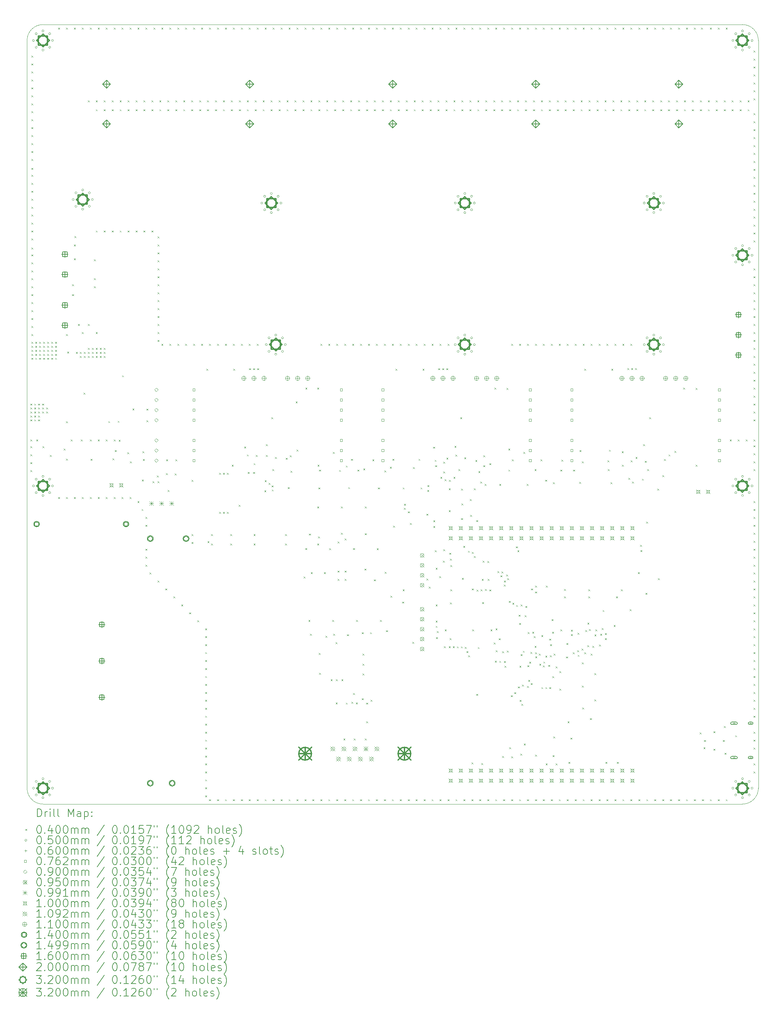
<source format=gbr>
%TF.GenerationSoftware,KiCad,Pcbnew,7.0.7-7.0.7~ubuntu22.04.1*%
%TF.CreationDate,2023-09-07T14:28:56+02:00*%
%TF.ProjectId,Inverter_KiCAD,496e7665-7274-4657-925f-4b694341442e,rev?*%
%TF.SameCoordinates,Original*%
%TF.FileFunction,Drillmap*%
%TF.FilePolarity,Positive*%
%FSLAX45Y45*%
G04 Gerber Fmt 4.5, Leading zero omitted, Abs format (unit mm)*
G04 Created by KiCad (PCBNEW 7.0.7-7.0.7~ubuntu22.04.1) date 2023-09-07 14:28:56*
%MOMM*%
%LPD*%
G01*
G04 APERTURE LIST*
%ADD10C,0.100000*%
%ADD11C,0.200000*%
%ADD12C,0.040000*%
%ADD13C,0.050000*%
%ADD14C,0.060000*%
%ADD15C,0.076200*%
%ADD16C,0.090000*%
%ADD17C,0.095000*%
%ADD18C,0.099060*%
%ADD19C,0.109220*%
%ADD20C,0.110000*%
%ADD21C,0.140000*%
%ADD22C,0.149860*%
%ADD23C,0.160000*%
%ADD24C,0.320000*%
%ADD25C,0.320040*%
G04 APERTURE END LIST*
D10*
X3700000Y-1400000D02*
G75*
G03*
X3300000Y-1800000I0J-400000D01*
G01*
X21700000Y-20600000D02*
X21700000Y-1800000D01*
X3700000Y-21000000D02*
X21300000Y-21000000D01*
X21300000Y-21000000D02*
G75*
G03*
X21700000Y-20600000I0J400000D01*
G01*
X3300000Y-20600000D02*
G75*
G03*
X3700000Y-21000000I400000J0D01*
G01*
X3700000Y-1400000D02*
X21300000Y-1400000D01*
X3300000Y-1800000D02*
X3300000Y-20600000D01*
X21700000Y-1800000D02*
G75*
G03*
X21300000Y-1400000I-400000J0D01*
G01*
D11*
D12*
X3380000Y-10930000D02*
X3420000Y-10970000D01*
X3420000Y-10930000D02*
X3380000Y-10970000D01*
X3380000Y-11030000D02*
X3420000Y-11070000D01*
X3420000Y-11030000D02*
X3380000Y-11070000D01*
X3380000Y-11130000D02*
X3420000Y-11170000D01*
X3420000Y-11130000D02*
X3380000Y-11170000D01*
X3380000Y-11230000D02*
X3420000Y-11270000D01*
X3420000Y-11230000D02*
X3380000Y-11270000D01*
X3380000Y-11330000D02*
X3420000Y-11370000D01*
X3420000Y-11330000D02*
X3380000Y-11370000D01*
X3380000Y-11830000D02*
X3420000Y-11870000D01*
X3420000Y-11830000D02*
X3380000Y-11870000D01*
X3380000Y-12005000D02*
X3420000Y-12045000D01*
X3420000Y-12005000D02*
X3380000Y-12045000D01*
X3380000Y-12205000D02*
X3420000Y-12245000D01*
X3420000Y-12205000D02*
X3380000Y-12245000D01*
X3380000Y-12405000D02*
X3420000Y-12445000D01*
X3420000Y-12405000D02*
X3380000Y-12445000D01*
X3380000Y-12605000D02*
X3420000Y-12645000D01*
X3420000Y-12605000D02*
X3380000Y-12645000D01*
X3405000Y-2180000D02*
X3445000Y-2220000D01*
X3445000Y-2180000D02*
X3405000Y-2220000D01*
X3405000Y-2380000D02*
X3445000Y-2420000D01*
X3445000Y-2380000D02*
X3405000Y-2420000D01*
X3405000Y-2580000D02*
X3445000Y-2620000D01*
X3445000Y-2580000D02*
X3405000Y-2620000D01*
X3405000Y-2780000D02*
X3445000Y-2820000D01*
X3445000Y-2780000D02*
X3405000Y-2820000D01*
X3405000Y-2980000D02*
X3445000Y-3020000D01*
X3445000Y-2980000D02*
X3405000Y-3020000D01*
X3405000Y-3180000D02*
X3445000Y-3220000D01*
X3445000Y-3180000D02*
X3405000Y-3220000D01*
X3405000Y-3380000D02*
X3445000Y-3420000D01*
X3445000Y-3380000D02*
X3405000Y-3420000D01*
X3405000Y-3580000D02*
X3445000Y-3620000D01*
X3445000Y-3580000D02*
X3405000Y-3620000D01*
X3405000Y-3780000D02*
X3445000Y-3820000D01*
X3445000Y-3780000D02*
X3405000Y-3820000D01*
X3405000Y-3980000D02*
X3445000Y-4020000D01*
X3445000Y-3980000D02*
X3405000Y-4020000D01*
X3405000Y-4180000D02*
X3445000Y-4220000D01*
X3445000Y-4180000D02*
X3405000Y-4220000D01*
X3405000Y-4380000D02*
X3445000Y-4420000D01*
X3445000Y-4380000D02*
X3405000Y-4420000D01*
X3405000Y-4580000D02*
X3445000Y-4620000D01*
X3445000Y-4580000D02*
X3405000Y-4620000D01*
X3405000Y-4780000D02*
X3445000Y-4820000D01*
X3445000Y-4780000D02*
X3405000Y-4820000D01*
X3405000Y-5005000D02*
X3445000Y-5045000D01*
X3445000Y-5005000D02*
X3405000Y-5045000D01*
X3405000Y-5180000D02*
X3445000Y-5220000D01*
X3445000Y-5180000D02*
X3405000Y-5220000D01*
X3405000Y-5380000D02*
X3445000Y-5420000D01*
X3445000Y-5380000D02*
X3405000Y-5420000D01*
X3405000Y-5580000D02*
X3445000Y-5620000D01*
X3445000Y-5580000D02*
X3405000Y-5620000D01*
X3405000Y-5780000D02*
X3445000Y-5820000D01*
X3445000Y-5780000D02*
X3405000Y-5820000D01*
X3405000Y-5980000D02*
X3445000Y-6020000D01*
X3445000Y-5980000D02*
X3405000Y-6020000D01*
X3405000Y-6180000D02*
X3445000Y-6220000D01*
X3445000Y-6180000D02*
X3405000Y-6220000D01*
X3405000Y-6380000D02*
X3445000Y-6420000D01*
X3445000Y-6380000D02*
X3405000Y-6420000D01*
X3405000Y-6580000D02*
X3445000Y-6620000D01*
X3445000Y-6580000D02*
X3405000Y-6620000D01*
X3405000Y-6780000D02*
X3445000Y-6820000D01*
X3445000Y-6780000D02*
X3405000Y-6820000D01*
X3405000Y-7005000D02*
X3445000Y-7045000D01*
X3445000Y-7005000D02*
X3405000Y-7045000D01*
X3405000Y-7180000D02*
X3445000Y-7220000D01*
X3445000Y-7180000D02*
X3405000Y-7220000D01*
X3405000Y-7380000D02*
X3445000Y-7420000D01*
X3445000Y-7380000D02*
X3405000Y-7420000D01*
X3405000Y-7580000D02*
X3445000Y-7620000D01*
X3445000Y-7580000D02*
X3405000Y-7620000D01*
X3405000Y-7780000D02*
X3445000Y-7820000D01*
X3445000Y-7780000D02*
X3405000Y-7820000D01*
X3405000Y-7980000D02*
X3445000Y-8020000D01*
X3445000Y-7980000D02*
X3405000Y-8020000D01*
X3405000Y-8180000D02*
X3445000Y-8220000D01*
X3445000Y-8180000D02*
X3405000Y-8220000D01*
X3405000Y-8380000D02*
X3445000Y-8420000D01*
X3445000Y-8380000D02*
X3405000Y-8420000D01*
X3405000Y-8580000D02*
X3445000Y-8620000D01*
X3445000Y-8580000D02*
X3405000Y-8620000D01*
X3405000Y-8780000D02*
X3445000Y-8820000D01*
X3445000Y-8780000D02*
X3405000Y-8820000D01*
X3405000Y-8980000D02*
X3445000Y-9020000D01*
X3445000Y-8980000D02*
X3405000Y-9020000D01*
X3405000Y-9180000D02*
X3445000Y-9220000D01*
X3445000Y-9180000D02*
X3405000Y-9220000D01*
X3405000Y-9380000D02*
X3445000Y-9420000D01*
X3445000Y-9380000D02*
X3405000Y-9420000D01*
X3405000Y-9480000D02*
X3445000Y-9520000D01*
X3445000Y-9480000D02*
X3405000Y-9520000D01*
X3405000Y-9580000D02*
X3445000Y-9620000D01*
X3445000Y-9580000D02*
X3405000Y-9620000D01*
X3405000Y-9680000D02*
X3445000Y-9720000D01*
X3445000Y-9680000D02*
X3405000Y-9720000D01*
X3405000Y-9780000D02*
X3445000Y-9820000D01*
X3445000Y-9780000D02*
X3405000Y-9820000D01*
X3480000Y-10930000D02*
X3520000Y-10970000D01*
X3520000Y-10930000D02*
X3480000Y-10970000D01*
X3480000Y-11030000D02*
X3520000Y-11070000D01*
X3520000Y-11030000D02*
X3480000Y-11070000D01*
X3480000Y-11130000D02*
X3520000Y-11170000D01*
X3520000Y-11130000D02*
X3480000Y-11170000D01*
X3480000Y-11230000D02*
X3520000Y-11270000D01*
X3520000Y-11230000D02*
X3480000Y-11270000D01*
X3480000Y-11330000D02*
X3520000Y-11370000D01*
X3520000Y-11330000D02*
X3480000Y-11370000D01*
X3505000Y-9380000D02*
X3545000Y-9420000D01*
X3545000Y-9380000D02*
X3505000Y-9420000D01*
X3505000Y-9480000D02*
X3545000Y-9520000D01*
X3545000Y-9480000D02*
X3505000Y-9520000D01*
X3505000Y-9580000D02*
X3545000Y-9620000D01*
X3545000Y-9580000D02*
X3505000Y-9620000D01*
X3505000Y-9680000D02*
X3545000Y-9720000D01*
X3545000Y-9680000D02*
X3505000Y-9720000D01*
X3505000Y-9780000D02*
X3545000Y-9820000D01*
X3545000Y-9780000D02*
X3505000Y-9820000D01*
X3530000Y-11830000D02*
X3570000Y-11870000D01*
X3570000Y-11830000D02*
X3530000Y-11870000D01*
X3580000Y-10930000D02*
X3620000Y-10970000D01*
X3620000Y-10930000D02*
X3580000Y-10970000D01*
X3580000Y-11030000D02*
X3620000Y-11070000D01*
X3620000Y-11030000D02*
X3580000Y-11070000D01*
X3580000Y-11130000D02*
X3620000Y-11170000D01*
X3620000Y-11130000D02*
X3580000Y-11170000D01*
X3580000Y-11230000D02*
X3620000Y-11270000D01*
X3620000Y-11230000D02*
X3580000Y-11270000D01*
X3580000Y-11330000D02*
X3620000Y-11370000D01*
X3620000Y-11330000D02*
X3580000Y-11370000D01*
X3605000Y-9380000D02*
X3645000Y-9420000D01*
X3645000Y-9380000D02*
X3605000Y-9420000D01*
X3605000Y-9480000D02*
X3645000Y-9520000D01*
X3645000Y-9480000D02*
X3605000Y-9520000D01*
X3605000Y-9580000D02*
X3645000Y-9620000D01*
X3645000Y-9580000D02*
X3605000Y-9620000D01*
X3605000Y-9680000D02*
X3645000Y-9720000D01*
X3645000Y-9680000D02*
X3605000Y-9720000D01*
X3605000Y-9780000D02*
X3645000Y-9820000D01*
X3645000Y-9780000D02*
X3605000Y-9820000D01*
X3680000Y-10930000D02*
X3720000Y-10970000D01*
X3720000Y-10930000D02*
X3680000Y-10970000D01*
X3680000Y-11030000D02*
X3720000Y-11070000D01*
X3720000Y-11030000D02*
X3680000Y-11070000D01*
X3680000Y-11130000D02*
X3720000Y-11170000D01*
X3720000Y-11130000D02*
X3680000Y-11170000D01*
X3690000Y-12000000D02*
X3730000Y-12040000D01*
X3730000Y-12000000D02*
X3690000Y-12040000D01*
X3705000Y-9380000D02*
X3745000Y-9420000D01*
X3745000Y-9380000D02*
X3705000Y-9420000D01*
X3705000Y-9480000D02*
X3745000Y-9520000D01*
X3745000Y-9480000D02*
X3705000Y-9520000D01*
X3705000Y-9580000D02*
X3745000Y-9620000D01*
X3745000Y-9580000D02*
X3705000Y-9620000D01*
X3705000Y-9680000D02*
X3745000Y-9720000D01*
X3745000Y-9680000D02*
X3705000Y-9720000D01*
X3705000Y-9780000D02*
X3745000Y-9820000D01*
X3745000Y-9780000D02*
X3705000Y-9820000D01*
X3780000Y-11030000D02*
X3820000Y-11070000D01*
X3820000Y-11030000D02*
X3780000Y-11070000D01*
X3780000Y-11130000D02*
X3820000Y-11170000D01*
X3820000Y-11130000D02*
X3780000Y-11170000D01*
X3805000Y-9380000D02*
X3845000Y-9420000D01*
X3845000Y-9380000D02*
X3805000Y-9420000D01*
X3805000Y-9480000D02*
X3845000Y-9520000D01*
X3845000Y-9480000D02*
X3805000Y-9520000D01*
X3805000Y-9580000D02*
X3845000Y-9620000D01*
X3845000Y-9580000D02*
X3805000Y-9620000D01*
X3805000Y-9680000D02*
X3845000Y-9720000D01*
X3845000Y-9680000D02*
X3805000Y-9720000D01*
X3805000Y-9780000D02*
X3845000Y-9820000D01*
X3845000Y-9780000D02*
X3805000Y-9820000D01*
X3875000Y-12220000D02*
X3915000Y-12260000D01*
X3915000Y-12220000D02*
X3875000Y-12260000D01*
X3905000Y-9380000D02*
X3945000Y-9420000D01*
X3945000Y-9380000D02*
X3905000Y-9420000D01*
X3905000Y-9480000D02*
X3945000Y-9520000D01*
X3945000Y-9480000D02*
X3905000Y-9520000D01*
X3905000Y-9580000D02*
X3945000Y-9620000D01*
X3945000Y-9580000D02*
X3905000Y-9620000D01*
X3905000Y-9680000D02*
X3945000Y-9720000D01*
X3945000Y-9680000D02*
X3905000Y-9720000D01*
X3905000Y-9780000D02*
X3945000Y-9820000D01*
X3945000Y-9780000D02*
X3905000Y-9820000D01*
X4005000Y-9380000D02*
X4045000Y-9420000D01*
X4045000Y-9380000D02*
X4005000Y-9420000D01*
X4005000Y-9480000D02*
X4045000Y-9520000D01*
X4045000Y-9480000D02*
X4005000Y-9520000D01*
X4005000Y-9580000D02*
X4045000Y-9620000D01*
X4045000Y-9580000D02*
X4005000Y-9620000D01*
X4005000Y-9680000D02*
X4045000Y-9720000D01*
X4045000Y-9680000D02*
X4005000Y-9720000D01*
X4005000Y-9780000D02*
X4045000Y-9820000D01*
X4045000Y-9780000D02*
X4005000Y-9820000D01*
X4080000Y-1480000D02*
X4120000Y-1520000D01*
X4120000Y-1480000D02*
X4080000Y-1520000D01*
X4080000Y-13280000D02*
X4120000Y-13320000D01*
X4120000Y-13280000D02*
X4080000Y-13320000D01*
X4221000Y-12059000D02*
X4261000Y-12099000D01*
X4261000Y-12059000D02*
X4221000Y-12099000D01*
X4280000Y-1480000D02*
X4320000Y-1520000D01*
X4320000Y-1480000D02*
X4280000Y-1520000D01*
X4280000Y-9180000D02*
X4320000Y-9220000D01*
X4320000Y-9180000D02*
X4280000Y-9220000D01*
X4280000Y-11374000D02*
X4320000Y-11414000D01*
X4320000Y-11374000D02*
X4280000Y-11414000D01*
X4280000Y-12315000D02*
X4320000Y-12355000D01*
X4320000Y-12315000D02*
X4280000Y-12355000D01*
X4280000Y-13280000D02*
X4320000Y-13320000D01*
X4320000Y-13280000D02*
X4280000Y-13320000D01*
X4310000Y-9620000D02*
X4350000Y-9660000D01*
X4350000Y-9620000D02*
X4310000Y-9660000D01*
X4399000Y-11831000D02*
X4439000Y-11871000D01*
X4439000Y-11831000D02*
X4399000Y-11871000D01*
X4430000Y-7930000D02*
X4470000Y-7970000D01*
X4470000Y-7930000D02*
X4430000Y-7970000D01*
X4430000Y-8180000D02*
X4470000Y-8220000D01*
X4470000Y-8180000D02*
X4430000Y-8220000D01*
X4480000Y-1480000D02*
X4520000Y-1520000D01*
X4520000Y-1480000D02*
X4480000Y-1520000D01*
X4480000Y-6930000D02*
X4520000Y-6970000D01*
X4520000Y-6930000D02*
X4480000Y-6970000D01*
X4480000Y-7280000D02*
X4520000Y-7320000D01*
X4520000Y-7280000D02*
X4480000Y-7320000D01*
X4480000Y-13280000D02*
X4520000Y-13320000D01*
X4520000Y-13280000D02*
X4480000Y-13320000D01*
X4490000Y-6720000D02*
X4530000Y-6760000D01*
X4530000Y-6720000D02*
X4490000Y-6760000D01*
X4530000Y-9630000D02*
X4570000Y-9670000D01*
X4570000Y-9630000D02*
X4530000Y-9670000D01*
X4580000Y-8930000D02*
X4620000Y-8970000D01*
X4620000Y-8930000D02*
X4580000Y-8970000D01*
X4630000Y-9630000D02*
X4670000Y-9670000D01*
X4670000Y-9630000D02*
X4630000Y-9670000D01*
X4630000Y-9730000D02*
X4670000Y-9770000D01*
X4670000Y-9730000D02*
X4630000Y-9770000D01*
X4654000Y-11831000D02*
X4694000Y-11871000D01*
X4694000Y-11831000D02*
X4654000Y-11871000D01*
X4680000Y-1480000D02*
X4720000Y-1520000D01*
X4720000Y-1480000D02*
X4680000Y-1520000D01*
X4680000Y-9130000D02*
X4720000Y-9170000D01*
X4720000Y-9130000D02*
X4680000Y-9170000D01*
X4680000Y-13280000D02*
X4720000Y-13320000D01*
X4720000Y-13280000D02*
X4680000Y-13320000D01*
X4720250Y-10655000D02*
X4760250Y-10695000D01*
X4760250Y-10655000D02*
X4720250Y-10695000D01*
X4730000Y-9630000D02*
X4770000Y-9670000D01*
X4770000Y-9630000D02*
X4730000Y-9670000D01*
X4730000Y-9730000D02*
X4770000Y-9770000D01*
X4770000Y-9730000D02*
X4730000Y-9770000D01*
X4830000Y-3305000D02*
X4870000Y-3345000D01*
X4870000Y-3305000D02*
X4830000Y-3345000D01*
X4830000Y-8930000D02*
X4870000Y-8970000D01*
X4870000Y-8930000D02*
X4830000Y-8970000D01*
X4830000Y-9530000D02*
X4870000Y-9570000D01*
X4870000Y-9530000D02*
X4830000Y-9570000D01*
X4830000Y-9630000D02*
X4870000Y-9670000D01*
X4870000Y-9630000D02*
X4830000Y-9670000D01*
X4830000Y-9730000D02*
X4870000Y-9770000D01*
X4870000Y-9730000D02*
X4830000Y-9770000D01*
X4880000Y-1480000D02*
X4920000Y-1520000D01*
X4920000Y-1480000D02*
X4880000Y-1520000D01*
X4880000Y-11830000D02*
X4920000Y-11870000D01*
X4920000Y-11830000D02*
X4880000Y-11870000D01*
X4880000Y-13280000D02*
X4920000Y-13320000D01*
X4920000Y-13280000D02*
X4880000Y-13320000D01*
X4900000Y-12320000D02*
X4940000Y-12360000D01*
X4940000Y-12320000D02*
X4900000Y-12360000D01*
X4930000Y-9530000D02*
X4970000Y-9570000D01*
X4970000Y-9530000D02*
X4930000Y-9570000D01*
X4930000Y-9630000D02*
X4970000Y-9670000D01*
X4970000Y-9630000D02*
X4930000Y-9670000D01*
X4930000Y-9730000D02*
X4970000Y-9770000D01*
X4970000Y-9730000D02*
X4930000Y-9770000D01*
X4980000Y-7305000D02*
X5020000Y-7345000D01*
X5020000Y-7305000D02*
X4980000Y-7345000D01*
X4980000Y-7780000D02*
X5020000Y-7820000D01*
X5020000Y-7780000D02*
X4980000Y-7820000D01*
X4980000Y-7980000D02*
X5020000Y-8020000D01*
X5020000Y-7980000D02*
X4980000Y-8020000D01*
X5030000Y-3305000D02*
X5070000Y-3345000D01*
X5070000Y-3305000D02*
X5030000Y-3345000D01*
X5030000Y-3530000D02*
X5070000Y-3570000D01*
X5070000Y-3530000D02*
X5030000Y-3570000D01*
X5030000Y-6580000D02*
X5070000Y-6620000D01*
X5070000Y-6580000D02*
X5030000Y-6620000D01*
X5030000Y-9130000D02*
X5070000Y-9170000D01*
X5070000Y-9130000D02*
X5030000Y-9170000D01*
X5030000Y-9530000D02*
X5070000Y-9570000D01*
X5070000Y-9530000D02*
X5030000Y-9570000D01*
X5030000Y-9630000D02*
X5070000Y-9670000D01*
X5070000Y-9630000D02*
X5030000Y-9670000D01*
X5030000Y-9730000D02*
X5070000Y-9770000D01*
X5070000Y-9730000D02*
X5030000Y-9770000D01*
X5080000Y-1480000D02*
X5120000Y-1520000D01*
X5120000Y-1480000D02*
X5080000Y-1520000D01*
X5080000Y-11830000D02*
X5120000Y-11870000D01*
X5120000Y-11830000D02*
X5080000Y-11870000D01*
X5080000Y-13280000D02*
X5120000Y-13320000D01*
X5120000Y-13280000D02*
X5080000Y-13320000D01*
X5130000Y-9530000D02*
X5170000Y-9570000D01*
X5170000Y-9530000D02*
X5130000Y-9570000D01*
X5130000Y-9630000D02*
X5170000Y-9670000D01*
X5170000Y-9630000D02*
X5130000Y-9670000D01*
X5130000Y-9730000D02*
X5170000Y-9770000D01*
X5170000Y-9730000D02*
X5130000Y-9770000D01*
X5230000Y-3305000D02*
X5270000Y-3345000D01*
X5270000Y-3305000D02*
X5230000Y-3345000D01*
X5230000Y-3530000D02*
X5270000Y-3570000D01*
X5270000Y-3530000D02*
X5230000Y-3570000D01*
X5230000Y-6580000D02*
X5270000Y-6620000D01*
X5270000Y-6580000D02*
X5230000Y-6620000D01*
X5230000Y-9530000D02*
X5270000Y-9570000D01*
X5270000Y-9530000D02*
X5230000Y-9570000D01*
X5230000Y-9630000D02*
X5270000Y-9670000D01*
X5270000Y-9630000D02*
X5230000Y-9670000D01*
X5230000Y-9730000D02*
X5270000Y-9770000D01*
X5270000Y-9730000D02*
X5230000Y-9770000D01*
X5280000Y-1480000D02*
X5320000Y-1520000D01*
X5320000Y-1480000D02*
X5280000Y-1520000D01*
X5280000Y-11830000D02*
X5320000Y-11870000D01*
X5320000Y-11830000D02*
X5280000Y-11870000D01*
X5280000Y-13280000D02*
X5320000Y-13320000D01*
X5320000Y-13280000D02*
X5280000Y-13320000D01*
X5343000Y-11372000D02*
X5383000Y-11412000D01*
X5383000Y-11372000D02*
X5343000Y-11412000D01*
X5430000Y-3305000D02*
X5470000Y-3345000D01*
X5470000Y-3305000D02*
X5430000Y-3345000D01*
X5430000Y-3530000D02*
X5470000Y-3570000D01*
X5470000Y-3530000D02*
X5430000Y-3570000D01*
X5430000Y-6580000D02*
X5470000Y-6620000D01*
X5470000Y-6580000D02*
X5430000Y-6620000D01*
X5450000Y-12305000D02*
X5490000Y-12345000D01*
X5490000Y-12305000D02*
X5450000Y-12345000D01*
X5480000Y-1480000D02*
X5520000Y-1520000D01*
X5520000Y-1480000D02*
X5480000Y-1520000D01*
X5480000Y-11830000D02*
X5520000Y-11870000D01*
X5520000Y-11830000D02*
X5480000Y-11870000D01*
X5480000Y-13280000D02*
X5520000Y-13320000D01*
X5520000Y-13280000D02*
X5480000Y-13320000D01*
X5506000Y-12099000D02*
X5546000Y-12139000D01*
X5546000Y-12099000D02*
X5506000Y-12139000D01*
X5580000Y-11363000D02*
X5620000Y-11403000D01*
X5620000Y-11363000D02*
X5580000Y-11403000D01*
X5605000Y-11840000D02*
X5645000Y-11880000D01*
X5645000Y-11840000D02*
X5605000Y-11880000D01*
X5630000Y-3305000D02*
X5670000Y-3345000D01*
X5670000Y-3305000D02*
X5630000Y-3345000D01*
X5630000Y-3530000D02*
X5670000Y-3570000D01*
X5670000Y-3530000D02*
X5630000Y-3570000D01*
X5630000Y-6580000D02*
X5670000Y-6620000D01*
X5670000Y-6580000D02*
X5630000Y-6620000D01*
X5680000Y-1480000D02*
X5720000Y-1520000D01*
X5720000Y-1480000D02*
X5680000Y-1520000D01*
X5680000Y-13280000D02*
X5720000Y-13320000D01*
X5720000Y-13280000D02*
X5680000Y-13320000D01*
X5690000Y-10220000D02*
X5730000Y-10260000D01*
X5730000Y-10220000D02*
X5690000Y-10260000D01*
X5820541Y-12152550D02*
X5860541Y-12192550D01*
X5860541Y-12152550D02*
X5820541Y-12192550D01*
X5830000Y-3305000D02*
X5870000Y-3345000D01*
X5870000Y-3305000D02*
X5830000Y-3345000D01*
X5830000Y-3530000D02*
X5870000Y-3570000D01*
X5870000Y-3530000D02*
X5830000Y-3570000D01*
X5830000Y-6580000D02*
X5870000Y-6620000D01*
X5870000Y-6580000D02*
X5830000Y-6620000D01*
X5880000Y-1480000D02*
X5920000Y-1520000D01*
X5920000Y-1480000D02*
X5880000Y-1520000D01*
X5880000Y-13280000D02*
X5920000Y-13320000D01*
X5920000Y-13280000D02*
X5880000Y-13320000D01*
X5890000Y-12385000D02*
X5930000Y-12425000D01*
X5930000Y-12385000D02*
X5890000Y-12425000D01*
X5953000Y-11053000D02*
X5993000Y-11093000D01*
X5993000Y-11053000D02*
X5953000Y-11093000D01*
X6030000Y-3305000D02*
X6070000Y-3345000D01*
X6070000Y-3305000D02*
X6030000Y-3345000D01*
X6030000Y-3530000D02*
X6070000Y-3570000D01*
X6070000Y-3530000D02*
X6030000Y-3570000D01*
X6030000Y-6580000D02*
X6070000Y-6620000D01*
X6070000Y-6580000D02*
X6030000Y-6620000D01*
X6080000Y-1480000D02*
X6120000Y-1520000D01*
X6120000Y-1480000D02*
X6080000Y-1520000D01*
X6080000Y-13380000D02*
X6120000Y-13420000D01*
X6120000Y-13380000D02*
X6080000Y-13420000D01*
X6180000Y-13580000D02*
X6220000Y-13620000D01*
X6220000Y-13580000D02*
X6180000Y-13620000D01*
X6190000Y-12840000D02*
X6230000Y-12880000D01*
X6230000Y-12840000D02*
X6190000Y-12880000D01*
X6200151Y-12130329D02*
X6240151Y-12170329D01*
X6240151Y-12130329D02*
X6200151Y-12170329D01*
X6215000Y-12325000D02*
X6255000Y-12365000D01*
X6255000Y-12325000D02*
X6215000Y-12365000D01*
X6230000Y-3305000D02*
X6270000Y-3345000D01*
X6270000Y-3305000D02*
X6230000Y-3345000D01*
X6230000Y-3530000D02*
X6270000Y-3570000D01*
X6270000Y-3530000D02*
X6230000Y-3570000D01*
X6230000Y-6580000D02*
X6270000Y-6620000D01*
X6270000Y-6580000D02*
X6230000Y-6620000D01*
X6280000Y-1480000D02*
X6320000Y-1520000D01*
X6320000Y-1480000D02*
X6280000Y-1520000D01*
X6280000Y-13780000D02*
X6320000Y-13820000D01*
X6320000Y-13780000D02*
X6280000Y-13820000D01*
X6280000Y-13980000D02*
X6320000Y-14020000D01*
X6320000Y-13980000D02*
X6280000Y-14020000D01*
X6280000Y-14580000D02*
X6320000Y-14620000D01*
X6320000Y-14580000D02*
X6280000Y-14620000D01*
X6280000Y-14780000D02*
X6320000Y-14820000D01*
X6320000Y-14780000D02*
X6280000Y-14820000D01*
X6280000Y-14980000D02*
X6320000Y-15020000D01*
X6320000Y-14980000D02*
X6280000Y-15020000D01*
X6301000Y-11059000D02*
X6341000Y-11099000D01*
X6341000Y-11059000D02*
X6301000Y-11099000D01*
X6301000Y-11348000D02*
X6341000Y-11388000D01*
X6341000Y-11348000D02*
X6301000Y-11388000D01*
X6380000Y-15180000D02*
X6420000Y-15220000D01*
X6420000Y-15180000D02*
X6380000Y-15220000D01*
X6430000Y-3305000D02*
X6470000Y-3345000D01*
X6470000Y-3305000D02*
X6430000Y-3345000D01*
X6430000Y-3530000D02*
X6470000Y-3570000D01*
X6470000Y-3530000D02*
X6430000Y-3570000D01*
X6430000Y-6580000D02*
X6470000Y-6620000D01*
X6470000Y-6580000D02*
X6430000Y-6620000D01*
X6457020Y-12885050D02*
X6497020Y-12925050D01*
X6497020Y-12885050D02*
X6457020Y-12925050D01*
X6480000Y-1480000D02*
X6520000Y-1520000D01*
X6520000Y-1480000D02*
X6480000Y-1520000D01*
X6564694Y-12740100D02*
X6604694Y-12780100D01*
X6604694Y-12740100D02*
X6564694Y-12780100D01*
X6580000Y-6730000D02*
X6620000Y-6770000D01*
X6620000Y-6730000D02*
X6580000Y-6770000D01*
X6580000Y-6930000D02*
X6620000Y-6970000D01*
X6620000Y-6930000D02*
X6580000Y-6970000D01*
X6580000Y-7130000D02*
X6620000Y-7170000D01*
X6620000Y-7130000D02*
X6580000Y-7170000D01*
X6580000Y-7330000D02*
X6620000Y-7370000D01*
X6620000Y-7330000D02*
X6580000Y-7370000D01*
X6580000Y-7530000D02*
X6620000Y-7570000D01*
X6620000Y-7530000D02*
X6580000Y-7570000D01*
X6580000Y-7730000D02*
X6620000Y-7770000D01*
X6620000Y-7730000D02*
X6580000Y-7770000D01*
X6580000Y-7930000D02*
X6620000Y-7970000D01*
X6620000Y-7930000D02*
X6580000Y-7970000D01*
X6580000Y-8130000D02*
X6620000Y-8170000D01*
X6620000Y-8130000D02*
X6580000Y-8170000D01*
X6580000Y-8330000D02*
X6620000Y-8370000D01*
X6620000Y-8330000D02*
X6580000Y-8370000D01*
X6580000Y-8530000D02*
X6620000Y-8570000D01*
X6620000Y-8530000D02*
X6580000Y-8570000D01*
X6580000Y-8730000D02*
X6620000Y-8770000D01*
X6620000Y-8730000D02*
X6580000Y-8770000D01*
X6580000Y-8930000D02*
X6620000Y-8970000D01*
X6620000Y-8930000D02*
X6580000Y-8970000D01*
X6580000Y-9130000D02*
X6620000Y-9170000D01*
X6620000Y-9130000D02*
X6580000Y-9170000D01*
X6580000Y-9330000D02*
X6620000Y-9370000D01*
X6620000Y-9330000D02*
X6580000Y-9370000D01*
X6580000Y-12885000D02*
X6620000Y-12925000D01*
X6620000Y-12885000D02*
X6580000Y-12925000D01*
X6580000Y-15380000D02*
X6620000Y-15420000D01*
X6620000Y-15380000D02*
X6580000Y-15420000D01*
X6630000Y-3305000D02*
X6670000Y-3345000D01*
X6670000Y-3305000D02*
X6630000Y-3345000D01*
X6630000Y-3530000D02*
X6670000Y-3570000D01*
X6670000Y-3530000D02*
X6630000Y-3570000D01*
X6680000Y-1480000D02*
X6720000Y-1520000D01*
X6720000Y-1480000D02*
X6680000Y-1520000D01*
X6680000Y-9430000D02*
X6720000Y-9470000D01*
X6720000Y-9430000D02*
X6680000Y-9470000D01*
X6780000Y-15580000D02*
X6820000Y-15620000D01*
X6820000Y-15580000D02*
X6780000Y-15620000D01*
X6795000Y-12680000D02*
X6835000Y-12720000D01*
X6835000Y-12680000D02*
X6795000Y-12720000D01*
X6800000Y-12330000D02*
X6840000Y-12370000D01*
X6840000Y-12330000D02*
X6800000Y-12370000D01*
X6830000Y-3305000D02*
X6870000Y-3345000D01*
X6870000Y-3305000D02*
X6830000Y-3345000D01*
X6830000Y-3530000D02*
X6870000Y-3570000D01*
X6870000Y-3530000D02*
X6830000Y-3570000D01*
X6835050Y-13100000D02*
X6875050Y-13140000D01*
X6875050Y-13100000D02*
X6835050Y-13140000D01*
X6880000Y-1480000D02*
X6920000Y-1520000D01*
X6920000Y-1480000D02*
X6880000Y-1520000D01*
X6880000Y-9430000D02*
X6920000Y-9470000D01*
X6920000Y-9430000D02*
X6880000Y-9470000D01*
X6980000Y-15780000D02*
X7020000Y-15820000D01*
X7020000Y-15780000D02*
X6980000Y-15820000D01*
X7015000Y-12685000D02*
X7055000Y-12725000D01*
X7055000Y-12685000D02*
X7015000Y-12725000D01*
X7030000Y-3305000D02*
X7070000Y-3345000D01*
X7070000Y-3305000D02*
X7030000Y-3345000D01*
X7030000Y-3530000D02*
X7070000Y-3570000D01*
X7070000Y-3530000D02*
X7030000Y-3570000D01*
X7030000Y-12330000D02*
X7070000Y-12370000D01*
X7070000Y-12330000D02*
X7030000Y-12370000D01*
X7080000Y-1480000D02*
X7120000Y-1520000D01*
X7120000Y-1480000D02*
X7080000Y-1520000D01*
X7080000Y-9430000D02*
X7120000Y-9470000D01*
X7120000Y-9430000D02*
X7080000Y-9470000D01*
X7180000Y-15980000D02*
X7220000Y-16020000D01*
X7220000Y-15980000D02*
X7180000Y-16020000D01*
X7230000Y-3305000D02*
X7270000Y-3345000D01*
X7270000Y-3305000D02*
X7230000Y-3345000D01*
X7230000Y-3530000D02*
X7270000Y-3570000D01*
X7270000Y-3530000D02*
X7230000Y-3570000D01*
X7280000Y-1480000D02*
X7320000Y-1520000D01*
X7320000Y-1480000D02*
X7280000Y-1520000D01*
X7280000Y-9430000D02*
X7320000Y-9470000D01*
X7320000Y-9430000D02*
X7280000Y-9470000D01*
X7380000Y-16180000D02*
X7420000Y-16220000D01*
X7420000Y-16180000D02*
X7380000Y-16220000D01*
X7430000Y-3305000D02*
X7470000Y-3345000D01*
X7470000Y-3305000D02*
X7430000Y-3345000D01*
X7430000Y-3530000D02*
X7470000Y-3570000D01*
X7470000Y-3530000D02*
X7430000Y-3570000D01*
X7440000Y-12850000D02*
X7480000Y-12890000D01*
X7480000Y-12850000D02*
X7440000Y-12890000D01*
X7440000Y-14210000D02*
X7480000Y-14250000D01*
X7480000Y-14210000D02*
X7440000Y-14250000D01*
X7440000Y-14410000D02*
X7480000Y-14450000D01*
X7480000Y-14410000D02*
X7440000Y-14450000D01*
X7480000Y-1480000D02*
X7520000Y-1520000D01*
X7520000Y-1480000D02*
X7480000Y-1520000D01*
X7480000Y-9430000D02*
X7520000Y-9470000D01*
X7520000Y-9430000D02*
X7480000Y-9470000D01*
X7580000Y-16380000D02*
X7620000Y-16420000D01*
X7620000Y-16380000D02*
X7580000Y-16420000D01*
X7630000Y-3305000D02*
X7670000Y-3345000D01*
X7670000Y-3305000D02*
X7630000Y-3345000D01*
X7630000Y-3530000D02*
X7670000Y-3570000D01*
X7670000Y-3530000D02*
X7630000Y-3570000D01*
X7680000Y-1480000D02*
X7720000Y-1520000D01*
X7720000Y-1480000D02*
X7680000Y-1520000D01*
X7680000Y-9430000D02*
X7720000Y-9470000D01*
X7720000Y-9430000D02*
X7680000Y-9470000D01*
X7780000Y-16580000D02*
X7820000Y-16620000D01*
X7820000Y-16580000D02*
X7780000Y-16620000D01*
X7780000Y-16780000D02*
X7820000Y-16820000D01*
X7820000Y-16780000D02*
X7780000Y-16820000D01*
X7780000Y-16980000D02*
X7820000Y-17020000D01*
X7820000Y-16980000D02*
X7780000Y-17020000D01*
X7780000Y-17180000D02*
X7820000Y-17220000D01*
X7820000Y-17180000D02*
X7780000Y-17220000D01*
X7780000Y-17380000D02*
X7820000Y-17420000D01*
X7820000Y-17380000D02*
X7780000Y-17420000D01*
X7780000Y-17580000D02*
X7820000Y-17620000D01*
X7820000Y-17580000D02*
X7780000Y-17620000D01*
X7780000Y-17780000D02*
X7820000Y-17820000D01*
X7820000Y-17780000D02*
X7780000Y-17820000D01*
X7780000Y-17980000D02*
X7820000Y-18020000D01*
X7820000Y-17980000D02*
X7780000Y-18020000D01*
X7780000Y-18180000D02*
X7820000Y-18220000D01*
X7820000Y-18180000D02*
X7780000Y-18220000D01*
X7780000Y-18380000D02*
X7820000Y-18420000D01*
X7820000Y-18380000D02*
X7780000Y-18420000D01*
X7780000Y-18580000D02*
X7820000Y-18620000D01*
X7820000Y-18580000D02*
X7780000Y-18620000D01*
X7780000Y-18780000D02*
X7820000Y-18820000D01*
X7820000Y-18780000D02*
X7780000Y-18820000D01*
X7780000Y-18980000D02*
X7820000Y-19020000D01*
X7820000Y-18980000D02*
X7780000Y-19020000D01*
X7780000Y-19180000D02*
X7820000Y-19220000D01*
X7820000Y-19180000D02*
X7780000Y-19220000D01*
X7780000Y-19380000D02*
X7820000Y-19420000D01*
X7820000Y-19380000D02*
X7780000Y-19420000D01*
X7780000Y-19580000D02*
X7820000Y-19620000D01*
X7820000Y-19580000D02*
X7780000Y-19620000D01*
X7780000Y-19780000D02*
X7820000Y-19820000D01*
X7820000Y-19780000D02*
X7780000Y-19820000D01*
X7780000Y-19980000D02*
X7820000Y-20020000D01*
X7820000Y-19980000D02*
X7780000Y-20020000D01*
X7780000Y-20180000D02*
X7820000Y-20220000D01*
X7820000Y-20180000D02*
X7780000Y-20220000D01*
X7780000Y-20380000D02*
X7820000Y-20420000D01*
X7820000Y-20380000D02*
X7780000Y-20420000D01*
X7780000Y-20580000D02*
X7820000Y-20620000D01*
X7820000Y-20580000D02*
X7780000Y-20620000D01*
X7780000Y-20780000D02*
X7820000Y-20820000D01*
X7820000Y-20780000D02*
X7780000Y-20820000D01*
X7810000Y-10055000D02*
X7850000Y-10095000D01*
X7850000Y-10055000D02*
X7810000Y-10095000D01*
X7830000Y-3305000D02*
X7870000Y-3345000D01*
X7870000Y-3305000D02*
X7830000Y-3345000D01*
X7830000Y-3530000D02*
X7870000Y-3570000D01*
X7870000Y-3530000D02*
X7830000Y-3570000D01*
X7840000Y-14389950D02*
X7880000Y-14429950D01*
X7880000Y-14389950D02*
X7840000Y-14429950D01*
X7880000Y-1480000D02*
X7920000Y-1520000D01*
X7920000Y-1480000D02*
X7880000Y-1520000D01*
X7880000Y-9430000D02*
X7920000Y-9470000D01*
X7920000Y-9430000D02*
X7880000Y-9470000D01*
X7880000Y-20880000D02*
X7920000Y-20920000D01*
X7920000Y-20880000D02*
X7880000Y-20920000D01*
X7930000Y-14210000D02*
X7970000Y-14250000D01*
X7970000Y-14210000D02*
X7930000Y-14250000D01*
X7930000Y-14450000D02*
X7970000Y-14490000D01*
X7970000Y-14450000D02*
X7930000Y-14490000D01*
X8030000Y-3305000D02*
X8070000Y-3345000D01*
X8070000Y-3305000D02*
X8030000Y-3345000D01*
X8030000Y-3530000D02*
X8070000Y-3570000D01*
X8070000Y-3530000D02*
X8030000Y-3570000D01*
X8080000Y-1480000D02*
X8120000Y-1520000D01*
X8120000Y-1480000D02*
X8080000Y-1520000D01*
X8080000Y-9430000D02*
X8120000Y-9470000D01*
X8120000Y-9430000D02*
X8080000Y-9470000D01*
X8080000Y-20880000D02*
X8120000Y-20920000D01*
X8120000Y-20880000D02*
X8080000Y-20920000D01*
X8130000Y-12670000D02*
X8170000Y-12710000D01*
X8170000Y-12670000D02*
X8130000Y-12710000D01*
X8130000Y-13654600D02*
X8170000Y-13694600D01*
X8170000Y-13654600D02*
X8130000Y-13694600D01*
X8230000Y-3305000D02*
X8270000Y-3345000D01*
X8270000Y-3305000D02*
X8230000Y-3345000D01*
X8230000Y-3530000D02*
X8270000Y-3570000D01*
X8270000Y-3530000D02*
X8230000Y-3570000D01*
X8230000Y-12670000D02*
X8270000Y-12710000D01*
X8270000Y-12670000D02*
X8230000Y-12710000D01*
X8230000Y-13654600D02*
X8270000Y-13694600D01*
X8270000Y-13654600D02*
X8230000Y-13694600D01*
X8280000Y-1480000D02*
X8320000Y-1520000D01*
X8320000Y-1480000D02*
X8280000Y-1520000D01*
X8280000Y-9430000D02*
X8320000Y-9470000D01*
X8320000Y-9430000D02*
X8280000Y-9470000D01*
X8280000Y-20880000D02*
X8320000Y-20920000D01*
X8320000Y-20880000D02*
X8280000Y-20920000D01*
X8330000Y-12670000D02*
X8370000Y-12710000D01*
X8370000Y-12670000D02*
X8330000Y-12710000D01*
X8330000Y-13654600D02*
X8370000Y-13694600D01*
X8370000Y-13654600D02*
X8330000Y-13694600D01*
X8410000Y-14210000D02*
X8450000Y-14250000D01*
X8450000Y-14210000D02*
X8410000Y-14250000D01*
X8410000Y-14450000D02*
X8450000Y-14490000D01*
X8450000Y-14450000D02*
X8410000Y-14490000D01*
X8430000Y-3305000D02*
X8470000Y-3345000D01*
X8470000Y-3305000D02*
X8430000Y-3345000D01*
X8430000Y-3530000D02*
X8470000Y-3570000D01*
X8470000Y-3530000D02*
X8430000Y-3570000D01*
X8450000Y-12470000D02*
X8490000Y-12510000D01*
X8490000Y-12470000D02*
X8450000Y-12510000D01*
X8480000Y-1480000D02*
X8520000Y-1520000D01*
X8520000Y-1480000D02*
X8480000Y-1520000D01*
X8480000Y-9430000D02*
X8520000Y-9470000D01*
X8520000Y-9430000D02*
X8480000Y-9470000D01*
X8480000Y-20880000D02*
X8520000Y-20920000D01*
X8520000Y-20880000D02*
X8480000Y-20920000D01*
X8490000Y-10055000D02*
X8530000Y-10095000D01*
X8530000Y-10055000D02*
X8490000Y-10095000D01*
X8626000Y-13474600D02*
X8666000Y-13514600D01*
X8666000Y-13474600D02*
X8626000Y-13514600D01*
X8630000Y-3305000D02*
X8670000Y-3345000D01*
X8670000Y-3305000D02*
X8630000Y-3345000D01*
X8630000Y-3530000D02*
X8670000Y-3570000D01*
X8670000Y-3530000D02*
X8630000Y-3570000D01*
X8680000Y-1480000D02*
X8720000Y-1520000D01*
X8720000Y-1480000D02*
X8680000Y-1520000D01*
X8680000Y-9430000D02*
X8720000Y-9470000D01*
X8720000Y-9430000D02*
X8680000Y-9470000D01*
X8680000Y-20880000D02*
X8720000Y-20920000D01*
X8720000Y-20880000D02*
X8680000Y-20920000D01*
X8763950Y-12010000D02*
X8803950Y-12050000D01*
X8803950Y-12010000D02*
X8763950Y-12050000D01*
X8830000Y-3305000D02*
X8870000Y-3345000D01*
X8870000Y-3305000D02*
X8830000Y-3345000D01*
X8830000Y-3530000D02*
X8870000Y-3570000D01*
X8870000Y-3530000D02*
X8830000Y-3570000D01*
X8830000Y-12210000D02*
X8870000Y-12250000D01*
X8870000Y-12210000D02*
X8830000Y-12250000D01*
X8850000Y-12650000D02*
X8890000Y-12690000D01*
X8890000Y-12650000D02*
X8850000Y-12690000D01*
X8880000Y-1480000D02*
X8920000Y-1520000D01*
X8920000Y-1480000D02*
X8880000Y-1520000D01*
X8880000Y-9430000D02*
X8920000Y-9470000D01*
X8920000Y-9430000D02*
X8880000Y-9470000D01*
X8880000Y-20880000D02*
X8920000Y-20920000D01*
X8920000Y-20880000D02*
X8880000Y-20920000D01*
X8887500Y-10041000D02*
X8927500Y-10081000D01*
X8927500Y-10041000D02*
X8887500Y-10081000D01*
X8987500Y-10041000D02*
X9027500Y-10081000D01*
X9027500Y-10041000D02*
X8987500Y-10081000D01*
X8990000Y-12650000D02*
X9030000Y-12690000D01*
X9030000Y-12650000D02*
X8990000Y-12690000D01*
X9000000Y-12429500D02*
X9040000Y-12469500D01*
X9040000Y-12429500D02*
X9000000Y-12469500D01*
X9000000Y-14210000D02*
X9040000Y-14250000D01*
X9040000Y-14210000D02*
X9000000Y-14250000D01*
X9000000Y-14450000D02*
X9040000Y-14490000D01*
X9040000Y-14450000D02*
X9000000Y-14490000D01*
X9030000Y-3305000D02*
X9070000Y-3345000D01*
X9070000Y-3305000D02*
X9030000Y-3345000D01*
X9030000Y-3530000D02*
X9070000Y-3570000D01*
X9070000Y-3530000D02*
X9030000Y-3570000D01*
X9055000Y-12225000D02*
X9095000Y-12265000D01*
X9095000Y-12225000D02*
X9055000Y-12265000D01*
X9080000Y-1480000D02*
X9120000Y-1520000D01*
X9120000Y-1480000D02*
X9080000Y-1520000D01*
X9080000Y-9430000D02*
X9120000Y-9470000D01*
X9120000Y-9430000D02*
X9080000Y-9470000D01*
X9080000Y-20880000D02*
X9120000Y-20920000D01*
X9120000Y-20880000D02*
X9080000Y-20920000D01*
X9087500Y-10041000D02*
X9127500Y-10081000D01*
X9127500Y-10041000D02*
X9087500Y-10081000D01*
X9230000Y-3305000D02*
X9270000Y-3345000D01*
X9270000Y-3305000D02*
X9230000Y-3345000D01*
X9230000Y-3530000D02*
X9270000Y-3570000D01*
X9270000Y-3530000D02*
X9230000Y-3570000D01*
X9271305Y-13108695D02*
X9311305Y-13148695D01*
X9311305Y-13108695D02*
X9271305Y-13148695D01*
X9278952Y-12855000D02*
X9318952Y-12895000D01*
X9318952Y-12855000D02*
X9278952Y-12895000D01*
X9280000Y-1480000D02*
X9320000Y-1520000D01*
X9320000Y-1480000D02*
X9280000Y-1520000D01*
X9280000Y-20880000D02*
X9320000Y-20920000D01*
X9320000Y-20880000D02*
X9280000Y-20920000D01*
X9310000Y-11949950D02*
X9350000Y-11989950D01*
X9350000Y-11949950D02*
X9310000Y-11989950D01*
X9310000Y-12220000D02*
X9350000Y-12260000D01*
X9350000Y-12220000D02*
X9310000Y-12260000D01*
X9377401Y-12927450D02*
X9417401Y-12967450D01*
X9417401Y-12927450D02*
X9377401Y-12967450D01*
X9430000Y-3305000D02*
X9470000Y-3345000D01*
X9470000Y-3305000D02*
X9430000Y-3345000D01*
X9430000Y-3530000D02*
X9470000Y-3570000D01*
X9470000Y-3530000D02*
X9430000Y-3570000D01*
X9443000Y-11273000D02*
X9483000Y-11313000D01*
X9483000Y-11273000D02*
X9443000Y-11313000D01*
X9455755Y-12989450D02*
X9495755Y-13029450D01*
X9495755Y-12989450D02*
X9455755Y-13029450D01*
X9457600Y-13090000D02*
X9497600Y-13130000D01*
X9497600Y-13090000D02*
X9457600Y-13130000D01*
X9470000Y-12580000D02*
X9510000Y-12620000D01*
X9510000Y-12580000D02*
X9470000Y-12620000D01*
X9480000Y-1480000D02*
X9520000Y-1520000D01*
X9520000Y-1480000D02*
X9480000Y-1520000D01*
X9480000Y-20880000D02*
X9520000Y-20920000D01*
X9520000Y-20880000D02*
X9480000Y-20920000D01*
X9540000Y-12270000D02*
X9580000Y-12310000D01*
X9580000Y-12270000D02*
X9540000Y-12310000D01*
X9630000Y-3305000D02*
X9670000Y-3345000D01*
X9670000Y-3305000D02*
X9630000Y-3345000D01*
X9630000Y-3530000D02*
X9670000Y-3570000D01*
X9670000Y-3530000D02*
X9630000Y-3570000D01*
X9680000Y-1480000D02*
X9720000Y-1520000D01*
X9720000Y-1480000D02*
X9680000Y-1520000D01*
X9680000Y-20880000D02*
X9720000Y-20920000D01*
X9720000Y-20880000D02*
X9680000Y-20920000D01*
X9790000Y-14210000D02*
X9830000Y-14250000D01*
X9830000Y-14210000D02*
X9790000Y-14250000D01*
X9790000Y-14450000D02*
X9830000Y-14490000D01*
X9830000Y-14450000D02*
X9790000Y-14490000D01*
X9805788Y-12295195D02*
X9845788Y-12335195D01*
X9845788Y-12295195D02*
X9805788Y-12335195D01*
X9830000Y-3305000D02*
X9870000Y-3345000D01*
X9870000Y-3305000D02*
X9830000Y-3345000D01*
X9830000Y-3530000D02*
X9870000Y-3570000D01*
X9870000Y-3530000D02*
X9830000Y-3570000D01*
X9860000Y-13030000D02*
X9900000Y-13070000D01*
X9900000Y-13030000D02*
X9860000Y-13070000D01*
X9880000Y-1480000D02*
X9920000Y-1520000D01*
X9920000Y-1480000D02*
X9880000Y-1520000D01*
X9880000Y-20880000D02*
X9920000Y-20920000D01*
X9920000Y-20880000D02*
X9880000Y-20920000D01*
X9909750Y-12230250D02*
X9949750Y-12270250D01*
X9949750Y-12230250D02*
X9909750Y-12270250D01*
X9930000Y-12620000D02*
X9970000Y-12660000D01*
X9970000Y-12620000D02*
X9930000Y-12660000D01*
X10030000Y-3305000D02*
X10070000Y-3345000D01*
X10070000Y-3305000D02*
X10030000Y-3345000D01*
X10030000Y-3530000D02*
X10070000Y-3570000D01*
X10070000Y-3530000D02*
X10030000Y-3570000D01*
X10058000Y-10876000D02*
X10098000Y-10916000D01*
X10098000Y-10876000D02*
X10058000Y-10916000D01*
X10080000Y-1480000D02*
X10120000Y-1520000D01*
X10120000Y-1480000D02*
X10080000Y-1520000D01*
X10080000Y-12085050D02*
X10120000Y-12125050D01*
X10120000Y-12085050D02*
X10080000Y-12125050D01*
X10080000Y-20880000D02*
X10120000Y-20920000D01*
X10120000Y-20880000D02*
X10080000Y-20920000D01*
X10230000Y-3305000D02*
X10270000Y-3345000D01*
X10270000Y-3305000D02*
X10230000Y-3345000D01*
X10230000Y-3530000D02*
X10270000Y-3570000D01*
X10270000Y-3530000D02*
X10230000Y-3570000D01*
X10260000Y-15280000D02*
X10300000Y-15320000D01*
X10300000Y-15280000D02*
X10260000Y-15320000D01*
X10280000Y-1480000D02*
X10320000Y-1520000D01*
X10320000Y-1480000D02*
X10280000Y-1520000D01*
X10280000Y-20880000D02*
X10320000Y-20920000D01*
X10320000Y-20880000D02*
X10280000Y-20920000D01*
X10300000Y-14562500D02*
X10340000Y-14602500D01*
X10340000Y-14562500D02*
X10300000Y-14602500D01*
X10305000Y-10530000D02*
X10345000Y-10570000D01*
X10345000Y-10530000D02*
X10305000Y-10570000D01*
X10380000Y-16372500D02*
X10420000Y-16412500D01*
X10420000Y-16372500D02*
X10380000Y-16412500D01*
X10390000Y-14200000D02*
X10430000Y-14240000D01*
X10430000Y-14200000D02*
X10390000Y-14240000D01*
X10420000Y-16720000D02*
X10460000Y-16760000D01*
X10460000Y-16720000D02*
X10420000Y-16760000D01*
X10430000Y-3305000D02*
X10470000Y-3345000D01*
X10470000Y-3305000D02*
X10430000Y-3345000D01*
X10430000Y-3530000D02*
X10470000Y-3570000D01*
X10470000Y-3530000D02*
X10430000Y-3570000D01*
X10440000Y-15170000D02*
X10480000Y-15210000D01*
X10480000Y-15170000D02*
X10440000Y-15210000D01*
X10480000Y-1480000D02*
X10520000Y-1520000D01*
X10520000Y-1480000D02*
X10480000Y-1520000D01*
X10480000Y-20880000D02*
X10520000Y-20920000D01*
X10520000Y-20880000D02*
X10480000Y-20920000D01*
X10600000Y-10527500D02*
X10640000Y-10567500D01*
X10640000Y-10527500D02*
X10600000Y-10567500D01*
X10600000Y-13520000D02*
X10640000Y-13560000D01*
X10640000Y-13520000D02*
X10600000Y-13560000D01*
X10600000Y-14450000D02*
X10640000Y-14490000D01*
X10640000Y-14450000D02*
X10600000Y-14490000D01*
X10610000Y-12470000D02*
X10650000Y-12510000D01*
X10650000Y-12470000D02*
X10610000Y-12510000D01*
X10620000Y-14270000D02*
X10660000Y-14310000D01*
X10660000Y-14270000D02*
X10620000Y-14310000D01*
X10630000Y-3305000D02*
X10670000Y-3345000D01*
X10670000Y-3305000D02*
X10630000Y-3345000D01*
X10630000Y-3530000D02*
X10670000Y-3570000D01*
X10670000Y-3530000D02*
X10630000Y-3570000D01*
X10630000Y-13040000D02*
X10670000Y-13080000D01*
X10670000Y-13040000D02*
X10630000Y-13080000D01*
X10640000Y-17200000D02*
X10680000Y-17240000D01*
X10680000Y-17200000D02*
X10640000Y-17240000D01*
X10650000Y-12590000D02*
X10690000Y-12630000D01*
X10690000Y-12590000D02*
X10650000Y-12630000D01*
X10650000Y-17700000D02*
X10690000Y-17740000D01*
X10690000Y-17700000D02*
X10650000Y-17740000D01*
X10680000Y-1480000D02*
X10720000Y-1520000D01*
X10720000Y-1480000D02*
X10680000Y-1520000D01*
X10680000Y-9430000D02*
X10720000Y-9470000D01*
X10720000Y-9430000D02*
X10680000Y-9470000D01*
X10680000Y-20880000D02*
X10720000Y-20920000D01*
X10720000Y-20880000D02*
X10680000Y-20920000D01*
X10770000Y-15170000D02*
X10810000Y-15210000D01*
X10810000Y-15170000D02*
X10770000Y-15210000D01*
X10810000Y-16770000D02*
X10850000Y-16810000D01*
X10850000Y-16770000D02*
X10810000Y-16810000D01*
X10830000Y-3305000D02*
X10870000Y-3345000D01*
X10870000Y-3305000D02*
X10830000Y-3345000D01*
X10830000Y-3530000D02*
X10870000Y-3570000D01*
X10870000Y-3530000D02*
X10830000Y-3570000D01*
X10880000Y-1480000D02*
X10920000Y-1520000D01*
X10920000Y-1480000D02*
X10880000Y-1520000D01*
X10880000Y-9430000D02*
X10920000Y-9470000D01*
X10920000Y-9430000D02*
X10880000Y-9470000D01*
X10880000Y-20880000D02*
X10920000Y-20920000D01*
X10920000Y-20880000D02*
X10880000Y-20920000D01*
X10900000Y-14564750D02*
X10940000Y-14604750D01*
X10940000Y-14564750D02*
X10900000Y-14604750D01*
X10940000Y-17860000D02*
X10980000Y-17900000D01*
X10980000Y-17860000D02*
X10940000Y-17900000D01*
X10980000Y-16372500D02*
X11020000Y-16412500D01*
X11020000Y-16372500D02*
X10980000Y-16412500D01*
X10995000Y-12143100D02*
X11035000Y-12183100D01*
X11035000Y-12143100D02*
X10995000Y-12183100D01*
X11000000Y-16720000D02*
X11040000Y-16760000D01*
X11040000Y-16720000D02*
X11000000Y-16760000D01*
X11030000Y-3305000D02*
X11070000Y-3345000D01*
X11070000Y-3305000D02*
X11030000Y-3345000D01*
X11030000Y-3530000D02*
X11070000Y-3570000D01*
X11070000Y-3530000D02*
X11030000Y-3570000D01*
X11060000Y-16930000D02*
X11100000Y-16970000D01*
X11100000Y-16930000D02*
X11060000Y-16970000D01*
X11066500Y-18446500D02*
X11106500Y-18486500D01*
X11106500Y-18446500D02*
X11066500Y-18486500D01*
X11070000Y-17860000D02*
X11110000Y-17900000D01*
X11110000Y-17860000D02*
X11070000Y-17900000D01*
X11080000Y-1480000D02*
X11120000Y-1520000D01*
X11120000Y-1480000D02*
X11080000Y-1520000D01*
X11080000Y-9430000D02*
X11120000Y-9470000D01*
X11120000Y-9430000D02*
X11080000Y-9470000D01*
X11080000Y-20880000D02*
X11120000Y-20920000D01*
X11120000Y-20880000D02*
X11080000Y-20920000D01*
X11110000Y-14400000D02*
X11150000Y-14440000D01*
X11150000Y-14400000D02*
X11110000Y-14440000D01*
X11110000Y-15130000D02*
X11150000Y-15170000D01*
X11150000Y-15130000D02*
X11110000Y-15170000D01*
X11110000Y-15340000D02*
X11150000Y-15380000D01*
X11150000Y-15340000D02*
X11110000Y-15380000D01*
X11150000Y-12600000D02*
X11190000Y-12640000D01*
X11190000Y-12600000D02*
X11150000Y-12640000D01*
X11200000Y-13520000D02*
X11240000Y-13560000D01*
X11240000Y-13520000D02*
X11200000Y-13560000D01*
X11200000Y-14180000D02*
X11240000Y-14220000D01*
X11240000Y-14180000D02*
X11200000Y-14220000D01*
X11210000Y-17860000D02*
X11250000Y-17900000D01*
X11250000Y-17860000D02*
X11210000Y-17900000D01*
X11230000Y-3305000D02*
X11270000Y-3345000D01*
X11270000Y-3305000D02*
X11230000Y-3345000D01*
X11230000Y-3530000D02*
X11270000Y-3570000D01*
X11270000Y-3530000D02*
X11230000Y-3570000D01*
X11260000Y-19350000D02*
X11300000Y-19390000D01*
X11300000Y-19350000D02*
X11260000Y-19390000D01*
X11280000Y-1480000D02*
X11320000Y-1520000D01*
X11320000Y-1480000D02*
X11280000Y-1520000D01*
X11280000Y-9430000D02*
X11320000Y-9470000D01*
X11320000Y-9430000D02*
X11280000Y-9470000D01*
X11280000Y-20880000D02*
X11320000Y-20920000D01*
X11320000Y-20880000D02*
X11280000Y-20920000D01*
X11290000Y-14320000D02*
X11330000Y-14360000D01*
X11330000Y-14320000D02*
X11290000Y-14360000D01*
X11290000Y-15130000D02*
X11330000Y-15170000D01*
X11330000Y-15130000D02*
X11290000Y-15170000D01*
X11290000Y-15340000D02*
X11330000Y-15380000D01*
X11330000Y-15340000D02*
X11290000Y-15380000D01*
X11320000Y-12490000D02*
X11360000Y-12530000D01*
X11360000Y-12490000D02*
X11320000Y-12530000D01*
X11320000Y-18450000D02*
X11360000Y-18490000D01*
X11360000Y-18450000D02*
X11320000Y-18490000D01*
X11350000Y-16730000D02*
X11390000Y-16770000D01*
X11390000Y-16730000D02*
X11350000Y-16770000D01*
X11380000Y-13030000D02*
X11420000Y-13070000D01*
X11420000Y-13030000D02*
X11380000Y-13070000D01*
X11430000Y-3305000D02*
X11470000Y-3345000D01*
X11470000Y-3305000D02*
X11430000Y-3345000D01*
X11430000Y-3530000D02*
X11470000Y-3570000D01*
X11470000Y-3530000D02*
X11430000Y-3570000D01*
X11450000Y-12320000D02*
X11490000Y-12360000D01*
X11490000Y-12320000D02*
X11450000Y-12360000D01*
X11460000Y-18429106D02*
X11500000Y-18469106D01*
X11500000Y-18429106D02*
X11460000Y-18469106D01*
X11480000Y-1480000D02*
X11520000Y-1520000D01*
X11520000Y-1480000D02*
X11480000Y-1520000D01*
X11480000Y-9430000D02*
X11520000Y-9470000D01*
X11520000Y-9430000D02*
X11480000Y-9470000D01*
X11480000Y-20880000D02*
X11520000Y-20920000D01*
X11520000Y-20880000D02*
X11480000Y-20920000D01*
X11500000Y-14562250D02*
X11540000Y-14602250D01*
X11540000Y-14562250D02*
X11500000Y-14602250D01*
X11500000Y-18210000D02*
X11540000Y-18250000D01*
X11540000Y-18210000D02*
X11500000Y-18250000D01*
X11520000Y-19350000D02*
X11560000Y-19390000D01*
X11560000Y-19350000D02*
X11520000Y-19390000D01*
X11574500Y-18444500D02*
X11614500Y-18484500D01*
X11614500Y-18444500D02*
X11574500Y-18484500D01*
X11580000Y-16372500D02*
X11620000Y-16412500D01*
X11620000Y-16372500D02*
X11580000Y-16412500D01*
X11610000Y-12590000D02*
X11650000Y-12630000D01*
X11650000Y-12590000D02*
X11610000Y-12630000D01*
X11630000Y-3305000D02*
X11670000Y-3345000D01*
X11670000Y-3305000D02*
X11630000Y-3345000D01*
X11630000Y-3530000D02*
X11670000Y-3570000D01*
X11670000Y-3530000D02*
X11630000Y-3570000D01*
X11680000Y-1480000D02*
X11720000Y-1520000D01*
X11720000Y-1480000D02*
X11680000Y-1520000D01*
X11680000Y-9430000D02*
X11720000Y-9470000D01*
X11720000Y-9430000D02*
X11680000Y-9470000D01*
X11680000Y-20880000D02*
X11720000Y-20920000D01*
X11720000Y-20880000D02*
X11680000Y-20920000D01*
X11720000Y-16680000D02*
X11760000Y-16720000D01*
X11760000Y-16680000D02*
X11720000Y-16720000D01*
X11720000Y-18340000D02*
X11760000Y-18380000D01*
X11760000Y-18340000D02*
X11720000Y-18380000D01*
X11740000Y-17220000D02*
X11780000Y-17260000D01*
X11780000Y-17220000D02*
X11740000Y-17260000D01*
X11740000Y-17470000D02*
X11780000Y-17510000D01*
X11780000Y-17470000D02*
X11740000Y-17510000D01*
X11740000Y-17720000D02*
X11780000Y-17760000D01*
X11780000Y-17720000D02*
X11740000Y-17760000D01*
X11760000Y-12560000D02*
X11800000Y-12600000D01*
X11800000Y-12560000D02*
X11760000Y-12600000D01*
X11790000Y-15080000D02*
X11830000Y-15120000D01*
X11830000Y-15080000D02*
X11790000Y-15120000D01*
X11800000Y-13520000D02*
X11840000Y-13560000D01*
X11840000Y-13520000D02*
X11800000Y-13560000D01*
X11800000Y-14190000D02*
X11840000Y-14230000D01*
X11840000Y-14190000D02*
X11800000Y-14230000D01*
X11800000Y-19350000D02*
X11840000Y-19390000D01*
X11840000Y-19350000D02*
X11800000Y-19390000D01*
X11830000Y-3305000D02*
X11870000Y-3345000D01*
X11870000Y-3305000D02*
X11830000Y-3345000D01*
X11830000Y-3530000D02*
X11870000Y-3570000D01*
X11870000Y-3530000D02*
X11830000Y-3570000D01*
X11830000Y-18450000D02*
X11870000Y-18490000D01*
X11870000Y-18450000D02*
X11830000Y-18490000D01*
X11830000Y-18920000D02*
X11870000Y-18960000D01*
X11870000Y-18920000D02*
X11830000Y-18960000D01*
X11880000Y-1480000D02*
X11920000Y-1520000D01*
X11920000Y-1480000D02*
X11880000Y-1520000D01*
X11880000Y-9430000D02*
X11920000Y-9470000D01*
X11920000Y-9430000D02*
X11880000Y-9470000D01*
X11880000Y-20880000D02*
X11920000Y-20920000D01*
X11920000Y-20880000D02*
X11880000Y-20920000D01*
X11930000Y-16680000D02*
X11970000Y-16720000D01*
X11970000Y-16680000D02*
X11930000Y-16720000D01*
X11940000Y-18380000D02*
X11980000Y-18420000D01*
X11980000Y-18380000D02*
X11940000Y-18420000D01*
X11990000Y-12330000D02*
X12030000Y-12370000D01*
X12030000Y-12330000D02*
X11990000Y-12370000D01*
X12030000Y-3305000D02*
X12070000Y-3345000D01*
X12070000Y-3305000D02*
X12030000Y-3345000D01*
X12030000Y-3530000D02*
X12070000Y-3570000D01*
X12070000Y-3530000D02*
X12030000Y-3570000D01*
X12030000Y-15350000D02*
X12070000Y-15390000D01*
X12070000Y-15350000D02*
X12030000Y-15390000D01*
X12080000Y-1480000D02*
X12120000Y-1520000D01*
X12120000Y-1480000D02*
X12080000Y-1520000D01*
X12080000Y-9430000D02*
X12120000Y-9470000D01*
X12120000Y-9430000D02*
X12080000Y-9470000D01*
X12080000Y-20880000D02*
X12120000Y-20920000D01*
X12120000Y-20880000D02*
X12080000Y-20920000D01*
X12100000Y-14564750D02*
X12140000Y-14604750D01*
X12140000Y-14564750D02*
X12100000Y-14604750D01*
X12130000Y-13040000D02*
X12170000Y-13080000D01*
X12170000Y-13040000D02*
X12130000Y-13080000D01*
X12180000Y-16372500D02*
X12220000Y-16412500D01*
X12220000Y-16372500D02*
X12180000Y-16412500D01*
X12230000Y-3305000D02*
X12270000Y-3345000D01*
X12270000Y-3305000D02*
X12230000Y-3345000D01*
X12230000Y-3530000D02*
X12270000Y-3570000D01*
X12270000Y-3530000D02*
X12230000Y-3570000D01*
X12280000Y-1480000D02*
X12320000Y-1520000D01*
X12320000Y-1480000D02*
X12280000Y-1520000D01*
X12280000Y-9430000D02*
X12320000Y-9470000D01*
X12320000Y-9430000D02*
X12280000Y-9470000D01*
X12280000Y-20880000D02*
X12320000Y-20920000D01*
X12320000Y-20880000D02*
X12280000Y-20920000D01*
X12290000Y-12609050D02*
X12330000Y-12649050D01*
X12330000Y-12609050D02*
X12290000Y-12649050D01*
X12300000Y-15160000D02*
X12340000Y-15200000D01*
X12340000Y-15160000D02*
X12300000Y-15200000D01*
X12330000Y-16630000D02*
X12370000Y-16670000D01*
X12370000Y-16630000D02*
X12330000Y-16670000D01*
X12430000Y-3305000D02*
X12470000Y-3345000D01*
X12470000Y-3305000D02*
X12430000Y-3345000D01*
X12430000Y-3530000D02*
X12470000Y-3570000D01*
X12470000Y-3530000D02*
X12430000Y-3570000D01*
X12430000Y-12520000D02*
X12470000Y-12560000D01*
X12470000Y-12520000D02*
X12430000Y-12560000D01*
X12440000Y-15760000D02*
X12480000Y-15800000D01*
X12480000Y-15760000D02*
X12440000Y-15800000D01*
X12480000Y-1480000D02*
X12520000Y-1520000D01*
X12520000Y-1480000D02*
X12480000Y-1520000D01*
X12480000Y-9430000D02*
X12520000Y-9470000D01*
X12520000Y-9430000D02*
X12480000Y-9470000D01*
X12480000Y-20880000D02*
X12520000Y-20920000D01*
X12520000Y-20880000D02*
X12480000Y-20920000D01*
X12490000Y-12320000D02*
X12530000Y-12360000D01*
X12530000Y-12320000D02*
X12490000Y-12360000D01*
X12510000Y-14000000D02*
X12550000Y-14040000D01*
X12550000Y-14000000D02*
X12510000Y-14040000D01*
X12570000Y-10055000D02*
X12610000Y-10095000D01*
X12610000Y-10055000D02*
X12570000Y-10095000D01*
X12630000Y-3305000D02*
X12670000Y-3345000D01*
X12670000Y-3305000D02*
X12630000Y-3345000D01*
X12630000Y-3530000D02*
X12670000Y-3570000D01*
X12670000Y-3530000D02*
X12630000Y-3570000D01*
X12680000Y-1480000D02*
X12720000Y-1520000D01*
X12720000Y-1480000D02*
X12680000Y-1520000D01*
X12680000Y-9430000D02*
X12720000Y-9470000D01*
X12720000Y-9430000D02*
X12680000Y-9470000D01*
X12680000Y-20880000D02*
X12720000Y-20920000D01*
X12720000Y-20880000D02*
X12680000Y-20920000D01*
X12740000Y-15910000D02*
X12780000Y-15950000D01*
X12780000Y-15910000D02*
X12740000Y-15950000D01*
X12750000Y-13040000D02*
X12790000Y-13080000D01*
X12790000Y-13040000D02*
X12750000Y-13080000D01*
X12750000Y-15600000D02*
X12790000Y-15640000D01*
X12790000Y-15600000D02*
X12750000Y-15640000D01*
X12779298Y-13552287D02*
X12819298Y-13592287D01*
X12819298Y-13552287D02*
X12779298Y-13592287D01*
X12785000Y-13452500D02*
X12825000Y-13492500D01*
X12825000Y-13452500D02*
X12785000Y-13492500D01*
X12830000Y-3305000D02*
X12870000Y-3345000D01*
X12870000Y-3305000D02*
X12830000Y-3345000D01*
X12830000Y-3530000D02*
X12870000Y-3570000D01*
X12870000Y-3530000D02*
X12830000Y-3570000D01*
X12880000Y-1480000D02*
X12920000Y-1520000D01*
X12920000Y-1480000D02*
X12880000Y-1520000D01*
X12880000Y-9430000D02*
X12920000Y-9470000D01*
X12920000Y-9430000D02*
X12880000Y-9470000D01*
X12880000Y-13640000D02*
X12920000Y-13680000D01*
X12920000Y-13640000D02*
X12880000Y-13680000D01*
X12880000Y-20880000D02*
X12920000Y-20920000D01*
X12920000Y-20880000D02*
X12880000Y-20920000D01*
X12930000Y-13929500D02*
X12970000Y-13969500D01*
X12970000Y-13929500D02*
X12930000Y-13969500D01*
X12990000Y-16920000D02*
X13030000Y-16960000D01*
X13030000Y-16920000D02*
X12990000Y-16960000D01*
X13010000Y-12530000D02*
X13050000Y-12570000D01*
X13050000Y-12530000D02*
X13010000Y-12570000D01*
X13030000Y-3305000D02*
X13070000Y-3345000D01*
X13070000Y-3305000D02*
X13030000Y-3345000D01*
X13030000Y-3530000D02*
X13070000Y-3570000D01*
X13070000Y-3530000D02*
X13030000Y-3570000D01*
X13080000Y-1480000D02*
X13120000Y-1520000D01*
X13120000Y-1480000D02*
X13080000Y-1520000D01*
X13080000Y-9430000D02*
X13120000Y-9470000D01*
X13120000Y-9430000D02*
X13080000Y-9470000D01*
X13080000Y-20880000D02*
X13120000Y-20920000D01*
X13120000Y-20880000D02*
X13080000Y-20920000D01*
X13150000Y-12320000D02*
X13190000Y-12360000D01*
X13190000Y-12320000D02*
X13150000Y-12360000D01*
X13200000Y-13040000D02*
X13240000Y-13080000D01*
X13240000Y-13040000D02*
X13200000Y-13080000D01*
X13230000Y-3305000D02*
X13270000Y-3345000D01*
X13270000Y-3305000D02*
X13230000Y-3345000D01*
X13230000Y-3530000D02*
X13270000Y-3570000D01*
X13270000Y-3530000D02*
X13230000Y-3570000D01*
X13250000Y-10055000D02*
X13290000Y-10095000D01*
X13290000Y-10055000D02*
X13250000Y-10095000D01*
X13280000Y-1480000D02*
X13320000Y-1520000D01*
X13320000Y-1480000D02*
X13280000Y-1520000D01*
X13280000Y-9430000D02*
X13320000Y-9470000D01*
X13320000Y-9430000D02*
X13280000Y-9470000D01*
X13280000Y-20880000D02*
X13320000Y-20920000D01*
X13320000Y-20880000D02*
X13280000Y-20920000D01*
X13350000Y-13700000D02*
X13390000Y-13740000D01*
X13390000Y-13700000D02*
X13350000Y-13740000D01*
X13350000Y-15330000D02*
X13390000Y-15370000D01*
X13390000Y-15330000D02*
X13350000Y-15370000D01*
X13370000Y-13100000D02*
X13410000Y-13140000D01*
X13410000Y-13100000D02*
X13370000Y-13140000D01*
X13375946Y-12978950D02*
X13415946Y-13018950D01*
X13415946Y-12978950D02*
X13375946Y-13018950D01*
X13410000Y-15530000D02*
X13450000Y-15570000D01*
X13450000Y-15530000D02*
X13410000Y-15570000D01*
X13430000Y-3305000D02*
X13470000Y-3345000D01*
X13470000Y-3305000D02*
X13430000Y-3345000D01*
X13430000Y-3530000D02*
X13470000Y-3570000D01*
X13470000Y-3530000D02*
X13430000Y-3570000D01*
X13480000Y-1480000D02*
X13520000Y-1520000D01*
X13520000Y-1480000D02*
X13480000Y-1520000D01*
X13480000Y-9430000D02*
X13520000Y-9470000D01*
X13520000Y-9430000D02*
X13480000Y-9470000D01*
X13480000Y-20880000D02*
X13520000Y-20920000D01*
X13520000Y-20880000D02*
X13480000Y-20920000D01*
X13519950Y-12015000D02*
X13559950Y-12055000D01*
X13559950Y-12015000D02*
X13519950Y-12055000D01*
X13522550Y-13865000D02*
X13562550Y-13905000D01*
X13562550Y-13865000D02*
X13522550Y-13905000D01*
X13522550Y-14009000D02*
X13562550Y-14049000D01*
X13562550Y-14009000D02*
X13522550Y-14049000D01*
X13555000Y-12345000D02*
X13595000Y-12385000D01*
X13595000Y-12345000D02*
X13555000Y-12385000D01*
X13560000Y-14620000D02*
X13600000Y-14660000D01*
X13600000Y-14620000D02*
X13560000Y-14660000D01*
X13570000Y-12480000D02*
X13610000Y-12520000D01*
X13610000Y-12480000D02*
X13570000Y-12520000D01*
X13580000Y-15060000D02*
X13620000Y-15100000D01*
X13620000Y-15060000D02*
X13580000Y-15100000D01*
X13580000Y-15980000D02*
X13620000Y-16020000D01*
X13620000Y-15980000D02*
X13580000Y-16020000D01*
X13580000Y-16390000D02*
X13620000Y-16430000D01*
X13620000Y-16390000D02*
X13580000Y-16430000D01*
X13580000Y-16520000D02*
X13620000Y-16560000D01*
X13620000Y-16520000D02*
X13580000Y-16560000D01*
X13590000Y-16800000D02*
X13630000Y-16840000D01*
X13630000Y-16800000D02*
X13590000Y-16840000D01*
X13608770Y-16651230D02*
X13648770Y-16691230D01*
X13648770Y-16651230D02*
X13608770Y-16691230D01*
X13630000Y-3305000D02*
X13670000Y-3345000D01*
X13670000Y-3305000D02*
X13630000Y-3345000D01*
X13630000Y-3530000D02*
X13670000Y-3570000D01*
X13670000Y-3530000D02*
X13630000Y-3570000D01*
X13645000Y-10041000D02*
X13685000Y-10081000D01*
X13685000Y-10041000D02*
X13645000Y-10081000D01*
X13670000Y-15270000D02*
X13710000Y-15310000D01*
X13710000Y-15270000D02*
X13670000Y-15310000D01*
X13680000Y-1480000D02*
X13720000Y-1520000D01*
X13720000Y-1480000D02*
X13680000Y-1520000D01*
X13680000Y-9430000D02*
X13720000Y-9470000D01*
X13720000Y-9430000D02*
X13680000Y-9470000D01*
X13680000Y-20880000D02*
X13720000Y-20920000D01*
X13720000Y-20880000D02*
X13680000Y-20920000D01*
X13698730Y-12771270D02*
X13738730Y-12811270D01*
X13738730Y-12771270D02*
X13698730Y-12811270D01*
X13745000Y-10041000D02*
X13785000Y-10081000D01*
X13785000Y-10041000D02*
X13745000Y-10081000D01*
X13760000Y-14880000D02*
X13800000Y-14920000D01*
X13800000Y-14880000D02*
X13760000Y-14920000D01*
X13769685Y-14594865D02*
X13809685Y-14634865D01*
X13809685Y-14594865D02*
X13769685Y-14634865D01*
X13770000Y-12390000D02*
X13810000Y-12430000D01*
X13810000Y-12390000D02*
X13770000Y-12430000D01*
X13770000Y-12640000D02*
X13810000Y-12680000D01*
X13810000Y-12640000D02*
X13770000Y-12680000D01*
X13790000Y-17032450D02*
X13830000Y-17072450D01*
X13830000Y-17032450D02*
X13790000Y-17072450D01*
X13802450Y-12829000D02*
X13842450Y-12869000D01*
X13842450Y-12829000D02*
X13802450Y-12869000D01*
X13810000Y-16610000D02*
X13850000Y-16650000D01*
X13850000Y-16610000D02*
X13810000Y-16650000D01*
X13830000Y-3305000D02*
X13870000Y-3345000D01*
X13870000Y-3305000D02*
X13830000Y-3345000D01*
X13830000Y-3530000D02*
X13870000Y-3570000D01*
X13870000Y-3530000D02*
X13830000Y-3570000D01*
X13845000Y-10041000D02*
X13885000Y-10081000D01*
X13885000Y-10041000D02*
X13845000Y-10081000D01*
X13852450Y-12290000D02*
X13892450Y-12330000D01*
X13892450Y-12290000D02*
X13852450Y-12330000D01*
X13880000Y-1480000D02*
X13920000Y-1520000D01*
X13920000Y-1480000D02*
X13880000Y-1520000D01*
X13880000Y-9430000D02*
X13920000Y-9470000D01*
X13920000Y-9430000D02*
X13880000Y-9470000D01*
X13880000Y-20880000D02*
X13920000Y-20920000D01*
X13920000Y-20880000D02*
X13880000Y-20920000D01*
X13910000Y-13060000D02*
X13950000Y-13100000D01*
X13950000Y-13060000D02*
X13910000Y-13100000D01*
X13910000Y-13610000D02*
X13950000Y-13650000D01*
X13950000Y-13610000D02*
X13910000Y-13650000D01*
X13911671Y-17032450D02*
X13951671Y-17072450D01*
X13951671Y-17032450D02*
X13911671Y-17072450D01*
X13912950Y-12847050D02*
X13952950Y-12887050D01*
X13952950Y-12847050D02*
X13912950Y-12887050D01*
X13921229Y-14682771D02*
X13961229Y-14722771D01*
X13961229Y-14682771D02*
X13921229Y-14722771D01*
X13930000Y-16830000D02*
X13970000Y-16870000D01*
X13970000Y-16830000D02*
X13930000Y-16870000D01*
X13939450Y-14828270D02*
X13979450Y-14868270D01*
X13979450Y-14828270D02*
X13939450Y-14868270D01*
X13940000Y-15930000D02*
X13980000Y-15970000D01*
X13980000Y-15930000D02*
X13940000Y-15970000D01*
X13950000Y-14990000D02*
X13990000Y-15030000D01*
X13990000Y-14990000D02*
X13950000Y-15030000D01*
X13950000Y-15600000D02*
X13990000Y-15640000D01*
X13990000Y-15600000D02*
X13950000Y-15640000D01*
X14012876Y-17033705D02*
X14052876Y-17073705D01*
X14052876Y-17033705D02*
X14012876Y-17073705D01*
X14030000Y-3305000D02*
X14070000Y-3345000D01*
X14070000Y-3305000D02*
X14030000Y-3345000D01*
X14030000Y-3530000D02*
X14070000Y-3570000D01*
X14070000Y-3530000D02*
X14030000Y-3570000D01*
X14030000Y-12774600D02*
X14070000Y-12814600D01*
X14070000Y-12774600D02*
X14030000Y-12814600D01*
X14054957Y-11993401D02*
X14094957Y-12033401D01*
X14094957Y-11993401D02*
X14054957Y-12033401D01*
X14075722Y-12215722D02*
X14115722Y-12255722D01*
X14115722Y-12215722D02*
X14075722Y-12255722D01*
X14080000Y-1480000D02*
X14120000Y-1520000D01*
X14120000Y-1480000D02*
X14080000Y-1520000D01*
X14080000Y-20880000D02*
X14120000Y-20920000D01*
X14120000Y-20880000D02*
X14080000Y-20920000D01*
X14114722Y-17034318D02*
X14154722Y-17074318D01*
X14154722Y-17034318D02*
X14114722Y-17074318D01*
X14155000Y-12580000D02*
X14195000Y-12620000D01*
X14195000Y-12580000D02*
X14155000Y-12620000D01*
X14198000Y-11275000D02*
X14238000Y-11315000D01*
X14238000Y-11275000D02*
X14198000Y-11315000D01*
X14216852Y-17034649D02*
X14256852Y-17074649D01*
X14256852Y-17034649D02*
X14216852Y-17074649D01*
X14220000Y-13070000D02*
X14260000Y-13110000D01*
X14260000Y-13070000D02*
X14220000Y-13110000D01*
X14220000Y-13810000D02*
X14260000Y-13850000D01*
X14260000Y-13810000D02*
X14220000Y-13850000D01*
X14230000Y-3305000D02*
X14270000Y-3345000D01*
X14270000Y-3305000D02*
X14230000Y-3345000D01*
X14230000Y-3530000D02*
X14270000Y-3570000D01*
X14270000Y-3530000D02*
X14230000Y-3570000D01*
X14230000Y-13440000D02*
X14270000Y-13480000D01*
X14270000Y-13440000D02*
X14230000Y-13480000D01*
X14240000Y-15310000D02*
X14280000Y-15350000D01*
X14280000Y-15310000D02*
X14240000Y-15350000D01*
X14275000Y-14510000D02*
X14315000Y-14550000D01*
X14315000Y-14510000D02*
X14275000Y-14550000D01*
X14280000Y-1480000D02*
X14320000Y-1520000D01*
X14320000Y-1480000D02*
X14280000Y-1520000D01*
X14280000Y-20880000D02*
X14320000Y-20920000D01*
X14320000Y-20880000D02*
X14280000Y-20920000D01*
X14300000Y-12281300D02*
X14340000Y-12321300D01*
X14340000Y-12281300D02*
X14300000Y-12321300D01*
X14315660Y-17049716D02*
X14355660Y-17089716D01*
X14355660Y-17049716D02*
X14315660Y-17089716D01*
X14355000Y-17155000D02*
X14395000Y-17195000D01*
X14395000Y-17155000D02*
X14355000Y-17195000D01*
X14393288Y-14631712D02*
X14433288Y-14671712D01*
X14433288Y-14631712D02*
X14393288Y-14671712D01*
X14400000Y-17260000D02*
X14440000Y-17300000D01*
X14440000Y-17260000D02*
X14400000Y-17300000D01*
X14430000Y-3305000D02*
X14470000Y-3345000D01*
X14470000Y-3305000D02*
X14430000Y-3345000D01*
X14430000Y-3530000D02*
X14470000Y-3570000D01*
X14470000Y-3530000D02*
X14430000Y-3570000D01*
X14440000Y-13330000D02*
X14480000Y-13370000D01*
X14480000Y-13330000D02*
X14440000Y-13370000D01*
X14450000Y-13730000D02*
X14490000Y-13770000D01*
X14490000Y-13730000D02*
X14450000Y-13770000D01*
X14480000Y-1480000D02*
X14520000Y-1520000D01*
X14520000Y-1480000D02*
X14480000Y-1520000D01*
X14480000Y-19950000D02*
X14520000Y-19990000D01*
X14520000Y-19950000D02*
X14480000Y-19990000D01*
X14480000Y-20880000D02*
X14520000Y-20920000D01*
X14520000Y-20880000D02*
X14480000Y-20920000D01*
X14488574Y-14663357D02*
X14528574Y-14703357D01*
X14528574Y-14663357D02*
X14488574Y-14703357D01*
X14490000Y-15580000D02*
X14530000Y-15620000D01*
X14530000Y-15580000D02*
X14490000Y-15620000D01*
X14500000Y-16610000D02*
X14540000Y-16650000D01*
X14540000Y-16610000D02*
X14500000Y-16650000D01*
X14540000Y-13060000D02*
X14580000Y-13100000D01*
X14580000Y-13060000D02*
X14540000Y-13100000D01*
X14540000Y-14760000D02*
X14580000Y-14800000D01*
X14580000Y-14760000D02*
X14540000Y-14800000D01*
X14579605Y-12350395D02*
X14619605Y-12390395D01*
X14619605Y-12350395D02*
X14579605Y-12390395D01*
X14600000Y-13860000D02*
X14640000Y-13900000D01*
X14640000Y-13860000D02*
X14600000Y-13900000D01*
X14600064Y-18229936D02*
X14640064Y-18269936D01*
X14640064Y-18229936D02*
X14600064Y-18269936D01*
X14610000Y-15610000D02*
X14650000Y-15650000D01*
X14650000Y-15610000D02*
X14610000Y-15650000D01*
X14630000Y-3305000D02*
X14670000Y-3345000D01*
X14670000Y-3305000D02*
X14630000Y-3345000D01*
X14630000Y-3530000D02*
X14670000Y-3570000D01*
X14670000Y-3530000D02*
X14630000Y-3570000D01*
X14640000Y-17052450D02*
X14680000Y-17092450D01*
X14680000Y-17052450D02*
X14640000Y-17092450D01*
X14655000Y-12630000D02*
X14695000Y-12670000D01*
X14695000Y-12630000D02*
X14655000Y-12670000D01*
X14680000Y-1480000D02*
X14720000Y-1520000D01*
X14720000Y-1480000D02*
X14680000Y-1520000D01*
X14680000Y-20880000D02*
X14720000Y-20920000D01*
X14720000Y-20880000D02*
X14680000Y-20920000D01*
X14701705Y-12888950D02*
X14741705Y-12928950D01*
X14741705Y-12888950D02*
X14701705Y-12928950D01*
X14709226Y-15597990D02*
X14749226Y-15637990D01*
X14749226Y-15597990D02*
X14709226Y-15637990D01*
X14730000Y-19970000D02*
X14770000Y-20010000D01*
X14770000Y-19970000D02*
X14730000Y-20010000D01*
X14740000Y-15340000D02*
X14780000Y-15380000D01*
X14780000Y-15340000D02*
X14740000Y-15380000D01*
X14750000Y-15920000D02*
X14790000Y-15960000D01*
X14790000Y-15920000D02*
X14750000Y-15960000D01*
X14760000Y-14880000D02*
X14800000Y-14920000D01*
X14800000Y-14880000D02*
X14760000Y-14920000D01*
X14780000Y-12230000D02*
X14820000Y-12270000D01*
X14820000Y-12230000D02*
X14780000Y-12270000D01*
X14780000Y-12480000D02*
X14820000Y-12520000D01*
X14820000Y-12480000D02*
X14780000Y-12520000D01*
X14810000Y-12950000D02*
X14850000Y-12990000D01*
X14850000Y-12950000D02*
X14810000Y-12990000D01*
X14819485Y-15593005D02*
X14859485Y-15633005D01*
X14859485Y-15593005D02*
X14819485Y-15633005D01*
X14830000Y-3305000D02*
X14870000Y-3345000D01*
X14870000Y-3305000D02*
X14830000Y-3345000D01*
X14830000Y-3530000D02*
X14870000Y-3570000D01*
X14870000Y-3530000D02*
X14830000Y-3570000D01*
X14877550Y-14886655D02*
X14917550Y-14926655D01*
X14917550Y-14886655D02*
X14877550Y-14926655D01*
X14880000Y-1480000D02*
X14920000Y-1520000D01*
X14920000Y-1480000D02*
X14880000Y-1520000D01*
X14880000Y-20880000D02*
X14920000Y-20920000D01*
X14920000Y-20880000D02*
X14880000Y-20920000D01*
X14890000Y-15340000D02*
X14930000Y-15380000D01*
X14930000Y-15340000D02*
X14890000Y-15380000D01*
X14930000Y-12430000D02*
X14970000Y-12470000D01*
X14970000Y-12430000D02*
X14930000Y-12470000D01*
X14930000Y-15605000D02*
X14970000Y-15645000D01*
X14970000Y-15605000D02*
X14930000Y-15645000D01*
X14960000Y-16610000D02*
X15000000Y-16650000D01*
X15000000Y-16610000D02*
X14960000Y-16650000D01*
X15030000Y-3305000D02*
X15070000Y-3345000D01*
X15070000Y-3305000D02*
X15030000Y-3345000D01*
X15030000Y-3530000D02*
X15070000Y-3570000D01*
X15070000Y-3530000D02*
X15030000Y-3570000D01*
X15040000Y-16940000D02*
X15080000Y-16980000D01*
X15080000Y-16940000D02*
X15040000Y-16980000D01*
X15057500Y-10530000D02*
X15097500Y-10570000D01*
X15097500Y-10530000D02*
X15057500Y-10570000D01*
X15070097Y-17392450D02*
X15110097Y-17432450D01*
X15110097Y-17392450D02*
X15070097Y-17432450D01*
X15080000Y-1480000D02*
X15120000Y-1520000D01*
X15120000Y-1480000D02*
X15080000Y-1520000D01*
X15080000Y-20880000D02*
X15120000Y-20920000D01*
X15120000Y-20880000D02*
X15080000Y-20920000D01*
X15087550Y-16580000D02*
X15127550Y-16620000D01*
X15127550Y-16580000D02*
X15087550Y-16620000D01*
X15090000Y-17129950D02*
X15130000Y-17169950D01*
X15130000Y-17129950D02*
X15090000Y-17169950D01*
X15135447Y-15144552D02*
X15175447Y-15184552D01*
X15175447Y-15144552D02*
X15135447Y-15184552D01*
X15170000Y-16832550D02*
X15210000Y-16872550D01*
X15210000Y-16832550D02*
X15170000Y-16872550D01*
X15180000Y-12950000D02*
X15220000Y-12990000D01*
X15220000Y-12950000D02*
X15180000Y-12990000D01*
X15180000Y-17400000D02*
X15220000Y-17440000D01*
X15220000Y-17400000D02*
X15180000Y-17440000D01*
X15207897Y-15250000D02*
X15247897Y-15290000D01*
X15247897Y-15250000D02*
X15207897Y-15290000D01*
X15230000Y-3305000D02*
X15270000Y-3345000D01*
X15270000Y-3305000D02*
X15230000Y-3345000D01*
X15230000Y-3530000D02*
X15270000Y-3570000D01*
X15270000Y-3530000D02*
X15230000Y-3570000D01*
X15236813Y-15154324D02*
X15276813Y-15194324D01*
X15276813Y-15154324D02*
X15236813Y-15194324D01*
X15250000Y-17157550D02*
X15290000Y-17197550D01*
X15290000Y-17157550D02*
X15250000Y-17197550D01*
X15250000Y-19790000D02*
X15290000Y-19830000D01*
X15290000Y-19790000D02*
X15250000Y-19830000D01*
X15280000Y-1480000D02*
X15320000Y-1520000D01*
X15320000Y-1480000D02*
X15280000Y-1520000D01*
X15280000Y-20880000D02*
X15320000Y-20920000D01*
X15320000Y-20880000D02*
X15280000Y-20920000D01*
X15297897Y-15480000D02*
X15337897Y-15520000D01*
X15337897Y-15480000D02*
X15297897Y-15520000D01*
X15300000Y-17402450D02*
X15340000Y-17442450D01*
X15340000Y-17402450D02*
X15300000Y-17442450D01*
X15300232Y-15380077D02*
X15340232Y-15420077D01*
X15340232Y-15380077D02*
X15300232Y-15420077D01*
X15310000Y-17520000D02*
X15350000Y-17560000D01*
X15350000Y-17520000D02*
X15310000Y-17560000D01*
X15352847Y-15226037D02*
X15392847Y-15266037D01*
X15392847Y-15226037D02*
X15352847Y-15266037D01*
X15365000Y-10535000D02*
X15405000Y-10575000D01*
X15405000Y-10535000D02*
X15365000Y-10575000D01*
X15370000Y-17140000D02*
X15410000Y-17180000D01*
X15410000Y-17140000D02*
X15370000Y-17180000D01*
X15381431Y-15321795D02*
X15421431Y-15361795D01*
X15421431Y-15321795D02*
X15381431Y-15361795D01*
X15410000Y-12060000D02*
X15450000Y-12100000D01*
X15450000Y-12060000D02*
X15410000Y-12100000D01*
X15410000Y-12590000D02*
X15450000Y-12630000D01*
X15450000Y-12590000D02*
X15410000Y-12630000D01*
X15422116Y-15892450D02*
X15462116Y-15932450D01*
X15462116Y-15892450D02*
X15422116Y-15932450D01*
X15430000Y-3305000D02*
X15470000Y-3345000D01*
X15470000Y-3305000D02*
X15430000Y-3345000D01*
X15430000Y-3530000D02*
X15470000Y-3570000D01*
X15470000Y-3530000D02*
X15430000Y-3570000D01*
X15430000Y-19570000D02*
X15470000Y-19610000D01*
X15470000Y-19570000D02*
X15430000Y-19610000D01*
X15472896Y-18262450D02*
X15512896Y-18302450D01*
X15512896Y-18262450D02*
X15472896Y-18302450D01*
X15480000Y-1480000D02*
X15520000Y-1520000D01*
X15520000Y-1480000D02*
X15480000Y-1520000D01*
X15480000Y-9430000D02*
X15520000Y-9470000D01*
X15520000Y-9430000D02*
X15480000Y-9470000D01*
X15480000Y-19800000D02*
X15520000Y-19840000D01*
X15520000Y-19800000D02*
X15480000Y-19840000D01*
X15480000Y-20880000D02*
X15520000Y-20920000D01*
X15520000Y-20880000D02*
X15480000Y-20920000D01*
X15500000Y-12330000D02*
X15540000Y-12370000D01*
X15540000Y-12330000D02*
X15500000Y-12370000D01*
X15510000Y-15940000D02*
X15550000Y-15980000D01*
X15550000Y-15940000D02*
X15510000Y-15980000D01*
X15557199Y-18187199D02*
X15597199Y-18227199D01*
X15597199Y-18187199D02*
X15557199Y-18227199D01*
X15600000Y-14520855D02*
X15640000Y-14560855D01*
X15640000Y-14520855D02*
X15600000Y-14560855D01*
X15604995Y-15994995D02*
X15644995Y-16034995D01*
X15644995Y-15994995D02*
X15604995Y-16034995D01*
X15630000Y-3305000D02*
X15670000Y-3345000D01*
X15670000Y-3305000D02*
X15630000Y-3345000D01*
X15630000Y-3530000D02*
X15670000Y-3570000D01*
X15670000Y-3530000D02*
X15630000Y-3570000D01*
X15638955Y-14621045D02*
X15678955Y-14661045D01*
X15678955Y-14621045D02*
X15638955Y-14661045D01*
X15650000Y-18042450D02*
X15690000Y-18082450D01*
X15690000Y-18042450D02*
X15650000Y-18082450D01*
X15670000Y-16240000D02*
X15710000Y-16280000D01*
X15710000Y-16240000D02*
X15670000Y-16280000D01*
X15680000Y-1480000D02*
X15720000Y-1520000D01*
X15720000Y-1480000D02*
X15680000Y-1520000D01*
X15680000Y-9430000D02*
X15720000Y-9470000D01*
X15720000Y-9430000D02*
X15680000Y-9470000D01*
X15680000Y-16450000D02*
X15720000Y-16490000D01*
X15720000Y-16450000D02*
X15680000Y-16490000D01*
X15680000Y-20880000D02*
X15720000Y-20920000D01*
X15720000Y-20880000D02*
X15680000Y-20920000D01*
X15690000Y-17520000D02*
X15730000Y-17560000D01*
X15730000Y-17520000D02*
X15690000Y-17560000D01*
X15694738Y-18381788D02*
X15734738Y-18421788D01*
X15734738Y-18381788D02*
X15694738Y-18421788D01*
X15710000Y-19730000D02*
X15750000Y-19770000D01*
X15750000Y-19730000D02*
X15710000Y-19770000D01*
X15720000Y-15982450D02*
X15760000Y-16022450D01*
X15760000Y-15982450D02*
X15720000Y-16022450D01*
X15720000Y-17230000D02*
X15760000Y-17270000D01*
X15760000Y-17230000D02*
X15720000Y-17270000D01*
X15737950Y-18481723D02*
X15777950Y-18521723D01*
X15777950Y-18481723D02*
X15737950Y-18521723D01*
X15755199Y-17997450D02*
X15795199Y-18037450D01*
X15795199Y-17997450D02*
X15755199Y-18037450D01*
X15772653Y-17145043D02*
X15812653Y-17185043D01*
X15812653Y-17145043D02*
X15772653Y-17185043D01*
X15785000Y-12143100D02*
X15825000Y-12183100D01*
X15825000Y-12143100D02*
X15785000Y-12183100D01*
X15800000Y-19480000D02*
X15840000Y-19520000D01*
X15840000Y-19480000D02*
X15800000Y-19520000D01*
X15820000Y-16250000D02*
X15860000Y-16290000D01*
X15860000Y-16250000D02*
X15820000Y-16290000D01*
X15830000Y-3305000D02*
X15870000Y-3345000D01*
X15870000Y-3305000D02*
X15830000Y-3345000D01*
X15830000Y-3530000D02*
X15870000Y-3570000D01*
X15870000Y-3530000D02*
X15830000Y-3570000D01*
X15840000Y-16020000D02*
X15880000Y-16060000D01*
X15880000Y-16020000D02*
X15840000Y-16060000D01*
X15870000Y-12950000D02*
X15910000Y-12990000D01*
X15910000Y-12950000D02*
X15870000Y-12990000D01*
X15880000Y-1480000D02*
X15920000Y-1520000D01*
X15920000Y-1480000D02*
X15880000Y-1520000D01*
X15880000Y-9430000D02*
X15920000Y-9470000D01*
X15920000Y-9430000D02*
X15880000Y-9470000D01*
X15880000Y-18030498D02*
X15920000Y-18070498D01*
X15920000Y-18030498D02*
X15880000Y-18070498D01*
X15880000Y-20880000D02*
X15920000Y-20920000D01*
X15920000Y-20880000D02*
X15880000Y-20920000D01*
X15887450Y-17510050D02*
X15927450Y-17550050D01*
X15927450Y-17510050D02*
X15887450Y-17550050D01*
X15896295Y-16672550D02*
X15936295Y-16712550D01*
X15936295Y-16672550D02*
X15896295Y-16712550D01*
X15910000Y-17880000D02*
X15950000Y-17920000D01*
X15950000Y-17880000D02*
X15910000Y-17920000D01*
X15934362Y-17421793D02*
X15974362Y-17461793D01*
X15974362Y-17421793D02*
X15934362Y-17461793D01*
X15965217Y-17172323D02*
X16005217Y-17212323D01*
X16005217Y-17172323D02*
X15965217Y-17212323D01*
X15972438Y-17958048D02*
X16012438Y-17998048D01*
X16012438Y-17958048D02*
X15972438Y-17998048D01*
X15980000Y-15580000D02*
X16020000Y-15620000D01*
X16020000Y-15580000D02*
X15980000Y-15620000D01*
X16010000Y-16665050D02*
X16050000Y-16705050D01*
X16050000Y-16665050D02*
X16010000Y-16705050D01*
X16030000Y-3305000D02*
X16070000Y-3345000D01*
X16070000Y-3305000D02*
X16030000Y-3345000D01*
X16030000Y-3530000D02*
X16070000Y-3570000D01*
X16070000Y-3530000D02*
X16030000Y-3570000D01*
X16050000Y-16780000D02*
X16090000Y-16820000D01*
X16090000Y-16780000D02*
X16050000Y-16820000D01*
X16070000Y-12580000D02*
X16110000Y-12620000D01*
X16110000Y-12580000D02*
X16070000Y-12620000D01*
X16070000Y-17022500D02*
X16110000Y-17062500D01*
X16110000Y-17022500D02*
X16070000Y-17062500D01*
X16080000Y-1480000D02*
X16120000Y-1520000D01*
X16120000Y-1480000D02*
X16080000Y-1520000D01*
X16080000Y-9430000D02*
X16120000Y-9470000D01*
X16120000Y-9430000D02*
X16080000Y-9470000D01*
X16080000Y-15505000D02*
X16120000Y-15545000D01*
X16120000Y-15505000D02*
X16080000Y-15545000D01*
X16080000Y-15655000D02*
X16120000Y-15695000D01*
X16120000Y-15655000D02*
X16080000Y-15695000D01*
X16080000Y-19760000D02*
X16120000Y-19800000D01*
X16120000Y-19760000D02*
X16080000Y-19800000D01*
X16080000Y-20880000D02*
X16120000Y-20920000D01*
X16120000Y-20880000D02*
X16080000Y-20920000D01*
X16082407Y-17184360D02*
X16122407Y-17224360D01*
X16122407Y-17184360D02*
X16082407Y-17224360D01*
X16087553Y-17284178D02*
X16127553Y-17324178D01*
X16127553Y-17284178D02*
X16087553Y-17324178D01*
X16177586Y-17214874D02*
X16217586Y-17254874D01*
X16217586Y-17214874D02*
X16177586Y-17254874D01*
X16187450Y-17474128D02*
X16227450Y-17514128D01*
X16227450Y-17474128D02*
X16187450Y-17514128D01*
X16220000Y-12330000D02*
X16260000Y-12370000D01*
X16260000Y-12330000D02*
X16220000Y-12370000D01*
X16230000Y-3305000D02*
X16270000Y-3345000D01*
X16270000Y-3305000D02*
X16230000Y-3345000D01*
X16230000Y-3530000D02*
X16270000Y-3570000D01*
X16270000Y-3530000D02*
X16230000Y-3570000D01*
X16240000Y-16750000D02*
X16280000Y-16790000D01*
X16280000Y-16750000D02*
X16240000Y-16790000D01*
X16240000Y-18060000D02*
X16280000Y-18100000D01*
X16280000Y-18060000D02*
X16240000Y-18100000D01*
X16278398Y-17516651D02*
X16318398Y-17556651D01*
X16318398Y-17516651D02*
X16278398Y-17556651D01*
X16280000Y-1480000D02*
X16320000Y-1520000D01*
X16320000Y-1480000D02*
X16280000Y-1520000D01*
X16280000Y-9430000D02*
X16320000Y-9470000D01*
X16320000Y-9430000D02*
X16280000Y-9470000D01*
X16280000Y-20880000D02*
X16320000Y-20920000D01*
X16320000Y-20880000D02*
X16280000Y-20920000D01*
X16290310Y-17417413D02*
X16330310Y-17457413D01*
X16330310Y-17417413D02*
X16290310Y-17457413D01*
X16335000Y-12843950D02*
X16375000Y-12883950D01*
X16375000Y-12843950D02*
X16335000Y-12883950D01*
X16339754Y-17267550D02*
X16379754Y-17307550D01*
X16379754Y-17267550D02*
X16339754Y-17307550D01*
X16340000Y-18060000D02*
X16380000Y-18100000D01*
X16380000Y-18060000D02*
X16340000Y-18100000D01*
X16350000Y-19980000D02*
X16390000Y-20020000D01*
X16390000Y-19980000D02*
X16350000Y-20020000D01*
X16355000Y-15505000D02*
X16395000Y-15545000D01*
X16395000Y-15505000D02*
X16355000Y-15545000D01*
X16410000Y-17500000D02*
X16450000Y-17540000D01*
X16450000Y-17500000D02*
X16410000Y-17540000D01*
X16430000Y-3305000D02*
X16470000Y-3345000D01*
X16470000Y-3305000D02*
X16430000Y-3345000D01*
X16430000Y-3530000D02*
X16470000Y-3570000D01*
X16470000Y-3530000D02*
X16430000Y-3570000D01*
X16440000Y-18060000D02*
X16480000Y-18100000D01*
X16480000Y-18060000D02*
X16440000Y-18100000D01*
X16441230Y-16841230D02*
X16481230Y-16881230D01*
X16481230Y-16841230D02*
X16441230Y-16881230D01*
X16458050Y-17261950D02*
X16498050Y-17301950D01*
X16498050Y-17261950D02*
X16458050Y-17301950D01*
X16460000Y-16982550D02*
X16500000Y-17022550D01*
X16500000Y-16982550D02*
X16460000Y-17022550D01*
X16480000Y-1480000D02*
X16520000Y-1520000D01*
X16520000Y-1480000D02*
X16480000Y-1520000D01*
X16480000Y-9430000D02*
X16520000Y-9470000D01*
X16520000Y-9430000D02*
X16480000Y-9470000D01*
X16480000Y-20880000D02*
X16520000Y-20920000D01*
X16520000Y-20880000D02*
X16480000Y-20920000D01*
X16500000Y-16350000D02*
X16540000Y-16390000D01*
X16540000Y-16350000D02*
X16500000Y-16390000D01*
X16510000Y-16670000D02*
X16550000Y-16710000D01*
X16550000Y-16670000D02*
X16510000Y-16710000D01*
X16514440Y-17784950D02*
X16554440Y-17824950D01*
X16554440Y-17784950D02*
X16514440Y-17824950D01*
X16520000Y-19770000D02*
X16560000Y-19810000D01*
X16560000Y-19770000D02*
X16520000Y-19810000D01*
X16530000Y-12910000D02*
X16570000Y-12950000D01*
X16570000Y-12910000D02*
X16530000Y-12950000D01*
X16540000Y-19300000D02*
X16580000Y-19340000D01*
X16580000Y-19300000D02*
X16540000Y-19340000D01*
X16550000Y-17217450D02*
X16590000Y-17257450D01*
X16590000Y-17217450D02*
X16550000Y-17257450D01*
X16600000Y-17540000D02*
X16640000Y-17580000D01*
X16640000Y-17540000D02*
X16600000Y-17580000D01*
X16600000Y-19980000D02*
X16640000Y-20020000D01*
X16640000Y-19980000D02*
X16600000Y-20020000D01*
X16630000Y-3305000D02*
X16670000Y-3345000D01*
X16670000Y-3305000D02*
X16630000Y-3345000D01*
X16630000Y-3530000D02*
X16670000Y-3570000D01*
X16670000Y-3530000D02*
X16630000Y-3570000D01*
X16680000Y-1480000D02*
X16720000Y-1520000D01*
X16720000Y-1480000D02*
X16680000Y-1520000D01*
X16680000Y-9430000D02*
X16720000Y-9470000D01*
X16720000Y-9430000D02*
X16680000Y-9470000D01*
X16680000Y-20880000D02*
X16720000Y-20920000D01*
X16720000Y-20880000D02*
X16680000Y-20920000D01*
X16690000Y-17660000D02*
X16730000Y-17700000D01*
X16730000Y-17660000D02*
X16690000Y-17700000D01*
X16690000Y-18100000D02*
X16730000Y-18140000D01*
X16730000Y-18100000D02*
X16690000Y-18140000D01*
X16720000Y-12590000D02*
X16760000Y-12630000D01*
X16760000Y-12590000D02*
X16720000Y-12630000D01*
X16720000Y-16610000D02*
X16760000Y-16650000D01*
X16760000Y-16610000D02*
X16720000Y-16650000D01*
X16740000Y-12340000D02*
X16780000Y-12380000D01*
X16780000Y-12340000D02*
X16740000Y-12380000D01*
X16810000Y-15590000D02*
X16850000Y-15630000D01*
X16850000Y-15590000D02*
X16810000Y-15630000D01*
X16810000Y-15780000D02*
X16850000Y-15820000D01*
X16850000Y-15780000D02*
X16810000Y-15820000D01*
X16830000Y-3305000D02*
X16870000Y-3345000D01*
X16870000Y-3305000D02*
X16830000Y-3345000D01*
X16830000Y-3530000D02*
X16870000Y-3570000D01*
X16870000Y-3530000D02*
X16830000Y-3570000D01*
X16860000Y-17290000D02*
X16900000Y-17330000D01*
X16900000Y-17290000D02*
X16860000Y-17330000D01*
X16870000Y-16950000D02*
X16910000Y-16990000D01*
X16910000Y-16950000D02*
X16870000Y-16990000D01*
X16880000Y-1480000D02*
X16920000Y-1520000D01*
X16920000Y-1480000D02*
X16880000Y-1520000D01*
X16880000Y-9430000D02*
X16920000Y-9470000D01*
X16920000Y-9430000D02*
X16880000Y-9470000D01*
X16880000Y-20880000D02*
X16920000Y-20920000D01*
X16920000Y-20880000D02*
X16880000Y-20920000D01*
X16900000Y-18920000D02*
X16940000Y-18960000D01*
X16940000Y-18920000D02*
X16900000Y-18960000D01*
X16920000Y-19940000D02*
X16960000Y-19980000D01*
X16960000Y-19940000D02*
X16920000Y-19980000D01*
X16970000Y-19330000D02*
X17010000Y-19370000D01*
X17010000Y-19330000D02*
X16970000Y-19370000D01*
X16985000Y-16615000D02*
X17025000Y-16655000D01*
X17025000Y-16615000D02*
X16985000Y-16655000D01*
X16985000Y-16725000D02*
X17025000Y-16765000D01*
X17025000Y-16725000D02*
X16985000Y-16765000D01*
X17030000Y-3305000D02*
X17070000Y-3345000D01*
X17070000Y-3305000D02*
X17030000Y-3345000D01*
X17030000Y-3530000D02*
X17070000Y-3570000D01*
X17070000Y-3530000D02*
X17030000Y-3570000D01*
X17031230Y-17181230D02*
X17071230Y-17221230D01*
X17071230Y-17181230D02*
X17031230Y-17221230D01*
X17040000Y-12590000D02*
X17080000Y-12630000D01*
X17080000Y-12590000D02*
X17040000Y-12630000D01*
X17080000Y-1480000D02*
X17120000Y-1520000D01*
X17120000Y-1480000D02*
X17080000Y-1520000D01*
X17080000Y-9430000D02*
X17120000Y-9470000D01*
X17120000Y-9430000D02*
X17080000Y-9470000D01*
X17080000Y-20880000D02*
X17120000Y-20920000D01*
X17120000Y-20880000D02*
X17080000Y-20920000D01*
X17143050Y-17133050D02*
X17183050Y-17173050D01*
X17183050Y-17133050D02*
X17143050Y-17173050D01*
X17150000Y-16690000D02*
X17190000Y-16730000D01*
X17190000Y-16690000D02*
X17150000Y-16730000D01*
X17153770Y-17246230D02*
X17193770Y-17286230D01*
X17193770Y-17246230D02*
X17153770Y-17286230D01*
X17190000Y-12900000D02*
X17230000Y-12940000D01*
X17230000Y-12900000D02*
X17190000Y-12940000D01*
X17200000Y-12100000D02*
X17240000Y-12140000D01*
X17240000Y-12100000D02*
X17200000Y-12140000D01*
X17230000Y-3305000D02*
X17270000Y-3345000D01*
X17270000Y-3305000D02*
X17230000Y-3345000D01*
X17230000Y-3530000D02*
X17270000Y-3570000D01*
X17270000Y-3530000D02*
X17230000Y-3570000D01*
X17248304Y-17091435D02*
X17288304Y-17131435D01*
X17288304Y-17091435D02*
X17248304Y-17131435D01*
X17260000Y-12380000D02*
X17300000Y-12420000D01*
X17300000Y-12380000D02*
X17260000Y-12420000D01*
X17260000Y-17440000D02*
X17300000Y-17480000D01*
X17300000Y-17440000D02*
X17260000Y-17480000D01*
X17260000Y-18020000D02*
X17300000Y-18060000D01*
X17300000Y-18020000D02*
X17260000Y-18060000D01*
X17270000Y-18570000D02*
X17310000Y-18610000D01*
X17310000Y-18570000D02*
X17270000Y-18610000D01*
X17280000Y-1480000D02*
X17320000Y-1520000D01*
X17320000Y-1480000D02*
X17280000Y-1520000D01*
X17280000Y-9430000D02*
X17320000Y-9470000D01*
X17320000Y-9430000D02*
X17280000Y-9470000D01*
X17280000Y-20880000D02*
X17320000Y-20920000D01*
X17320000Y-20880000D02*
X17280000Y-20920000D01*
X17317550Y-17180716D02*
X17357550Y-17220716D01*
X17357550Y-17180716D02*
X17317550Y-17220716D01*
X17320000Y-10055000D02*
X17360000Y-10095000D01*
X17360000Y-10055000D02*
X17320000Y-10095000D01*
X17342750Y-16623075D02*
X17382750Y-16663075D01*
X17382750Y-16623075D02*
X17342750Y-16663075D01*
X17396689Y-17006689D02*
X17436689Y-17046689D01*
X17436689Y-17006689D02*
X17396689Y-17046689D01*
X17400000Y-16440000D02*
X17440000Y-16480000D01*
X17440000Y-16440000D02*
X17400000Y-16480000D01*
X17420000Y-15600000D02*
X17460000Y-15640000D01*
X17460000Y-15600000D02*
X17420000Y-15640000D01*
X17420000Y-15780000D02*
X17460000Y-15820000D01*
X17460000Y-15780000D02*
X17420000Y-15820000D01*
X17430000Y-3305000D02*
X17470000Y-3345000D01*
X17470000Y-3305000D02*
X17430000Y-3345000D01*
X17430000Y-3530000D02*
X17470000Y-3570000D01*
X17470000Y-3530000D02*
X17430000Y-3570000D01*
X17440000Y-16600000D02*
X17480000Y-16640000D01*
X17480000Y-16600000D02*
X17440000Y-16640000D01*
X17460000Y-18840000D02*
X17500000Y-18880000D01*
X17500000Y-18840000D02*
X17460000Y-18880000D01*
X17480000Y-1480000D02*
X17520000Y-1520000D01*
X17520000Y-1480000D02*
X17480000Y-1520000D01*
X17480000Y-9430000D02*
X17520000Y-9470000D01*
X17520000Y-9430000D02*
X17480000Y-9470000D01*
X17480000Y-17220000D02*
X17520000Y-17260000D01*
X17520000Y-17220000D02*
X17480000Y-17260000D01*
X17480000Y-20880000D02*
X17520000Y-20920000D01*
X17520000Y-20880000D02*
X17480000Y-20920000D01*
X17520000Y-17020000D02*
X17560000Y-17060000D01*
X17560000Y-17020000D02*
X17520000Y-17060000D01*
X17570000Y-17710000D02*
X17610000Y-17750000D01*
X17610000Y-17710000D02*
X17570000Y-17750000D01*
X17570000Y-18370000D02*
X17610000Y-18410000D01*
X17610000Y-18370000D02*
X17570000Y-18410000D01*
X17575944Y-16732550D02*
X17615944Y-16772550D01*
X17615944Y-16732550D02*
X17575944Y-16772550D01*
X17595525Y-16610575D02*
X17635525Y-16650575D01*
X17635525Y-16610575D02*
X17595525Y-16650575D01*
X17630000Y-3305000D02*
X17670000Y-3345000D01*
X17670000Y-3305000D02*
X17630000Y-3345000D01*
X17630000Y-3530000D02*
X17670000Y-3570000D01*
X17670000Y-3530000D02*
X17630000Y-3570000D01*
X17680000Y-1480000D02*
X17720000Y-1520000D01*
X17720000Y-1480000D02*
X17680000Y-1520000D01*
X17680000Y-9430000D02*
X17720000Y-9470000D01*
X17720000Y-9430000D02*
X17680000Y-9470000D01*
X17680000Y-20880000D02*
X17720000Y-20920000D01*
X17720000Y-20880000D02*
X17680000Y-20920000D01*
X17690000Y-16990000D02*
X17730000Y-17030000D01*
X17730000Y-16990000D02*
X17690000Y-17030000D01*
X17720894Y-16716230D02*
X17760894Y-16756230D01*
X17760894Y-16716230D02*
X17720894Y-16756230D01*
X17757886Y-16575493D02*
X17797886Y-16615493D01*
X17797886Y-16575493D02*
X17757886Y-16615493D01*
X17780000Y-16120000D02*
X17820000Y-16160000D01*
X17820000Y-16120000D02*
X17780000Y-16160000D01*
X17830000Y-3305000D02*
X17870000Y-3345000D01*
X17870000Y-3305000D02*
X17830000Y-3345000D01*
X17830000Y-3530000D02*
X17870000Y-3570000D01*
X17870000Y-3530000D02*
X17830000Y-3570000D01*
X17839792Y-16699792D02*
X17879792Y-16739792D01*
X17879792Y-16699792D02*
X17839792Y-16739792D01*
X17840000Y-16830000D02*
X17880000Y-16870000D01*
X17880000Y-16830000D02*
X17840000Y-16870000D01*
X17850000Y-19940000D02*
X17890000Y-19980000D01*
X17890000Y-19940000D02*
X17850000Y-19980000D01*
X17880000Y-1480000D02*
X17920000Y-1520000D01*
X17920000Y-1480000D02*
X17880000Y-1520000D01*
X17880000Y-9430000D02*
X17920000Y-9470000D01*
X17920000Y-9430000D02*
X17880000Y-9470000D01*
X17880000Y-20880000D02*
X17920000Y-20920000D01*
X17920000Y-20880000D02*
X17880000Y-20920000D01*
X17900000Y-12360000D02*
X17940000Y-12400000D01*
X17940000Y-12360000D02*
X17900000Y-12400000D01*
X17910000Y-12580000D02*
X17950000Y-12620000D01*
X17950000Y-12580000D02*
X17910000Y-12620000D01*
X17940000Y-12090000D02*
X17980000Y-12130000D01*
X17980000Y-12090000D02*
X17940000Y-12130000D01*
X17980000Y-12910000D02*
X18020000Y-12950000D01*
X18020000Y-12910000D02*
X17980000Y-12950000D01*
X18000000Y-10055000D02*
X18040000Y-10095000D01*
X18040000Y-10055000D02*
X18000000Y-10095000D01*
X18030000Y-3305000D02*
X18070000Y-3345000D01*
X18070000Y-3305000D02*
X18030000Y-3345000D01*
X18030000Y-3530000D02*
X18070000Y-3570000D01*
X18070000Y-3530000D02*
X18030000Y-3570000D01*
X18060000Y-16500000D02*
X18100000Y-16540000D01*
X18100000Y-16500000D02*
X18060000Y-16540000D01*
X18080000Y-1480000D02*
X18120000Y-1520000D01*
X18120000Y-1480000D02*
X18080000Y-1520000D01*
X18080000Y-9430000D02*
X18120000Y-9470000D01*
X18120000Y-9430000D02*
X18080000Y-9470000D01*
X18080000Y-20880000D02*
X18120000Y-20920000D01*
X18120000Y-20880000D02*
X18080000Y-20920000D01*
X18120000Y-15780000D02*
X18160000Y-15820000D01*
X18160000Y-15780000D02*
X18120000Y-15820000D01*
X18140000Y-19940000D02*
X18180000Y-19980000D01*
X18180000Y-19940000D02*
X18140000Y-19980000D01*
X18230000Y-3305000D02*
X18270000Y-3345000D01*
X18270000Y-3305000D02*
X18230000Y-3345000D01*
X18230000Y-3530000D02*
X18270000Y-3570000D01*
X18270000Y-3530000D02*
X18230000Y-3570000D01*
X18240000Y-15600000D02*
X18280000Y-15640000D01*
X18280000Y-15600000D02*
X18240000Y-15640000D01*
X18263054Y-12131778D02*
X18303054Y-12171778D01*
X18303054Y-12131778D02*
X18263054Y-12171778D01*
X18270000Y-12470000D02*
X18310000Y-12510000D01*
X18310000Y-12470000D02*
X18270000Y-12510000D01*
X18280000Y-1480000D02*
X18320000Y-1520000D01*
X18320000Y-1480000D02*
X18280000Y-1520000D01*
X18280000Y-9430000D02*
X18320000Y-9470000D01*
X18320000Y-9430000D02*
X18280000Y-9470000D01*
X18280000Y-20880000D02*
X18320000Y-20920000D01*
X18320000Y-20880000D02*
X18280000Y-20920000D01*
X18400000Y-10040000D02*
X18440000Y-10080000D01*
X18440000Y-10040000D02*
X18400000Y-10080000D01*
X18425000Y-12798950D02*
X18465000Y-12838950D01*
X18465000Y-12798950D02*
X18425000Y-12838950D01*
X18430000Y-3305000D02*
X18470000Y-3345000D01*
X18470000Y-3305000D02*
X18430000Y-3345000D01*
X18430000Y-3530000D02*
X18470000Y-3570000D01*
X18470000Y-3530000D02*
X18430000Y-3570000D01*
X18460000Y-16100000D02*
X18500000Y-16140000D01*
X18500000Y-16100000D02*
X18460000Y-16140000D01*
X18480000Y-1480000D02*
X18520000Y-1520000D01*
X18520000Y-1480000D02*
X18480000Y-1520000D01*
X18480000Y-9430000D02*
X18520000Y-9470000D01*
X18520000Y-9430000D02*
X18480000Y-9470000D01*
X18480000Y-20880000D02*
X18520000Y-20920000D01*
X18520000Y-20880000D02*
X18480000Y-20920000D01*
X18490000Y-12360000D02*
X18530000Y-12400000D01*
X18530000Y-12360000D02*
X18490000Y-12400000D01*
X18500000Y-10040000D02*
X18540000Y-10080000D01*
X18540000Y-10040000D02*
X18500000Y-10080000D01*
X18518060Y-12891940D02*
X18558060Y-12931940D01*
X18558060Y-12891940D02*
X18518060Y-12931940D01*
X18600000Y-10040000D02*
X18640000Y-10080000D01*
X18640000Y-10040000D02*
X18600000Y-10080000D01*
X18610000Y-12270000D02*
X18650000Y-12310000D01*
X18650000Y-12270000D02*
X18610000Y-12310000D01*
X18630000Y-3305000D02*
X18670000Y-3345000D01*
X18670000Y-3305000D02*
X18630000Y-3345000D01*
X18630000Y-3530000D02*
X18670000Y-3570000D01*
X18670000Y-3530000D02*
X18630000Y-3570000D01*
X18670000Y-15170000D02*
X18710000Y-15210000D01*
X18710000Y-15170000D02*
X18670000Y-15210000D01*
X18680000Y-1480000D02*
X18720000Y-1520000D01*
X18720000Y-1480000D02*
X18680000Y-1520000D01*
X18680000Y-20880000D02*
X18720000Y-20920000D01*
X18720000Y-20880000D02*
X18680000Y-20920000D01*
X18726315Y-14482450D02*
X18766315Y-14522450D01*
X18766315Y-14482450D02*
X18726315Y-14522450D01*
X18732550Y-14614972D02*
X18772550Y-14654972D01*
X18772550Y-14614972D02*
X18732550Y-14654972D01*
X18770000Y-12820000D02*
X18810000Y-12860000D01*
X18810000Y-12820000D02*
X18770000Y-12860000D01*
X18800000Y-11950000D02*
X18840000Y-11990000D01*
X18840000Y-11950000D02*
X18800000Y-11990000D01*
X18830000Y-3305000D02*
X18870000Y-3345000D01*
X18870000Y-3305000D02*
X18830000Y-3345000D01*
X18830000Y-3530000D02*
X18870000Y-3570000D01*
X18870000Y-3530000D02*
X18830000Y-3570000D01*
X18841401Y-12371401D02*
X18881401Y-12411401D01*
X18881401Y-12371401D02*
X18841401Y-12411401D01*
X18860000Y-15690000D02*
X18900000Y-15730000D01*
X18900000Y-15690000D02*
X18860000Y-15730000D01*
X18875000Y-13901000D02*
X18915000Y-13941000D01*
X18915000Y-13901000D02*
X18875000Y-13941000D01*
X18880000Y-1480000D02*
X18920000Y-1520000D01*
X18920000Y-1480000D02*
X18880000Y-1520000D01*
X18880000Y-20880000D02*
X18920000Y-20920000D01*
X18920000Y-20880000D02*
X18880000Y-20920000D01*
X18905000Y-12580000D02*
X18945000Y-12620000D01*
X18945000Y-12580000D02*
X18905000Y-12620000D01*
X18954000Y-11272000D02*
X18994000Y-11312000D01*
X18994000Y-11272000D02*
X18954000Y-11312000D01*
X19030000Y-3305000D02*
X19070000Y-3345000D01*
X19070000Y-3305000D02*
X19030000Y-3345000D01*
X19030000Y-3530000D02*
X19070000Y-3570000D01*
X19070000Y-3530000D02*
X19030000Y-3570000D01*
X19080000Y-1480000D02*
X19120000Y-1520000D01*
X19120000Y-1480000D02*
X19080000Y-1520000D01*
X19080000Y-20880000D02*
X19120000Y-20920000D01*
X19120000Y-20880000D02*
X19080000Y-20920000D01*
X19156205Y-13068755D02*
X19196205Y-13108755D01*
X19196205Y-13068755D02*
X19156205Y-13108755D01*
X19170000Y-15320000D02*
X19210000Y-15360000D01*
X19210000Y-15320000D02*
X19170000Y-15360000D01*
X19230000Y-3305000D02*
X19270000Y-3345000D01*
X19270000Y-3305000D02*
X19230000Y-3345000D01*
X19230000Y-3530000D02*
X19270000Y-3570000D01*
X19270000Y-3530000D02*
X19230000Y-3570000D01*
X19280000Y-1480000D02*
X19320000Y-1520000D01*
X19320000Y-1480000D02*
X19280000Y-1520000D01*
X19280000Y-12730000D02*
X19320000Y-12770000D01*
X19320000Y-12730000D02*
X19280000Y-12770000D01*
X19280000Y-20880000D02*
X19320000Y-20920000D01*
X19320000Y-20880000D02*
X19280000Y-20920000D01*
X19327550Y-12321230D02*
X19367550Y-12361230D01*
X19367550Y-12321230D02*
X19327550Y-12361230D01*
X19430000Y-3305000D02*
X19470000Y-3345000D01*
X19470000Y-3305000D02*
X19430000Y-3345000D01*
X19430000Y-3530000D02*
X19470000Y-3570000D01*
X19470000Y-3530000D02*
X19430000Y-3570000D01*
X19440000Y-12210000D02*
X19480000Y-12250000D01*
X19480000Y-12210000D02*
X19440000Y-12250000D01*
X19480000Y-1480000D02*
X19520000Y-1520000D01*
X19520000Y-1480000D02*
X19480000Y-1520000D01*
X19480000Y-20880000D02*
X19520000Y-20920000D01*
X19520000Y-20880000D02*
X19480000Y-20920000D01*
X19590000Y-12120000D02*
X19630000Y-12160000D01*
X19630000Y-12120000D02*
X19590000Y-12160000D01*
X19630000Y-3305000D02*
X19670000Y-3345000D01*
X19670000Y-3305000D02*
X19630000Y-3345000D01*
X19630000Y-3530000D02*
X19670000Y-3570000D01*
X19670000Y-3530000D02*
X19630000Y-3570000D01*
X19680000Y-1480000D02*
X19720000Y-1520000D01*
X19720000Y-1480000D02*
X19680000Y-1520000D01*
X19680000Y-20880000D02*
X19720000Y-20920000D01*
X19720000Y-20880000D02*
X19680000Y-20920000D01*
X19810000Y-10530000D02*
X19850000Y-10570000D01*
X19850000Y-10530000D02*
X19810000Y-10570000D01*
X19830000Y-3305000D02*
X19870000Y-3345000D01*
X19870000Y-3305000D02*
X19830000Y-3345000D01*
X19830000Y-3530000D02*
X19870000Y-3570000D01*
X19870000Y-3530000D02*
X19830000Y-3570000D01*
X19880000Y-1480000D02*
X19920000Y-1520000D01*
X19920000Y-1480000D02*
X19880000Y-1520000D01*
X19880000Y-20880000D02*
X19920000Y-20920000D01*
X19920000Y-20880000D02*
X19880000Y-20920000D01*
X20030000Y-3305000D02*
X20070000Y-3345000D01*
X20070000Y-3305000D02*
X20030000Y-3345000D01*
X20030000Y-3530000D02*
X20070000Y-3570000D01*
X20070000Y-3530000D02*
X20030000Y-3570000D01*
X20080000Y-1480000D02*
X20120000Y-1520000D01*
X20120000Y-1480000D02*
X20080000Y-1520000D01*
X20080000Y-20880000D02*
X20120000Y-20920000D01*
X20120000Y-20880000D02*
X20080000Y-20920000D01*
X20120000Y-12470000D02*
X20160000Y-12510000D01*
X20160000Y-12470000D02*
X20120000Y-12510000D01*
X20122500Y-10535000D02*
X20162500Y-10575000D01*
X20162500Y-10535000D02*
X20122500Y-10575000D01*
X20220000Y-19200000D02*
X20260000Y-19240000D01*
X20260000Y-19200000D02*
X20220000Y-19240000D01*
X20230000Y-3305000D02*
X20270000Y-3345000D01*
X20270000Y-3305000D02*
X20230000Y-3345000D01*
X20230000Y-3530000D02*
X20270000Y-3570000D01*
X20270000Y-3530000D02*
X20230000Y-3570000D01*
X20255000Y-1480000D02*
X20295000Y-1520000D01*
X20295000Y-1480000D02*
X20255000Y-1520000D01*
X20280000Y-20880000D02*
X20320000Y-20920000D01*
X20320000Y-20880000D02*
X20280000Y-20920000D01*
X20320000Y-19570000D02*
X20360000Y-19610000D01*
X20360000Y-19570000D02*
X20320000Y-19610000D01*
X20330000Y-19390000D02*
X20370000Y-19430000D01*
X20370000Y-19390000D02*
X20330000Y-19430000D01*
X20430000Y-3305000D02*
X20470000Y-3345000D01*
X20470000Y-3305000D02*
X20430000Y-3345000D01*
X20430000Y-3530000D02*
X20470000Y-3570000D01*
X20470000Y-3530000D02*
X20430000Y-3570000D01*
X20480000Y-1480000D02*
X20520000Y-1520000D01*
X20520000Y-1480000D02*
X20480000Y-1520000D01*
X20480000Y-20880000D02*
X20520000Y-20920000D01*
X20520000Y-20880000D02*
X20480000Y-20920000D01*
X20570000Y-19170000D02*
X20610000Y-19210000D01*
X20610000Y-19170000D02*
X20570000Y-19210000D01*
X20570000Y-19610000D02*
X20610000Y-19650000D01*
X20610000Y-19610000D02*
X20570000Y-19650000D01*
X20630000Y-3305000D02*
X20670000Y-3345000D01*
X20670000Y-3305000D02*
X20630000Y-3345000D01*
X20630000Y-3530000D02*
X20670000Y-3570000D01*
X20670000Y-3530000D02*
X20630000Y-3570000D01*
X20680000Y-1480000D02*
X20720000Y-1520000D01*
X20720000Y-1480000D02*
X20680000Y-1520000D01*
X20680000Y-20880000D02*
X20720000Y-20920000D01*
X20720000Y-20880000D02*
X20680000Y-20920000D01*
X20807810Y-19390000D02*
X20847810Y-19430000D01*
X20847810Y-19390000D02*
X20807810Y-19430000D01*
X20830000Y-3305000D02*
X20870000Y-3345000D01*
X20870000Y-3305000D02*
X20830000Y-3345000D01*
X20830000Y-3530000D02*
X20870000Y-3570000D01*
X20870000Y-3530000D02*
X20830000Y-3570000D01*
X20830000Y-19040000D02*
X20870000Y-19080000D01*
X20870000Y-19040000D02*
X20830000Y-19080000D01*
X20850000Y-19710000D02*
X20890000Y-19750000D01*
X20890000Y-19710000D02*
X20850000Y-19750000D01*
X20880000Y-1480000D02*
X20920000Y-1520000D01*
X20920000Y-1480000D02*
X20880000Y-1520000D01*
X20880000Y-20880000D02*
X20920000Y-20920000D01*
X20920000Y-20880000D02*
X20880000Y-20920000D01*
X20980000Y-11830000D02*
X21020000Y-11870000D01*
X21020000Y-11830000D02*
X20980000Y-11870000D01*
X21030000Y-3305000D02*
X21070000Y-3345000D01*
X21070000Y-3305000D02*
X21030000Y-3345000D01*
X21030000Y-3530000D02*
X21070000Y-3570000D01*
X21070000Y-3530000D02*
X21030000Y-3570000D01*
X21115740Y-19270000D02*
X21155740Y-19310000D01*
X21155740Y-19270000D02*
X21115740Y-19310000D01*
X21180000Y-11830000D02*
X21220000Y-11870000D01*
X21220000Y-11830000D02*
X21180000Y-11870000D01*
X21230000Y-3305000D02*
X21270000Y-3345000D01*
X21270000Y-3305000D02*
X21230000Y-3345000D01*
X21230000Y-3530000D02*
X21270000Y-3570000D01*
X21270000Y-3530000D02*
X21230000Y-3570000D01*
X21380000Y-11830000D02*
X21420000Y-11870000D01*
X21420000Y-11830000D02*
X21380000Y-11870000D01*
X21430000Y-3305000D02*
X21470000Y-3345000D01*
X21470000Y-3305000D02*
X21430000Y-3345000D01*
X21430000Y-3530000D02*
X21470000Y-3570000D01*
X21470000Y-3530000D02*
X21430000Y-3570000D01*
X21580000Y-2055000D02*
X21620000Y-2095000D01*
X21620000Y-2055000D02*
X21580000Y-2095000D01*
X21580000Y-2255000D02*
X21620000Y-2295000D01*
X21620000Y-2255000D02*
X21580000Y-2295000D01*
X21580000Y-2455000D02*
X21620000Y-2495000D01*
X21620000Y-2455000D02*
X21580000Y-2495000D01*
X21580000Y-2655000D02*
X21620000Y-2695000D01*
X21620000Y-2655000D02*
X21580000Y-2695000D01*
X21580000Y-2855000D02*
X21620000Y-2895000D01*
X21620000Y-2855000D02*
X21580000Y-2895000D01*
X21580000Y-3055000D02*
X21620000Y-3095000D01*
X21620000Y-3055000D02*
X21580000Y-3095000D01*
X21580000Y-3255000D02*
X21620000Y-3295000D01*
X21620000Y-3255000D02*
X21580000Y-3295000D01*
X21580000Y-3630000D02*
X21620000Y-3670000D01*
X21620000Y-3630000D02*
X21580000Y-3670000D01*
X21580000Y-3830000D02*
X21620000Y-3870000D01*
X21620000Y-3830000D02*
X21580000Y-3870000D01*
X21580000Y-4030000D02*
X21620000Y-4070000D01*
X21620000Y-4030000D02*
X21580000Y-4070000D01*
X21580000Y-4230000D02*
X21620000Y-4270000D01*
X21620000Y-4230000D02*
X21580000Y-4270000D01*
X21580000Y-4430000D02*
X21620000Y-4470000D01*
X21620000Y-4430000D02*
X21580000Y-4470000D01*
X21580000Y-4630000D02*
X21620000Y-4670000D01*
X21620000Y-4630000D02*
X21580000Y-4670000D01*
X21580000Y-4830000D02*
X21620000Y-4870000D01*
X21620000Y-4830000D02*
X21580000Y-4870000D01*
X21580000Y-5030000D02*
X21620000Y-5070000D01*
X21620000Y-5030000D02*
X21580000Y-5070000D01*
X21580000Y-5230000D02*
X21620000Y-5270000D01*
X21620000Y-5230000D02*
X21580000Y-5270000D01*
X21580000Y-5430000D02*
X21620000Y-5470000D01*
X21620000Y-5430000D02*
X21580000Y-5470000D01*
X21580000Y-5630000D02*
X21620000Y-5670000D01*
X21620000Y-5630000D02*
X21580000Y-5670000D01*
X21580000Y-5830000D02*
X21620000Y-5870000D01*
X21620000Y-5830000D02*
X21580000Y-5870000D01*
X21580000Y-6030000D02*
X21620000Y-6070000D01*
X21620000Y-6030000D02*
X21580000Y-6070000D01*
X21580000Y-6230000D02*
X21620000Y-6270000D01*
X21620000Y-6230000D02*
X21580000Y-6270000D01*
X21580000Y-6430000D02*
X21620000Y-6470000D01*
X21620000Y-6430000D02*
X21580000Y-6470000D01*
X21580000Y-6630000D02*
X21620000Y-6670000D01*
X21620000Y-6630000D02*
X21580000Y-6670000D01*
X21580000Y-6830000D02*
X21620000Y-6870000D01*
X21620000Y-6830000D02*
X21580000Y-6870000D01*
X21580000Y-7530000D02*
X21620000Y-7570000D01*
X21620000Y-7530000D02*
X21580000Y-7570000D01*
X21580000Y-7730000D02*
X21620000Y-7770000D01*
X21620000Y-7730000D02*
X21580000Y-7770000D01*
X21580000Y-7930000D02*
X21620000Y-7970000D01*
X21620000Y-7930000D02*
X21580000Y-7970000D01*
X21580000Y-8130000D02*
X21620000Y-8170000D01*
X21620000Y-8130000D02*
X21580000Y-8170000D01*
X21580000Y-8330000D02*
X21620000Y-8370000D01*
X21620000Y-8330000D02*
X21580000Y-8370000D01*
X21580000Y-8530000D02*
X21620000Y-8570000D01*
X21620000Y-8530000D02*
X21580000Y-8570000D01*
X21580000Y-8730000D02*
X21620000Y-8770000D01*
X21620000Y-8730000D02*
X21580000Y-8770000D01*
X21580000Y-8930000D02*
X21620000Y-8970000D01*
X21620000Y-8930000D02*
X21580000Y-8970000D01*
X21580000Y-9130000D02*
X21620000Y-9170000D01*
X21620000Y-9130000D02*
X21580000Y-9170000D01*
X21580000Y-9330000D02*
X21620000Y-9370000D01*
X21620000Y-9330000D02*
X21580000Y-9370000D01*
X21580000Y-9530000D02*
X21620000Y-9570000D01*
X21620000Y-9530000D02*
X21580000Y-9570000D01*
X21580000Y-9730000D02*
X21620000Y-9770000D01*
X21620000Y-9730000D02*
X21580000Y-9770000D01*
X21580000Y-9930000D02*
X21620000Y-9970000D01*
X21620000Y-9930000D02*
X21580000Y-9970000D01*
X21580000Y-10130000D02*
X21620000Y-10170000D01*
X21620000Y-10130000D02*
X21580000Y-10170000D01*
X21580000Y-10330000D02*
X21620000Y-10370000D01*
X21620000Y-10330000D02*
X21580000Y-10370000D01*
X21580000Y-10530000D02*
X21620000Y-10570000D01*
X21620000Y-10530000D02*
X21580000Y-10570000D01*
X21580000Y-10730000D02*
X21620000Y-10770000D01*
X21620000Y-10730000D02*
X21580000Y-10770000D01*
X21580000Y-10930000D02*
X21620000Y-10970000D01*
X21620000Y-10930000D02*
X21580000Y-10970000D01*
X21580000Y-11130000D02*
X21620000Y-11170000D01*
X21620000Y-11130000D02*
X21580000Y-11170000D01*
X21580000Y-11330000D02*
X21620000Y-11370000D01*
X21620000Y-11330000D02*
X21580000Y-11370000D01*
X21580000Y-11830000D02*
X21620000Y-11870000D01*
X21620000Y-11830000D02*
X21580000Y-11870000D01*
X21580000Y-11980000D02*
X21620000Y-12020000D01*
X21620000Y-11980000D02*
X21580000Y-12020000D01*
X21580000Y-12180000D02*
X21620000Y-12220000D01*
X21620000Y-12180000D02*
X21580000Y-12220000D01*
X21580000Y-12380000D02*
X21620000Y-12420000D01*
X21620000Y-12380000D02*
X21580000Y-12420000D01*
X21580000Y-12580000D02*
X21620000Y-12620000D01*
X21620000Y-12580000D02*
X21580000Y-12620000D01*
X21580000Y-13380000D02*
X21620000Y-13420000D01*
X21620000Y-13380000D02*
X21580000Y-13420000D01*
X21580000Y-13580000D02*
X21620000Y-13620000D01*
X21620000Y-13580000D02*
X21580000Y-13620000D01*
X21580000Y-13780000D02*
X21620000Y-13820000D01*
X21620000Y-13780000D02*
X21580000Y-13820000D01*
X21580000Y-13980000D02*
X21620000Y-14020000D01*
X21620000Y-13980000D02*
X21580000Y-14020000D01*
X21580000Y-14180000D02*
X21620000Y-14220000D01*
X21620000Y-14180000D02*
X21580000Y-14220000D01*
X21580000Y-14380000D02*
X21620000Y-14420000D01*
X21620000Y-14380000D02*
X21580000Y-14420000D01*
X21580000Y-14580000D02*
X21620000Y-14620000D01*
X21620000Y-14580000D02*
X21580000Y-14620000D01*
X21580000Y-14780000D02*
X21620000Y-14820000D01*
X21620000Y-14780000D02*
X21580000Y-14820000D01*
X21580000Y-14980000D02*
X21620000Y-15020000D01*
X21620000Y-14980000D02*
X21580000Y-15020000D01*
X21580000Y-15180000D02*
X21620000Y-15220000D01*
X21620000Y-15180000D02*
X21580000Y-15220000D01*
X21580000Y-15380000D02*
X21620000Y-15420000D01*
X21620000Y-15380000D02*
X21580000Y-15420000D01*
X21580000Y-15580000D02*
X21620000Y-15620000D01*
X21620000Y-15580000D02*
X21580000Y-15620000D01*
X21580000Y-15780000D02*
X21620000Y-15820000D01*
X21620000Y-15780000D02*
X21580000Y-15820000D01*
X21580000Y-15980000D02*
X21620000Y-16020000D01*
X21620000Y-15980000D02*
X21580000Y-16020000D01*
X21580000Y-16180000D02*
X21620000Y-16220000D01*
X21620000Y-16180000D02*
X21580000Y-16220000D01*
X21580000Y-16380000D02*
X21620000Y-16420000D01*
X21620000Y-16380000D02*
X21580000Y-16420000D01*
X21580000Y-16580000D02*
X21620000Y-16620000D01*
X21620000Y-16580000D02*
X21580000Y-16620000D01*
X21580000Y-16780000D02*
X21620000Y-16820000D01*
X21620000Y-16780000D02*
X21580000Y-16820000D01*
X21580000Y-16980000D02*
X21620000Y-17020000D01*
X21620000Y-16980000D02*
X21580000Y-17020000D01*
X21580000Y-17180000D02*
X21620000Y-17220000D01*
X21620000Y-17180000D02*
X21580000Y-17220000D01*
X21580000Y-17380000D02*
X21620000Y-17420000D01*
X21620000Y-17380000D02*
X21580000Y-17420000D01*
X21580000Y-17580000D02*
X21620000Y-17620000D01*
X21620000Y-17580000D02*
X21580000Y-17620000D01*
X21580000Y-17780000D02*
X21620000Y-17820000D01*
X21620000Y-17780000D02*
X21580000Y-17820000D01*
X21580000Y-17980000D02*
X21620000Y-18020000D01*
X21620000Y-17980000D02*
X21580000Y-18020000D01*
X21580000Y-18180000D02*
X21620000Y-18220000D01*
X21620000Y-18180000D02*
X21580000Y-18220000D01*
X21580000Y-18380000D02*
X21620000Y-18420000D01*
X21620000Y-18380000D02*
X21580000Y-18420000D01*
X21580000Y-18580000D02*
X21620000Y-18620000D01*
X21620000Y-18580000D02*
X21580000Y-18620000D01*
X21580000Y-18780000D02*
X21620000Y-18820000D01*
X21620000Y-18780000D02*
X21580000Y-18820000D01*
X21580000Y-19180000D02*
X21620000Y-19220000D01*
X21620000Y-19180000D02*
X21580000Y-19220000D01*
X21580000Y-19380000D02*
X21620000Y-19420000D01*
X21620000Y-19380000D02*
X21580000Y-19420000D01*
X21580000Y-19580000D02*
X21620000Y-19620000D01*
X21620000Y-19580000D02*
X21580000Y-19620000D01*
X21580000Y-19980000D02*
X21620000Y-20020000D01*
X21620000Y-19980000D02*
X21580000Y-20020000D01*
X21580000Y-20180000D02*
X21620000Y-20220000D01*
X21620000Y-20180000D02*
X21580000Y-20220000D01*
D13*
X3485000Y-1800000D02*
G75*
G03*
X3485000Y-1800000I-25000J0D01*
G01*
X3485000Y-13000000D02*
G75*
G03*
X3485000Y-13000000I-25000J0D01*
G01*
X3485000Y-20600000D02*
G75*
G03*
X3485000Y-20600000I-25000J0D01*
G01*
X3555294Y-1630294D02*
G75*
G03*
X3555294Y-1630294I-25000J0D01*
G01*
X3555294Y-1969706D02*
G75*
G03*
X3555294Y-1969706I-25000J0D01*
G01*
X3555294Y-12830294D02*
G75*
G03*
X3555294Y-12830294I-25000J0D01*
G01*
X3555294Y-13169706D02*
G75*
G03*
X3555294Y-13169706I-25000J0D01*
G01*
X3555294Y-20430294D02*
G75*
G03*
X3555294Y-20430294I-25000J0D01*
G01*
X3555294Y-20769706D02*
G75*
G03*
X3555294Y-20769706I-25000J0D01*
G01*
X3725000Y-1560000D02*
G75*
G03*
X3725000Y-1560000I-25000J0D01*
G01*
X3725000Y-2040000D02*
G75*
G03*
X3725000Y-2040000I-25000J0D01*
G01*
X3725000Y-12760000D02*
G75*
G03*
X3725000Y-12760000I-25000J0D01*
G01*
X3725000Y-13240000D02*
G75*
G03*
X3725000Y-13240000I-25000J0D01*
G01*
X3725000Y-20360000D02*
G75*
G03*
X3725000Y-20360000I-25000J0D01*
G01*
X3725000Y-20840000D02*
G75*
G03*
X3725000Y-20840000I-25000J0D01*
G01*
X3894706Y-1630294D02*
G75*
G03*
X3894706Y-1630294I-25000J0D01*
G01*
X3894706Y-1969706D02*
G75*
G03*
X3894706Y-1969706I-25000J0D01*
G01*
X3894706Y-12830294D02*
G75*
G03*
X3894706Y-12830294I-25000J0D01*
G01*
X3894706Y-13169706D02*
G75*
G03*
X3894706Y-13169706I-25000J0D01*
G01*
X3894706Y-20430294D02*
G75*
G03*
X3894706Y-20430294I-25000J0D01*
G01*
X3894706Y-20769706D02*
G75*
G03*
X3894706Y-20769706I-25000J0D01*
G01*
X3965000Y-1800000D02*
G75*
G03*
X3965000Y-1800000I-25000J0D01*
G01*
X3965000Y-13000000D02*
G75*
G03*
X3965000Y-13000000I-25000J0D01*
G01*
X3965000Y-20600000D02*
G75*
G03*
X3965000Y-20600000I-25000J0D01*
G01*
X4485000Y-5800000D02*
G75*
G03*
X4485000Y-5800000I-25000J0D01*
G01*
X4555294Y-5630294D02*
G75*
G03*
X4555294Y-5630294I-25000J0D01*
G01*
X4555294Y-5969706D02*
G75*
G03*
X4555294Y-5969706I-25000J0D01*
G01*
X4725000Y-5560000D02*
G75*
G03*
X4725000Y-5560000I-25000J0D01*
G01*
X4725000Y-6040000D02*
G75*
G03*
X4725000Y-6040000I-25000J0D01*
G01*
X4894706Y-5630294D02*
G75*
G03*
X4894706Y-5630294I-25000J0D01*
G01*
X4894706Y-5969706D02*
G75*
G03*
X4894706Y-5969706I-25000J0D01*
G01*
X4965000Y-5800000D02*
G75*
G03*
X4965000Y-5800000I-25000J0D01*
G01*
X9232000Y-5887000D02*
G75*
G03*
X9232000Y-5887000I-25000J0D01*
G01*
X9302294Y-5717294D02*
G75*
G03*
X9302294Y-5717294I-25000J0D01*
G01*
X9302294Y-6056706D02*
G75*
G03*
X9302294Y-6056706I-25000J0D01*
G01*
X9343000Y-9447000D02*
G75*
G03*
X9343000Y-9447000I-25000J0D01*
G01*
X9413294Y-9277294D02*
G75*
G03*
X9413294Y-9277294I-25000J0D01*
G01*
X9413294Y-9616706D02*
G75*
G03*
X9413294Y-9616706I-25000J0D01*
G01*
X9472000Y-5647000D02*
G75*
G03*
X9472000Y-5647000I-25000J0D01*
G01*
X9472000Y-6127000D02*
G75*
G03*
X9472000Y-6127000I-25000J0D01*
G01*
X9583000Y-9207000D02*
G75*
G03*
X9583000Y-9207000I-25000J0D01*
G01*
X9583000Y-9687000D02*
G75*
G03*
X9583000Y-9687000I-25000J0D01*
G01*
X9641706Y-5717294D02*
G75*
G03*
X9641706Y-5717294I-25000J0D01*
G01*
X9641706Y-6056706D02*
G75*
G03*
X9641706Y-6056706I-25000J0D01*
G01*
X9712000Y-5887000D02*
G75*
G03*
X9712000Y-5887000I-25000J0D01*
G01*
X9752706Y-9277294D02*
G75*
G03*
X9752706Y-9277294I-25000J0D01*
G01*
X9752706Y-9616706D02*
G75*
G03*
X9752706Y-9616706I-25000J0D01*
G01*
X9823000Y-9447000D02*
G75*
G03*
X9823000Y-9447000I-25000J0D01*
G01*
X14099000Y-5887000D02*
G75*
G03*
X14099000Y-5887000I-25000J0D01*
G01*
X14099000Y-9447000D02*
G75*
G03*
X14099000Y-9447000I-25000J0D01*
G01*
X14169294Y-5717294D02*
G75*
G03*
X14169294Y-5717294I-25000J0D01*
G01*
X14169294Y-6056706D02*
G75*
G03*
X14169294Y-6056706I-25000J0D01*
G01*
X14169294Y-9277294D02*
G75*
G03*
X14169294Y-9277294I-25000J0D01*
G01*
X14169294Y-9616706D02*
G75*
G03*
X14169294Y-9616706I-25000J0D01*
G01*
X14339000Y-5647000D02*
G75*
G03*
X14339000Y-5647000I-25000J0D01*
G01*
X14339000Y-6127000D02*
G75*
G03*
X14339000Y-6127000I-25000J0D01*
G01*
X14339000Y-9207000D02*
G75*
G03*
X14339000Y-9207000I-25000J0D01*
G01*
X14339000Y-9687000D02*
G75*
G03*
X14339000Y-9687000I-25000J0D01*
G01*
X14508706Y-5717294D02*
G75*
G03*
X14508706Y-5717294I-25000J0D01*
G01*
X14508706Y-6056706D02*
G75*
G03*
X14508706Y-6056706I-25000J0D01*
G01*
X14508706Y-9277294D02*
G75*
G03*
X14508706Y-9277294I-25000J0D01*
G01*
X14508706Y-9616706D02*
G75*
G03*
X14508706Y-9616706I-25000J0D01*
G01*
X14579000Y-5887000D02*
G75*
G03*
X14579000Y-5887000I-25000J0D01*
G01*
X14579000Y-9447000D02*
G75*
G03*
X14579000Y-9447000I-25000J0D01*
G01*
X18855000Y-5887000D02*
G75*
G03*
X18855000Y-5887000I-25000J0D01*
G01*
X18855000Y-9447000D02*
G75*
G03*
X18855000Y-9447000I-25000J0D01*
G01*
X18925294Y-5717294D02*
G75*
G03*
X18925294Y-5717294I-25000J0D01*
G01*
X18925294Y-6056706D02*
G75*
G03*
X18925294Y-6056706I-25000J0D01*
G01*
X18925294Y-9277294D02*
G75*
G03*
X18925294Y-9277294I-25000J0D01*
G01*
X18925294Y-9616706D02*
G75*
G03*
X18925294Y-9616706I-25000J0D01*
G01*
X19095000Y-5647000D02*
G75*
G03*
X19095000Y-5647000I-25000J0D01*
G01*
X19095000Y-6127000D02*
G75*
G03*
X19095000Y-6127000I-25000J0D01*
G01*
X19095000Y-9207000D02*
G75*
G03*
X19095000Y-9207000I-25000J0D01*
G01*
X19095000Y-9687000D02*
G75*
G03*
X19095000Y-9687000I-25000J0D01*
G01*
X19264706Y-5717294D02*
G75*
G03*
X19264706Y-5717294I-25000J0D01*
G01*
X19264706Y-6056706D02*
G75*
G03*
X19264706Y-6056706I-25000J0D01*
G01*
X19264706Y-9277294D02*
G75*
G03*
X19264706Y-9277294I-25000J0D01*
G01*
X19264706Y-9616706D02*
G75*
G03*
X19264706Y-9616706I-25000J0D01*
G01*
X19335000Y-5887000D02*
G75*
G03*
X19335000Y-5887000I-25000J0D01*
G01*
X19335000Y-9447000D02*
G75*
G03*
X19335000Y-9447000I-25000J0D01*
G01*
X21085000Y-1800000D02*
G75*
G03*
X21085000Y-1800000I-25000J0D01*
G01*
X21085000Y-7200000D02*
G75*
G03*
X21085000Y-7200000I-25000J0D01*
G01*
X21085000Y-13000000D02*
G75*
G03*
X21085000Y-13000000I-25000J0D01*
G01*
X21085000Y-20600000D02*
G75*
G03*
X21085000Y-20600000I-25000J0D01*
G01*
X21155294Y-1630294D02*
G75*
G03*
X21155294Y-1630294I-25000J0D01*
G01*
X21155294Y-1969706D02*
G75*
G03*
X21155294Y-1969706I-25000J0D01*
G01*
X21155294Y-7030294D02*
G75*
G03*
X21155294Y-7030294I-25000J0D01*
G01*
X21155294Y-7369706D02*
G75*
G03*
X21155294Y-7369706I-25000J0D01*
G01*
X21155294Y-12830294D02*
G75*
G03*
X21155294Y-12830294I-25000J0D01*
G01*
X21155294Y-13169706D02*
G75*
G03*
X21155294Y-13169706I-25000J0D01*
G01*
X21155294Y-20430294D02*
G75*
G03*
X21155294Y-20430294I-25000J0D01*
G01*
X21155294Y-20769706D02*
G75*
G03*
X21155294Y-20769706I-25000J0D01*
G01*
X21325000Y-1560000D02*
G75*
G03*
X21325000Y-1560000I-25000J0D01*
G01*
X21325000Y-2040000D02*
G75*
G03*
X21325000Y-2040000I-25000J0D01*
G01*
X21325000Y-6960000D02*
G75*
G03*
X21325000Y-6960000I-25000J0D01*
G01*
X21325000Y-7440000D02*
G75*
G03*
X21325000Y-7440000I-25000J0D01*
G01*
X21325000Y-12760000D02*
G75*
G03*
X21325000Y-12760000I-25000J0D01*
G01*
X21325000Y-13240000D02*
G75*
G03*
X21325000Y-13240000I-25000J0D01*
G01*
X21325000Y-20360000D02*
G75*
G03*
X21325000Y-20360000I-25000J0D01*
G01*
X21325000Y-20840000D02*
G75*
G03*
X21325000Y-20840000I-25000J0D01*
G01*
X21494706Y-1630294D02*
G75*
G03*
X21494706Y-1630294I-25000J0D01*
G01*
X21494706Y-1969706D02*
G75*
G03*
X21494706Y-1969706I-25000J0D01*
G01*
X21494706Y-7030294D02*
G75*
G03*
X21494706Y-7030294I-25000J0D01*
G01*
X21494706Y-7369706D02*
G75*
G03*
X21494706Y-7369706I-25000J0D01*
G01*
X21494706Y-12830294D02*
G75*
G03*
X21494706Y-12830294I-25000J0D01*
G01*
X21494706Y-13169706D02*
G75*
G03*
X21494706Y-13169706I-25000J0D01*
G01*
X21494706Y-20430294D02*
G75*
G03*
X21494706Y-20430294I-25000J0D01*
G01*
X21494706Y-20769706D02*
G75*
G03*
X21494706Y-20769706I-25000J0D01*
G01*
X21565000Y-1800000D02*
G75*
G03*
X21565000Y-1800000I-25000J0D01*
G01*
X21565000Y-7200000D02*
G75*
G03*
X21565000Y-7200000I-25000J0D01*
G01*
X21565000Y-13000000D02*
G75*
G03*
X21565000Y-13000000I-25000J0D01*
G01*
X21565000Y-20600000D02*
G75*
G03*
X21565000Y-20600000I-25000J0D01*
G01*
D14*
X21087000Y-18938000D02*
X21087000Y-18998000D01*
X21057000Y-18968000D02*
X21117000Y-18968000D01*
D11*
X21032000Y-18998000D02*
X21142000Y-18998000D01*
X21142000Y-18998000D02*
G75*
G03*
X21142000Y-18938000I0J30000D01*
G01*
X21142000Y-18938000D02*
X21032000Y-18938000D01*
X21032000Y-18938000D02*
G75*
G03*
X21032000Y-18998000I0J-30000D01*
G01*
D14*
X21087000Y-19802000D02*
X21087000Y-19862000D01*
X21057000Y-19832000D02*
X21117000Y-19832000D01*
D11*
X21032000Y-19862000D02*
X21142000Y-19862000D01*
X21142000Y-19862000D02*
G75*
G03*
X21142000Y-19802000I0J30000D01*
G01*
X21142000Y-19802000D02*
X21032000Y-19802000D01*
X21032000Y-19802000D02*
G75*
G03*
X21032000Y-19862000I0J-30000D01*
G01*
D14*
X21505000Y-18938000D02*
X21505000Y-18998000D01*
X21475000Y-18968000D02*
X21535000Y-18968000D01*
D11*
X21475000Y-18998000D02*
X21535000Y-18998000D01*
X21535000Y-18998000D02*
G75*
G03*
X21535000Y-18938000I0J30000D01*
G01*
X21535000Y-18938000D02*
X21475000Y-18938000D01*
X21475000Y-18938000D02*
G75*
G03*
X21475000Y-18998000I0J-30000D01*
G01*
D14*
X21505000Y-19802000D02*
X21505000Y-19862000D01*
X21475000Y-19832000D02*
X21535000Y-19832000D01*
D11*
X21475000Y-19862000D02*
X21535000Y-19862000D01*
X21535000Y-19862000D02*
G75*
G03*
X21535000Y-19802000I0J30000D01*
G01*
X21535000Y-19802000D02*
X21475000Y-19802000D01*
X21475000Y-19802000D02*
G75*
G03*
X21475000Y-19862000I0J-30000D01*
G01*
D15*
X7520941Y-10608191D02*
X7520941Y-10554309D01*
X7467059Y-10554309D01*
X7467059Y-10608191D01*
X7520941Y-10608191D01*
X7520941Y-10862191D02*
X7520941Y-10808309D01*
X7467059Y-10808309D01*
X7467059Y-10862191D01*
X7520941Y-10862191D01*
X7520941Y-11116191D02*
X7520941Y-11062309D01*
X7467059Y-11062309D01*
X7467059Y-11116191D01*
X7520941Y-11116191D01*
X7520941Y-11370191D02*
X7520941Y-11316309D01*
X7467059Y-11316309D01*
X7467059Y-11370191D01*
X7520941Y-11370191D01*
X7520941Y-11878191D02*
X7520941Y-11824309D01*
X7467059Y-11824309D01*
X7467059Y-11878191D01*
X7520941Y-11878191D01*
X7520941Y-12132191D02*
X7520941Y-12078309D01*
X7467059Y-12078309D01*
X7467059Y-12132191D01*
X7520941Y-12132191D01*
X7520941Y-12386191D02*
X7520941Y-12332309D01*
X7467059Y-12332309D01*
X7467059Y-12386191D01*
X7520941Y-12386191D01*
X11230941Y-10608191D02*
X11230941Y-10554309D01*
X11177059Y-10554309D01*
X11177059Y-10608191D01*
X11230941Y-10608191D01*
X11230941Y-10862191D02*
X11230941Y-10808309D01*
X11177059Y-10808309D01*
X11177059Y-10862191D01*
X11230941Y-10862191D01*
X11230941Y-11116191D02*
X11230941Y-11062309D01*
X11177059Y-11062309D01*
X11177059Y-11116191D01*
X11230941Y-11116191D01*
X11230941Y-11370191D02*
X11230941Y-11316309D01*
X11177059Y-11316309D01*
X11177059Y-11370191D01*
X11230941Y-11370191D01*
X11230941Y-11878191D02*
X11230941Y-11824309D01*
X11177059Y-11824309D01*
X11177059Y-11878191D01*
X11230941Y-11878191D01*
X11230941Y-12132191D02*
X11230941Y-12078309D01*
X11177059Y-12078309D01*
X11177059Y-12132191D01*
X11230941Y-12132191D01*
X11230941Y-12386191D02*
X11230941Y-12332309D01*
X11177059Y-12332309D01*
X11177059Y-12386191D01*
X11230941Y-12386191D01*
X12276941Y-10608191D02*
X12276941Y-10554309D01*
X12223059Y-10554309D01*
X12223059Y-10608191D01*
X12276941Y-10608191D01*
X12276941Y-10862191D02*
X12276941Y-10808309D01*
X12223059Y-10808309D01*
X12223059Y-10862191D01*
X12276941Y-10862191D01*
X12276941Y-11116191D02*
X12276941Y-11062309D01*
X12223059Y-11062309D01*
X12223059Y-11116191D01*
X12276941Y-11116191D01*
X12276941Y-11370191D02*
X12276941Y-11316309D01*
X12223059Y-11316309D01*
X12223059Y-11370191D01*
X12276941Y-11370191D01*
X12276941Y-11878191D02*
X12276941Y-11824309D01*
X12223059Y-11824309D01*
X12223059Y-11878191D01*
X12276941Y-11878191D01*
X12276941Y-12132191D02*
X12276941Y-12078309D01*
X12223059Y-12078309D01*
X12223059Y-12132191D01*
X12276941Y-12132191D01*
X12276941Y-12386191D02*
X12276941Y-12332309D01*
X12223059Y-12332309D01*
X12223059Y-12386191D01*
X12276941Y-12386191D01*
X15986941Y-10608191D02*
X15986941Y-10554309D01*
X15933059Y-10554309D01*
X15933059Y-10608191D01*
X15986941Y-10608191D01*
X15986941Y-10862191D02*
X15986941Y-10808309D01*
X15933059Y-10808309D01*
X15933059Y-10862191D01*
X15986941Y-10862191D01*
X15986941Y-11116191D02*
X15986941Y-11062309D01*
X15933059Y-11062309D01*
X15933059Y-11116191D01*
X15986941Y-11116191D01*
X15986941Y-11370191D02*
X15986941Y-11316309D01*
X15933059Y-11316309D01*
X15933059Y-11370191D01*
X15986941Y-11370191D01*
X15986941Y-11878191D02*
X15986941Y-11824309D01*
X15933059Y-11824309D01*
X15933059Y-11878191D01*
X15986941Y-11878191D01*
X15986941Y-12132191D02*
X15986941Y-12078309D01*
X15933059Y-12078309D01*
X15933059Y-12132191D01*
X15986941Y-12132191D01*
X15986941Y-12386191D02*
X15986941Y-12332309D01*
X15933059Y-12332309D01*
X15933059Y-12386191D01*
X15986941Y-12386191D01*
X17032941Y-10608191D02*
X17032941Y-10554309D01*
X16979059Y-10554309D01*
X16979059Y-10608191D01*
X17032941Y-10608191D01*
X17032941Y-10862191D02*
X17032941Y-10808309D01*
X16979059Y-10808309D01*
X16979059Y-10862191D01*
X17032941Y-10862191D01*
X17032941Y-11116191D02*
X17032941Y-11062309D01*
X16979059Y-11062309D01*
X16979059Y-11116191D01*
X17032941Y-11116191D01*
X17032941Y-11370191D02*
X17032941Y-11316309D01*
X16979059Y-11316309D01*
X16979059Y-11370191D01*
X17032941Y-11370191D01*
X17032941Y-11878191D02*
X17032941Y-11824309D01*
X16979059Y-11824309D01*
X16979059Y-11878191D01*
X17032941Y-11878191D01*
X17032941Y-12132191D02*
X17032941Y-12078309D01*
X16979059Y-12078309D01*
X16979059Y-12132191D01*
X17032941Y-12132191D01*
X17032941Y-12386191D02*
X17032941Y-12332309D01*
X16979059Y-12332309D01*
X16979059Y-12386191D01*
X17032941Y-12386191D01*
X20742941Y-10608191D02*
X20742941Y-10554309D01*
X20689059Y-10554309D01*
X20689059Y-10608191D01*
X20742941Y-10608191D01*
X20742941Y-10862191D02*
X20742941Y-10808309D01*
X20689059Y-10808309D01*
X20689059Y-10862191D01*
X20742941Y-10862191D01*
X20742941Y-11116191D02*
X20742941Y-11062309D01*
X20689059Y-11062309D01*
X20689059Y-11116191D01*
X20742941Y-11116191D01*
X20742941Y-11370191D02*
X20742941Y-11316309D01*
X20689059Y-11316309D01*
X20689059Y-11370191D01*
X20742941Y-11370191D01*
X20742941Y-11878191D02*
X20742941Y-11824309D01*
X20689059Y-11824309D01*
X20689059Y-11878191D01*
X20742941Y-11878191D01*
X20742941Y-12132191D02*
X20742941Y-12078309D01*
X20689059Y-12078309D01*
X20689059Y-12132191D01*
X20742941Y-12132191D01*
X20742941Y-12386191D02*
X20742941Y-12332309D01*
X20689059Y-12332309D01*
X20689059Y-12386191D01*
X20742941Y-12386191D01*
D16*
X6550000Y-10626250D02*
X6595000Y-10581250D01*
X6550000Y-10536250D01*
X6505000Y-10581250D01*
X6550000Y-10626250D01*
X6550000Y-10880250D02*
X6595000Y-10835250D01*
X6550000Y-10790250D01*
X6505000Y-10835250D01*
X6550000Y-10880250D01*
X6550000Y-11134250D02*
X6595000Y-11089250D01*
X6550000Y-11044250D01*
X6505000Y-11089250D01*
X6550000Y-11134250D01*
X6550000Y-11388250D02*
X6595000Y-11343250D01*
X6550000Y-11298250D01*
X6505000Y-11343250D01*
X6550000Y-11388250D01*
X6550000Y-11896250D02*
X6595000Y-11851250D01*
X6550000Y-11806250D01*
X6505000Y-11851250D01*
X6550000Y-11896250D01*
X6550000Y-12150250D02*
X6595000Y-12105250D01*
X6550000Y-12060250D01*
X6505000Y-12105250D01*
X6550000Y-12150250D01*
X6550000Y-12404250D02*
X6595000Y-12359250D01*
X6550000Y-12314250D01*
X6505000Y-12359250D01*
X6550000Y-12404250D01*
D17*
X13192500Y-14698750D02*
X13287500Y-14793750D01*
X13287500Y-14698750D02*
X13192500Y-14793750D01*
X13287500Y-14746250D02*
G75*
G03*
X13287500Y-14746250I-47500J0D01*
G01*
X13192500Y-14948750D02*
X13287500Y-15043750D01*
X13287500Y-14948750D02*
X13192500Y-15043750D01*
X13287500Y-14996250D02*
G75*
G03*
X13287500Y-14996250I-47500J0D01*
G01*
X13192500Y-15198750D02*
X13287500Y-15293750D01*
X13287500Y-15198750D02*
X13192500Y-15293750D01*
X13287500Y-15246250D02*
G75*
G03*
X13287500Y-15246250I-47500J0D01*
G01*
X13192500Y-15448750D02*
X13287500Y-15543750D01*
X13287500Y-15448750D02*
X13192500Y-15543750D01*
X13287500Y-15496250D02*
G75*
G03*
X13287500Y-15496250I-47500J0D01*
G01*
X13192500Y-16052500D02*
X13287500Y-16147500D01*
X13287500Y-16052500D02*
X13192500Y-16147500D01*
X13287500Y-16100000D02*
G75*
G03*
X13287500Y-16100000I-47500J0D01*
G01*
X13192500Y-16302500D02*
X13287500Y-16397500D01*
X13287500Y-16302500D02*
X13192500Y-16397500D01*
X13287500Y-16350000D02*
G75*
G03*
X13287500Y-16350000I-47500J0D01*
G01*
X13192500Y-16552500D02*
X13287500Y-16647500D01*
X13287500Y-16552500D02*
X13192500Y-16647500D01*
X13287500Y-16600000D02*
G75*
G03*
X13287500Y-16600000I-47500J0D01*
G01*
X13192500Y-16802500D02*
X13287500Y-16897500D01*
X13287500Y-16802500D02*
X13192500Y-16897500D01*
X13287500Y-16850000D02*
G75*
G03*
X13287500Y-16850000I-47500J0D01*
G01*
X13192500Y-17052500D02*
X13287500Y-17147500D01*
X13287500Y-17052500D02*
X13192500Y-17147500D01*
X13287500Y-17100000D02*
G75*
G03*
X13287500Y-17100000I-47500J0D01*
G01*
D18*
X6382470Y-13390470D02*
X6481530Y-13489530D01*
X6481530Y-13390470D02*
X6382470Y-13489530D01*
X6432000Y-13390470D02*
X6432000Y-13489530D01*
X6382470Y-13440000D02*
X6481530Y-13440000D01*
X6636470Y-13390470D02*
X6735530Y-13489530D01*
X6735530Y-13390470D02*
X6636470Y-13489530D01*
X6686000Y-13390470D02*
X6686000Y-13489530D01*
X6636470Y-13440000D02*
X6735530Y-13440000D01*
X6890470Y-13390470D02*
X6989530Y-13489530D01*
X6989530Y-13390470D02*
X6890470Y-13489530D01*
X6940000Y-13390470D02*
X6940000Y-13489530D01*
X6890470Y-13440000D02*
X6989530Y-13440000D01*
D10*
X5370000Y-12930000D02*
X5470000Y-13030000D01*
X5470000Y-12930000D02*
X5370000Y-13030000D01*
X5455356Y-13015356D02*
X5455356Y-12944644D01*
X5384644Y-12944644D01*
X5384644Y-13015356D01*
X5455356Y-13015356D01*
X5620000Y-12930000D02*
X5720000Y-13030000D01*
X5720000Y-12930000D02*
X5620000Y-13030000D01*
X5705356Y-13015356D02*
X5705356Y-12944644D01*
X5634644Y-12944644D01*
X5634644Y-13015356D01*
X5705356Y-13015356D01*
X13904000Y-14007000D02*
X14004000Y-14107000D01*
X14004000Y-14007000D02*
X13904000Y-14107000D01*
X13989356Y-14092356D02*
X13989356Y-14021644D01*
X13918644Y-14021644D01*
X13918644Y-14092356D01*
X13989356Y-14092356D01*
X13904000Y-14261000D02*
X14004000Y-14361000D01*
X14004000Y-14261000D02*
X13904000Y-14361000D01*
X13989356Y-14346356D02*
X13989356Y-14275644D01*
X13918644Y-14275644D01*
X13918644Y-14346356D01*
X13989356Y-14346356D01*
X13904000Y-20103000D02*
X14004000Y-20203000D01*
X14004000Y-20103000D02*
X13904000Y-20203000D01*
X13989356Y-20188356D02*
X13989356Y-20117644D01*
X13918644Y-20117644D01*
X13918644Y-20188356D01*
X13989356Y-20188356D01*
X13904000Y-20357000D02*
X14004000Y-20457000D01*
X14004000Y-20357000D02*
X13904000Y-20457000D01*
X13989356Y-20442356D02*
X13989356Y-20371644D01*
X13918644Y-20371644D01*
X13918644Y-20442356D01*
X13989356Y-20442356D01*
X14158000Y-14007000D02*
X14258000Y-14107000D01*
X14258000Y-14007000D02*
X14158000Y-14107000D01*
X14243356Y-14092356D02*
X14243356Y-14021644D01*
X14172644Y-14021644D01*
X14172644Y-14092356D01*
X14243356Y-14092356D01*
X14158000Y-14261000D02*
X14258000Y-14361000D01*
X14258000Y-14261000D02*
X14158000Y-14361000D01*
X14243356Y-14346356D02*
X14243356Y-14275644D01*
X14172644Y-14275644D01*
X14172644Y-14346356D01*
X14243356Y-14346356D01*
X14158000Y-20103000D02*
X14258000Y-20203000D01*
X14258000Y-20103000D02*
X14158000Y-20203000D01*
X14243356Y-20188356D02*
X14243356Y-20117644D01*
X14172644Y-20117644D01*
X14172644Y-20188356D01*
X14243356Y-20188356D01*
X14158000Y-20357000D02*
X14258000Y-20457000D01*
X14258000Y-20357000D02*
X14158000Y-20457000D01*
X14243356Y-20442356D02*
X14243356Y-20371644D01*
X14172644Y-20371644D01*
X14172644Y-20442356D01*
X14243356Y-20442356D01*
X14412000Y-14007000D02*
X14512000Y-14107000D01*
X14512000Y-14007000D02*
X14412000Y-14107000D01*
X14497356Y-14092356D02*
X14497356Y-14021644D01*
X14426644Y-14021644D01*
X14426644Y-14092356D01*
X14497356Y-14092356D01*
X14412000Y-14261000D02*
X14512000Y-14361000D01*
X14512000Y-14261000D02*
X14412000Y-14361000D01*
X14497356Y-14346356D02*
X14497356Y-14275644D01*
X14426644Y-14275644D01*
X14426644Y-14346356D01*
X14497356Y-14346356D01*
X14412000Y-20103000D02*
X14512000Y-20203000D01*
X14512000Y-20103000D02*
X14412000Y-20203000D01*
X14497356Y-20188356D02*
X14497356Y-20117644D01*
X14426644Y-20117644D01*
X14426644Y-20188356D01*
X14497356Y-20188356D01*
X14412000Y-20357000D02*
X14512000Y-20457000D01*
X14512000Y-20357000D02*
X14412000Y-20457000D01*
X14497356Y-20442356D02*
X14497356Y-20371644D01*
X14426644Y-20371644D01*
X14426644Y-20442356D01*
X14497356Y-20442356D01*
X14666000Y-14007000D02*
X14766000Y-14107000D01*
X14766000Y-14007000D02*
X14666000Y-14107000D01*
X14751356Y-14092356D02*
X14751356Y-14021644D01*
X14680644Y-14021644D01*
X14680644Y-14092356D01*
X14751356Y-14092356D01*
X14666000Y-14261000D02*
X14766000Y-14361000D01*
X14766000Y-14261000D02*
X14666000Y-14361000D01*
X14751356Y-14346356D02*
X14751356Y-14275644D01*
X14680644Y-14275644D01*
X14680644Y-14346356D01*
X14751356Y-14346356D01*
X14666000Y-20103000D02*
X14766000Y-20203000D01*
X14766000Y-20103000D02*
X14666000Y-20203000D01*
X14751356Y-20188356D02*
X14751356Y-20117644D01*
X14680644Y-20117644D01*
X14680644Y-20188356D01*
X14751356Y-20188356D01*
X14666000Y-20357000D02*
X14766000Y-20457000D01*
X14766000Y-20357000D02*
X14666000Y-20457000D01*
X14751356Y-20442356D02*
X14751356Y-20371644D01*
X14680644Y-20371644D01*
X14680644Y-20442356D01*
X14751356Y-20442356D01*
X14920000Y-14007000D02*
X15020000Y-14107000D01*
X15020000Y-14007000D02*
X14920000Y-14107000D01*
X15005356Y-14092356D02*
X15005356Y-14021644D01*
X14934644Y-14021644D01*
X14934644Y-14092356D01*
X15005356Y-14092356D01*
X14920000Y-14261000D02*
X15020000Y-14361000D01*
X15020000Y-14261000D02*
X14920000Y-14361000D01*
X15005356Y-14346356D02*
X15005356Y-14275644D01*
X14934644Y-14275644D01*
X14934644Y-14346356D01*
X15005356Y-14346356D01*
X14920000Y-20103000D02*
X15020000Y-20203000D01*
X15020000Y-20103000D02*
X14920000Y-20203000D01*
X15005356Y-20188356D02*
X15005356Y-20117644D01*
X14934644Y-20117644D01*
X14934644Y-20188356D01*
X15005356Y-20188356D01*
X14920000Y-20357000D02*
X15020000Y-20457000D01*
X15020000Y-20357000D02*
X14920000Y-20457000D01*
X15005356Y-20442356D02*
X15005356Y-20371644D01*
X14934644Y-20371644D01*
X14934644Y-20442356D01*
X15005356Y-20442356D01*
X15174000Y-14007000D02*
X15274000Y-14107000D01*
X15274000Y-14007000D02*
X15174000Y-14107000D01*
X15259356Y-14092356D02*
X15259356Y-14021644D01*
X15188644Y-14021644D01*
X15188644Y-14092356D01*
X15259356Y-14092356D01*
X15174000Y-14261000D02*
X15274000Y-14361000D01*
X15274000Y-14261000D02*
X15174000Y-14361000D01*
X15259356Y-14346356D02*
X15259356Y-14275644D01*
X15188644Y-14275644D01*
X15188644Y-14346356D01*
X15259356Y-14346356D01*
X15174000Y-20103000D02*
X15274000Y-20203000D01*
X15274000Y-20103000D02*
X15174000Y-20203000D01*
X15259356Y-20188356D02*
X15259356Y-20117644D01*
X15188644Y-20117644D01*
X15188644Y-20188356D01*
X15259356Y-20188356D01*
X15174000Y-20357000D02*
X15274000Y-20457000D01*
X15274000Y-20357000D02*
X15174000Y-20457000D01*
X15259356Y-20442356D02*
X15259356Y-20371644D01*
X15188644Y-20371644D01*
X15188644Y-20442356D01*
X15259356Y-20442356D01*
X15428000Y-14007000D02*
X15528000Y-14107000D01*
X15528000Y-14007000D02*
X15428000Y-14107000D01*
X15513356Y-14092356D02*
X15513356Y-14021644D01*
X15442644Y-14021644D01*
X15442644Y-14092356D01*
X15513356Y-14092356D01*
X15428000Y-14261000D02*
X15528000Y-14361000D01*
X15528000Y-14261000D02*
X15428000Y-14361000D01*
X15513356Y-14346356D02*
X15513356Y-14275644D01*
X15442644Y-14275644D01*
X15442644Y-14346356D01*
X15513356Y-14346356D01*
X15428000Y-20103000D02*
X15528000Y-20203000D01*
X15528000Y-20103000D02*
X15428000Y-20203000D01*
X15513356Y-20188356D02*
X15513356Y-20117644D01*
X15442644Y-20117644D01*
X15442644Y-20188356D01*
X15513356Y-20188356D01*
X15428000Y-20357000D02*
X15528000Y-20457000D01*
X15528000Y-20357000D02*
X15428000Y-20457000D01*
X15513356Y-20442356D02*
X15513356Y-20371644D01*
X15442644Y-20371644D01*
X15442644Y-20442356D01*
X15513356Y-20442356D01*
X15682000Y-14007000D02*
X15782000Y-14107000D01*
X15782000Y-14007000D02*
X15682000Y-14107000D01*
X15767356Y-14092356D02*
X15767356Y-14021644D01*
X15696644Y-14021644D01*
X15696644Y-14092356D01*
X15767356Y-14092356D01*
X15682000Y-14261000D02*
X15782000Y-14361000D01*
X15782000Y-14261000D02*
X15682000Y-14361000D01*
X15767356Y-14346356D02*
X15767356Y-14275644D01*
X15696644Y-14275644D01*
X15696644Y-14346356D01*
X15767356Y-14346356D01*
X15682000Y-20103000D02*
X15782000Y-20203000D01*
X15782000Y-20103000D02*
X15682000Y-20203000D01*
X15767356Y-20188356D02*
X15767356Y-20117644D01*
X15696644Y-20117644D01*
X15696644Y-20188356D01*
X15767356Y-20188356D01*
X15682000Y-20357000D02*
X15782000Y-20457000D01*
X15782000Y-20357000D02*
X15682000Y-20457000D01*
X15767356Y-20442356D02*
X15767356Y-20371644D01*
X15696644Y-20371644D01*
X15696644Y-20442356D01*
X15767356Y-20442356D01*
X15936000Y-14007000D02*
X16036000Y-14107000D01*
X16036000Y-14007000D02*
X15936000Y-14107000D01*
X16021356Y-14092356D02*
X16021356Y-14021644D01*
X15950644Y-14021644D01*
X15950644Y-14092356D01*
X16021356Y-14092356D01*
X15936000Y-14261000D02*
X16036000Y-14361000D01*
X16036000Y-14261000D02*
X15936000Y-14361000D01*
X16021356Y-14346356D02*
X16021356Y-14275644D01*
X15950644Y-14275644D01*
X15950644Y-14346356D01*
X16021356Y-14346356D01*
X15936000Y-20103000D02*
X16036000Y-20203000D01*
X16036000Y-20103000D02*
X15936000Y-20203000D01*
X16021356Y-20188356D02*
X16021356Y-20117644D01*
X15950644Y-20117644D01*
X15950644Y-20188356D01*
X16021356Y-20188356D01*
X15936000Y-20357000D02*
X16036000Y-20457000D01*
X16036000Y-20357000D02*
X15936000Y-20457000D01*
X16021356Y-20442356D02*
X16021356Y-20371644D01*
X15950644Y-20371644D01*
X15950644Y-20442356D01*
X16021356Y-20442356D01*
X16190000Y-14007000D02*
X16290000Y-14107000D01*
X16290000Y-14007000D02*
X16190000Y-14107000D01*
X16275356Y-14092356D02*
X16275356Y-14021644D01*
X16204644Y-14021644D01*
X16204644Y-14092356D01*
X16275356Y-14092356D01*
X16190000Y-14261000D02*
X16290000Y-14361000D01*
X16290000Y-14261000D02*
X16190000Y-14361000D01*
X16275356Y-14346356D02*
X16275356Y-14275644D01*
X16204644Y-14275644D01*
X16204644Y-14346356D01*
X16275356Y-14346356D01*
X16190000Y-20103000D02*
X16290000Y-20203000D01*
X16290000Y-20103000D02*
X16190000Y-20203000D01*
X16275356Y-20188356D02*
X16275356Y-20117644D01*
X16204644Y-20117644D01*
X16204644Y-20188356D01*
X16275356Y-20188356D01*
X16190000Y-20357000D02*
X16290000Y-20457000D01*
X16290000Y-20357000D02*
X16190000Y-20457000D01*
X16275356Y-20442356D02*
X16275356Y-20371644D01*
X16204644Y-20371644D01*
X16204644Y-20442356D01*
X16275356Y-20442356D01*
X16444000Y-14007000D02*
X16544000Y-14107000D01*
X16544000Y-14007000D02*
X16444000Y-14107000D01*
X16529356Y-14092356D02*
X16529356Y-14021644D01*
X16458644Y-14021644D01*
X16458644Y-14092356D01*
X16529356Y-14092356D01*
X16444000Y-14261000D02*
X16544000Y-14361000D01*
X16544000Y-14261000D02*
X16444000Y-14361000D01*
X16529356Y-14346356D02*
X16529356Y-14275644D01*
X16458644Y-14275644D01*
X16458644Y-14346356D01*
X16529356Y-14346356D01*
X16444000Y-20103000D02*
X16544000Y-20203000D01*
X16544000Y-20103000D02*
X16444000Y-20203000D01*
X16529356Y-20188356D02*
X16529356Y-20117644D01*
X16458644Y-20117644D01*
X16458644Y-20188356D01*
X16529356Y-20188356D01*
X16444000Y-20357000D02*
X16544000Y-20457000D01*
X16544000Y-20357000D02*
X16444000Y-20457000D01*
X16529356Y-20442356D02*
X16529356Y-20371644D01*
X16458644Y-20371644D01*
X16458644Y-20442356D01*
X16529356Y-20442356D01*
X16698000Y-14007000D02*
X16798000Y-14107000D01*
X16798000Y-14007000D02*
X16698000Y-14107000D01*
X16783356Y-14092356D02*
X16783356Y-14021644D01*
X16712644Y-14021644D01*
X16712644Y-14092356D01*
X16783356Y-14092356D01*
X16698000Y-14261000D02*
X16798000Y-14361000D01*
X16798000Y-14261000D02*
X16698000Y-14361000D01*
X16783356Y-14346356D02*
X16783356Y-14275644D01*
X16712644Y-14275644D01*
X16712644Y-14346356D01*
X16783356Y-14346356D01*
X16698000Y-20103000D02*
X16798000Y-20203000D01*
X16798000Y-20103000D02*
X16698000Y-20203000D01*
X16783356Y-20188356D02*
X16783356Y-20117644D01*
X16712644Y-20117644D01*
X16712644Y-20188356D01*
X16783356Y-20188356D01*
X16698000Y-20357000D02*
X16798000Y-20457000D01*
X16798000Y-20357000D02*
X16698000Y-20457000D01*
X16783356Y-20442356D02*
X16783356Y-20371644D01*
X16712644Y-20371644D01*
X16712644Y-20442356D01*
X16783356Y-20442356D01*
X16952000Y-14007000D02*
X17052000Y-14107000D01*
X17052000Y-14007000D02*
X16952000Y-14107000D01*
X17037356Y-14092356D02*
X17037356Y-14021644D01*
X16966644Y-14021644D01*
X16966644Y-14092356D01*
X17037356Y-14092356D01*
X16952000Y-14261000D02*
X17052000Y-14361000D01*
X17052000Y-14261000D02*
X16952000Y-14361000D01*
X17037356Y-14346356D02*
X17037356Y-14275644D01*
X16966644Y-14275644D01*
X16966644Y-14346356D01*
X17037356Y-14346356D01*
X16952000Y-20103000D02*
X17052000Y-20203000D01*
X17052000Y-20103000D02*
X16952000Y-20203000D01*
X17037356Y-20188356D02*
X17037356Y-20117644D01*
X16966644Y-20117644D01*
X16966644Y-20188356D01*
X17037356Y-20188356D01*
X16952000Y-20357000D02*
X17052000Y-20457000D01*
X17052000Y-20357000D02*
X16952000Y-20457000D01*
X17037356Y-20442356D02*
X17037356Y-20371644D01*
X16966644Y-20371644D01*
X16966644Y-20442356D01*
X17037356Y-20442356D01*
X17206000Y-14007000D02*
X17306000Y-14107000D01*
X17306000Y-14007000D02*
X17206000Y-14107000D01*
X17291356Y-14092356D02*
X17291356Y-14021644D01*
X17220644Y-14021644D01*
X17220644Y-14092356D01*
X17291356Y-14092356D01*
X17206000Y-14261000D02*
X17306000Y-14361000D01*
X17306000Y-14261000D02*
X17206000Y-14361000D01*
X17291356Y-14346356D02*
X17291356Y-14275644D01*
X17220644Y-14275644D01*
X17220644Y-14346356D01*
X17291356Y-14346356D01*
X17206000Y-20103000D02*
X17306000Y-20203000D01*
X17306000Y-20103000D02*
X17206000Y-20203000D01*
X17291356Y-20188356D02*
X17291356Y-20117644D01*
X17220644Y-20117644D01*
X17220644Y-20188356D01*
X17291356Y-20188356D01*
X17206000Y-20357000D02*
X17306000Y-20457000D01*
X17306000Y-20357000D02*
X17206000Y-20457000D01*
X17291356Y-20442356D02*
X17291356Y-20371644D01*
X17220644Y-20371644D01*
X17220644Y-20442356D01*
X17291356Y-20442356D01*
X17460000Y-14007000D02*
X17560000Y-14107000D01*
X17560000Y-14007000D02*
X17460000Y-14107000D01*
X17545356Y-14092356D02*
X17545356Y-14021644D01*
X17474644Y-14021644D01*
X17474644Y-14092356D01*
X17545356Y-14092356D01*
X17460000Y-14261000D02*
X17560000Y-14361000D01*
X17560000Y-14261000D02*
X17460000Y-14361000D01*
X17545356Y-14346356D02*
X17545356Y-14275644D01*
X17474644Y-14275644D01*
X17474644Y-14346356D01*
X17545356Y-14346356D01*
X17460000Y-20103000D02*
X17560000Y-20203000D01*
X17560000Y-20103000D02*
X17460000Y-20203000D01*
X17545356Y-20188356D02*
X17545356Y-20117644D01*
X17474644Y-20117644D01*
X17474644Y-20188356D01*
X17545356Y-20188356D01*
X17460000Y-20357000D02*
X17560000Y-20457000D01*
X17560000Y-20357000D02*
X17460000Y-20457000D01*
X17545356Y-20442356D02*
X17545356Y-20371644D01*
X17474644Y-20371644D01*
X17474644Y-20442356D01*
X17545356Y-20442356D01*
X17714000Y-14007000D02*
X17814000Y-14107000D01*
X17814000Y-14007000D02*
X17714000Y-14107000D01*
X17799356Y-14092356D02*
X17799356Y-14021644D01*
X17728644Y-14021644D01*
X17728644Y-14092356D01*
X17799356Y-14092356D01*
X17714000Y-14261000D02*
X17814000Y-14361000D01*
X17814000Y-14261000D02*
X17714000Y-14361000D01*
X17799356Y-14346356D02*
X17799356Y-14275644D01*
X17728644Y-14275644D01*
X17728644Y-14346356D01*
X17799356Y-14346356D01*
X17714000Y-20103000D02*
X17814000Y-20203000D01*
X17814000Y-20103000D02*
X17714000Y-20203000D01*
X17799356Y-20188356D02*
X17799356Y-20117644D01*
X17728644Y-20117644D01*
X17728644Y-20188356D01*
X17799356Y-20188356D01*
X17714000Y-20357000D02*
X17814000Y-20457000D01*
X17814000Y-20357000D02*
X17714000Y-20457000D01*
X17799356Y-20442356D02*
X17799356Y-20371644D01*
X17728644Y-20371644D01*
X17728644Y-20442356D01*
X17799356Y-20442356D01*
X17968000Y-14007000D02*
X18068000Y-14107000D01*
X18068000Y-14007000D02*
X17968000Y-14107000D01*
X18053356Y-14092356D02*
X18053356Y-14021644D01*
X17982644Y-14021644D01*
X17982644Y-14092356D01*
X18053356Y-14092356D01*
X17968000Y-14261000D02*
X18068000Y-14361000D01*
X18068000Y-14261000D02*
X17968000Y-14361000D01*
X18053356Y-14346356D02*
X18053356Y-14275644D01*
X17982644Y-14275644D01*
X17982644Y-14346356D01*
X18053356Y-14346356D01*
X17968000Y-20103000D02*
X18068000Y-20203000D01*
X18068000Y-20103000D02*
X17968000Y-20203000D01*
X18053356Y-20188356D02*
X18053356Y-20117644D01*
X17982644Y-20117644D01*
X17982644Y-20188356D01*
X18053356Y-20188356D01*
X17968000Y-20357000D02*
X18068000Y-20457000D01*
X18068000Y-20357000D02*
X17968000Y-20457000D01*
X18053356Y-20442356D02*
X18053356Y-20371644D01*
X17982644Y-20371644D01*
X17982644Y-20442356D01*
X18053356Y-20442356D01*
X18222000Y-14007000D02*
X18322000Y-14107000D01*
X18322000Y-14007000D02*
X18222000Y-14107000D01*
X18307356Y-14092356D02*
X18307356Y-14021644D01*
X18236644Y-14021644D01*
X18236644Y-14092356D01*
X18307356Y-14092356D01*
X18222000Y-14261000D02*
X18322000Y-14361000D01*
X18322000Y-14261000D02*
X18222000Y-14361000D01*
X18307356Y-14346356D02*
X18307356Y-14275644D01*
X18236644Y-14275644D01*
X18236644Y-14346356D01*
X18307356Y-14346356D01*
X18222000Y-20103000D02*
X18322000Y-20203000D01*
X18322000Y-20103000D02*
X18222000Y-20203000D01*
X18307356Y-20188356D02*
X18307356Y-20117644D01*
X18236644Y-20117644D01*
X18236644Y-20188356D01*
X18307356Y-20188356D01*
X18222000Y-20357000D02*
X18322000Y-20457000D01*
X18322000Y-20357000D02*
X18222000Y-20457000D01*
X18307356Y-20442356D02*
X18307356Y-20371644D01*
X18236644Y-20371644D01*
X18236644Y-20442356D01*
X18307356Y-20442356D01*
X18476000Y-14007000D02*
X18576000Y-14107000D01*
X18576000Y-14007000D02*
X18476000Y-14107000D01*
X18561356Y-14092356D02*
X18561356Y-14021644D01*
X18490644Y-14021644D01*
X18490644Y-14092356D01*
X18561356Y-14092356D01*
X18476000Y-14261000D02*
X18576000Y-14361000D01*
X18576000Y-14261000D02*
X18476000Y-14361000D01*
X18561356Y-14346356D02*
X18561356Y-14275644D01*
X18490644Y-14275644D01*
X18490644Y-14346356D01*
X18561356Y-14346356D01*
X18476000Y-20103000D02*
X18576000Y-20203000D01*
X18576000Y-20103000D02*
X18476000Y-20203000D01*
X18561356Y-20188356D02*
X18561356Y-20117644D01*
X18490644Y-20117644D01*
X18490644Y-20188356D01*
X18561356Y-20188356D01*
X18476000Y-20357000D02*
X18576000Y-20457000D01*
X18576000Y-20357000D02*
X18476000Y-20457000D01*
X18561356Y-20442356D02*
X18561356Y-20371644D01*
X18490644Y-20371644D01*
X18490644Y-20442356D01*
X18561356Y-20442356D01*
X20135000Y-13092500D02*
X20235000Y-13192500D01*
X20235000Y-13092500D02*
X20135000Y-13192500D01*
X20220356Y-13177856D02*
X20220356Y-13107144D01*
X20149644Y-13107144D01*
X20149644Y-13177856D01*
X20220356Y-13177856D01*
X20385000Y-13092500D02*
X20485000Y-13192500D01*
X20485000Y-13092500D02*
X20385000Y-13192500D01*
X20470356Y-13177856D02*
X20470356Y-13107144D01*
X20399644Y-13107144D01*
X20399644Y-13177856D01*
X20470356Y-13177856D01*
D19*
X10936890Y-19551390D02*
X11046110Y-19660610D01*
X11046110Y-19551390D02*
X10936890Y-19660610D01*
X10991500Y-19660610D02*
X11046110Y-19606000D01*
X10991500Y-19551390D01*
X10936890Y-19606000D01*
X10991500Y-19660610D01*
X11075390Y-19805390D02*
X11184610Y-19914610D01*
X11184610Y-19805390D02*
X11075390Y-19914610D01*
X11130000Y-19914610D02*
X11184610Y-19860000D01*
X11130000Y-19805390D01*
X11075390Y-19860000D01*
X11130000Y-19914610D01*
X11213890Y-19551390D02*
X11323110Y-19660610D01*
X11323110Y-19551390D02*
X11213890Y-19660610D01*
X11268500Y-19660610D02*
X11323110Y-19606000D01*
X11268500Y-19551390D01*
X11213890Y-19606000D01*
X11268500Y-19660610D01*
X11352390Y-19805390D02*
X11461610Y-19914610D01*
X11461610Y-19805390D02*
X11352390Y-19914610D01*
X11407000Y-19914610D02*
X11461610Y-19860000D01*
X11407000Y-19805390D01*
X11352390Y-19860000D01*
X11407000Y-19914610D01*
X11490890Y-19551390D02*
X11600110Y-19660610D01*
X11600110Y-19551390D02*
X11490890Y-19660610D01*
X11545500Y-19660610D02*
X11600110Y-19606000D01*
X11545500Y-19551390D01*
X11490890Y-19606000D01*
X11545500Y-19660610D01*
X11629390Y-19805390D02*
X11738610Y-19914610D01*
X11738610Y-19805390D02*
X11629390Y-19914610D01*
X11684000Y-19914610D02*
X11738610Y-19860000D01*
X11684000Y-19805390D01*
X11629390Y-19860000D01*
X11684000Y-19914610D01*
X11767890Y-19551390D02*
X11877110Y-19660610D01*
X11877110Y-19551390D02*
X11767890Y-19660610D01*
X11822500Y-19660610D02*
X11877110Y-19606000D01*
X11822500Y-19551390D01*
X11767890Y-19606000D01*
X11822500Y-19660610D01*
X11906390Y-19805390D02*
X12015610Y-19914610D01*
X12015610Y-19805390D02*
X11906390Y-19914610D01*
X11961000Y-19914610D02*
X12015610Y-19860000D01*
X11961000Y-19805390D01*
X11906390Y-19860000D01*
X11961000Y-19914610D01*
X12044890Y-19551390D02*
X12154110Y-19660610D01*
X12154110Y-19551390D02*
X12044890Y-19660610D01*
X12099500Y-19660610D02*
X12154110Y-19606000D01*
X12099500Y-19551390D01*
X12044890Y-19606000D01*
X12099500Y-19660610D01*
D20*
X8754000Y-10239000D02*
X8754000Y-10349000D01*
X8699000Y-10294000D02*
X8809000Y-10294000D01*
X8809000Y-10294000D02*
G75*
G03*
X8809000Y-10294000I-55000J0D01*
G01*
X9008000Y-10239000D02*
X9008000Y-10349000D01*
X8953000Y-10294000D02*
X9063000Y-10294000D01*
X9063000Y-10294000D02*
G75*
G03*
X9063000Y-10294000I-55000J0D01*
G01*
X9262000Y-10239000D02*
X9262000Y-10349000D01*
X9207000Y-10294000D02*
X9317000Y-10294000D01*
X9317000Y-10294000D02*
G75*
G03*
X9317000Y-10294000I-55000J0D01*
G01*
X9854000Y-10239000D02*
X9854000Y-10349000D01*
X9799000Y-10294000D02*
X9909000Y-10294000D01*
X9909000Y-10294000D02*
G75*
G03*
X9909000Y-10294000I-55000J0D01*
G01*
X10108000Y-10239000D02*
X10108000Y-10349000D01*
X10053000Y-10294000D02*
X10163000Y-10294000D01*
X10163000Y-10294000D02*
G75*
G03*
X10163000Y-10294000I-55000J0D01*
G01*
X10362000Y-10239000D02*
X10362000Y-10349000D01*
X10307000Y-10294000D02*
X10417000Y-10294000D01*
X10417000Y-10294000D02*
G75*
G03*
X10417000Y-10294000I-55000J0D01*
G01*
X13510000Y-10239000D02*
X13510000Y-10349000D01*
X13455000Y-10294000D02*
X13565000Y-10294000D01*
X13565000Y-10294000D02*
G75*
G03*
X13565000Y-10294000I-55000J0D01*
G01*
X13764000Y-10239000D02*
X13764000Y-10349000D01*
X13709000Y-10294000D02*
X13819000Y-10294000D01*
X13819000Y-10294000D02*
G75*
G03*
X13819000Y-10294000I-55000J0D01*
G01*
X14018000Y-10239000D02*
X14018000Y-10349000D01*
X13963000Y-10294000D02*
X14073000Y-10294000D01*
X14073000Y-10294000D02*
G75*
G03*
X14073000Y-10294000I-55000J0D01*
G01*
X14610000Y-10239000D02*
X14610000Y-10349000D01*
X14555000Y-10294000D02*
X14665000Y-10294000D01*
X14665000Y-10294000D02*
G75*
G03*
X14665000Y-10294000I-55000J0D01*
G01*
X14864000Y-10239000D02*
X14864000Y-10349000D01*
X14809000Y-10294000D02*
X14919000Y-10294000D01*
X14919000Y-10294000D02*
G75*
G03*
X14919000Y-10294000I-55000J0D01*
G01*
X15118000Y-10239000D02*
X15118000Y-10349000D01*
X15063000Y-10294000D02*
X15173000Y-10294000D01*
X15173000Y-10294000D02*
G75*
G03*
X15173000Y-10294000I-55000J0D01*
G01*
X18266000Y-10239000D02*
X18266000Y-10349000D01*
X18211000Y-10294000D02*
X18321000Y-10294000D01*
X18321000Y-10294000D02*
G75*
G03*
X18321000Y-10294000I-55000J0D01*
G01*
X18520000Y-10239000D02*
X18520000Y-10349000D01*
X18465000Y-10294000D02*
X18575000Y-10294000D01*
X18575000Y-10294000D02*
G75*
G03*
X18575000Y-10294000I-55000J0D01*
G01*
X18774000Y-10239000D02*
X18774000Y-10349000D01*
X18719000Y-10294000D02*
X18829000Y-10294000D01*
X18829000Y-10294000D02*
G75*
G03*
X18829000Y-10294000I-55000J0D01*
G01*
X19366000Y-10239000D02*
X19366000Y-10349000D01*
X19311000Y-10294000D02*
X19421000Y-10294000D01*
X19421000Y-10294000D02*
G75*
G03*
X19421000Y-10294000I-55000J0D01*
G01*
X19620000Y-10239000D02*
X19620000Y-10349000D01*
X19565000Y-10294000D02*
X19675000Y-10294000D01*
X19675000Y-10294000D02*
G75*
G03*
X19675000Y-10294000I-55000J0D01*
G01*
X19874000Y-10239000D02*
X19874000Y-10349000D01*
X19819000Y-10294000D02*
X19929000Y-10294000D01*
X19929000Y-10294000D02*
G75*
G03*
X19929000Y-10294000I-55000J0D01*
G01*
D21*
X3589498Y-14009498D02*
X3589498Y-13910502D01*
X3490502Y-13910502D01*
X3490502Y-14009498D01*
X3589498Y-14009498D01*
X3610000Y-13960000D02*
G75*
G03*
X3610000Y-13960000I-70000J0D01*
G01*
X5839498Y-14009498D02*
X5839498Y-13910502D01*
X5740502Y-13910502D01*
X5740502Y-14009498D01*
X5839498Y-14009498D01*
X5860000Y-13960000D02*
G75*
G03*
X5860000Y-13960000I-70000J0D01*
G01*
D22*
X6400550Y-14399930D02*
X6475480Y-14325000D01*
X6400550Y-14250070D01*
X6325620Y-14325000D01*
X6400550Y-14399930D01*
X6475480Y-14325000D02*
G75*
G03*
X6475480Y-14325000I-74930J0D01*
G01*
X6400550Y-20549930D02*
X6475480Y-20475000D01*
X6400550Y-20400070D01*
X6325620Y-20475000D01*
X6400550Y-20549930D01*
X6475480Y-20475000D02*
G75*
G03*
X6475480Y-20475000I-74930J0D01*
G01*
X6950550Y-20549930D02*
X7025480Y-20475000D01*
X6950550Y-20400070D01*
X6875620Y-20475000D01*
X6950550Y-20549930D01*
X7025480Y-20475000D02*
G75*
G03*
X7025480Y-20475000I-74930J0D01*
G01*
X7300550Y-14399930D02*
X7375480Y-14325000D01*
X7300550Y-14250070D01*
X7225620Y-14325000D01*
X7300550Y-14399930D01*
X7375480Y-14325000D02*
G75*
G03*
X7375480Y-14325000I-74930J0D01*
G01*
D23*
X4252500Y-7094500D02*
X4252500Y-7254500D01*
X4172500Y-7174500D02*
X4332500Y-7174500D01*
X4309069Y-7231069D02*
X4309069Y-7117931D01*
X4195931Y-7117931D01*
X4195931Y-7231069D01*
X4309069Y-7231069D01*
X4252500Y-7602500D02*
X4252500Y-7762500D01*
X4172500Y-7682500D02*
X4332500Y-7682500D01*
X4309069Y-7739069D02*
X4309069Y-7625931D01*
X4195931Y-7625931D01*
X4195931Y-7739069D01*
X4309069Y-7739069D01*
X4252500Y-8374500D02*
X4252500Y-8534500D01*
X4172500Y-8454500D02*
X4332500Y-8454500D01*
X4309069Y-8511069D02*
X4309069Y-8397931D01*
X4195931Y-8397931D01*
X4195931Y-8511069D01*
X4309069Y-8511069D01*
X4252500Y-8882500D02*
X4252500Y-9042500D01*
X4172500Y-8962500D02*
X4332500Y-8962500D01*
X4309069Y-9019069D02*
X4309069Y-8905931D01*
X4195931Y-8905931D01*
X4195931Y-9019069D01*
X4309069Y-9019069D01*
X5182500Y-16406000D02*
X5182500Y-16566000D01*
X5102500Y-16486000D02*
X5262500Y-16486000D01*
X5239069Y-16542569D02*
X5239069Y-16429431D01*
X5125931Y-16429431D01*
X5125931Y-16542569D01*
X5239069Y-16542569D01*
X5182500Y-17320000D02*
X5182500Y-17480000D01*
X5102500Y-17400000D02*
X5262500Y-17400000D01*
X5239069Y-17456569D02*
X5239069Y-17343431D01*
X5125931Y-17343431D01*
X5125931Y-17456569D01*
X5239069Y-17456569D01*
X5182500Y-18234000D02*
X5182500Y-18394000D01*
X5102500Y-18314000D02*
X5262500Y-18314000D01*
X5239069Y-18370569D02*
X5239069Y-18257431D01*
X5125931Y-18257431D01*
X5125931Y-18370569D01*
X5239069Y-18370569D01*
X21200000Y-8612000D02*
X21200000Y-8772000D01*
X21120000Y-8692000D02*
X21280000Y-8692000D01*
X21256569Y-8748569D02*
X21256569Y-8635431D01*
X21143431Y-8635431D01*
X21143431Y-8748569D01*
X21256569Y-8748569D01*
X21200000Y-9120000D02*
X21200000Y-9280000D01*
X21120000Y-9200000D02*
X21280000Y-9200000D01*
X21256569Y-9256569D02*
X21256569Y-9143431D01*
X21143431Y-9143431D01*
X21143431Y-9256569D01*
X21256569Y-9256569D01*
X21200000Y-9628000D02*
X21200000Y-9788000D01*
X21120000Y-9708000D02*
X21280000Y-9708000D01*
X21256569Y-9764569D02*
X21256569Y-9651431D01*
X21143431Y-9651431D01*
X21143431Y-9764569D01*
X21256569Y-9764569D01*
D11*
X5300000Y-2800000D02*
X5300000Y-3000000D01*
X5200000Y-2900000D02*
X5400000Y-2900000D01*
X5300000Y-3000000D02*
X5400000Y-2900000D01*
X5300000Y-2800000D01*
X5200000Y-2900000D01*
X5300000Y-3000000D01*
X5300000Y-3800000D02*
X5300000Y-4000000D01*
X5200000Y-3900000D02*
X5400000Y-3900000D01*
X5300000Y-4000000D02*
X5400000Y-3900000D01*
X5300000Y-3800000D01*
X5200000Y-3900000D01*
X5300000Y-4000000D01*
X8900000Y-2800000D02*
X8900000Y-3000000D01*
X8800000Y-2900000D02*
X9000000Y-2900000D01*
X8900000Y-3000000D02*
X9000000Y-2900000D01*
X8900000Y-2800000D01*
X8800000Y-2900000D01*
X8900000Y-3000000D01*
X8900000Y-3800000D02*
X8900000Y-4000000D01*
X8800000Y-3900000D02*
X9000000Y-3900000D01*
X8900000Y-4000000D02*
X9000000Y-3900000D01*
X8900000Y-3800000D01*
X8800000Y-3900000D01*
X8900000Y-4000000D01*
X12500000Y-2800000D02*
X12500000Y-3000000D01*
X12400000Y-2900000D02*
X12600000Y-2900000D01*
X12500000Y-3000000D02*
X12600000Y-2900000D01*
X12500000Y-2800000D01*
X12400000Y-2900000D01*
X12500000Y-3000000D01*
X12500000Y-3800000D02*
X12500000Y-4000000D01*
X12400000Y-3900000D02*
X12600000Y-3900000D01*
X12500000Y-4000000D02*
X12600000Y-3900000D01*
X12500000Y-3800000D01*
X12400000Y-3900000D01*
X12500000Y-4000000D01*
X16100000Y-2800000D02*
X16100000Y-3000000D01*
X16000000Y-2900000D02*
X16200000Y-2900000D01*
X16100000Y-3000000D02*
X16200000Y-2900000D01*
X16100000Y-2800000D01*
X16000000Y-2900000D01*
X16100000Y-3000000D01*
X16100000Y-3800000D02*
X16100000Y-4000000D01*
X16000000Y-3900000D02*
X16200000Y-3900000D01*
X16100000Y-4000000D02*
X16200000Y-3900000D01*
X16100000Y-3800000D01*
X16000000Y-3900000D01*
X16100000Y-4000000D01*
X19700000Y-2800000D02*
X19700000Y-3000000D01*
X19600000Y-2900000D02*
X19800000Y-2900000D01*
X19700000Y-3000000D02*
X19800000Y-2900000D01*
X19700000Y-2800000D01*
X19600000Y-2900000D01*
X19700000Y-3000000D01*
X19700000Y-3800000D02*
X19700000Y-4000000D01*
X19600000Y-3900000D02*
X19800000Y-3900000D01*
X19700000Y-4000000D02*
X19800000Y-3900000D01*
X19700000Y-3800000D01*
X19600000Y-3900000D01*
X19700000Y-4000000D01*
D24*
X3700000Y-1960000D02*
X3860000Y-1800000D01*
X3700000Y-1640000D01*
X3540000Y-1800000D01*
X3700000Y-1960000D01*
X3813138Y-1913138D02*
X3813138Y-1686862D01*
X3586862Y-1686862D01*
X3586862Y-1913138D01*
X3813138Y-1913138D01*
X3700000Y-13160000D02*
X3860000Y-13000000D01*
X3700000Y-12840000D01*
X3540000Y-13000000D01*
X3700000Y-13160000D01*
X3813138Y-13113138D02*
X3813138Y-12886862D01*
X3586862Y-12886862D01*
X3586862Y-13113138D01*
X3813138Y-13113138D01*
X3700000Y-20760000D02*
X3860000Y-20600000D01*
X3700000Y-20440000D01*
X3540000Y-20600000D01*
X3700000Y-20760000D01*
X3813138Y-20713138D02*
X3813138Y-20486862D01*
X3586862Y-20486862D01*
X3586862Y-20713138D01*
X3813138Y-20713138D01*
X4700000Y-5960000D02*
X4860000Y-5800000D01*
X4700000Y-5640000D01*
X4540000Y-5800000D01*
X4700000Y-5960000D01*
X4813138Y-5913138D02*
X4813138Y-5686862D01*
X4586862Y-5686862D01*
X4586862Y-5913138D01*
X4813138Y-5913138D01*
X9447000Y-6047000D02*
X9607000Y-5887000D01*
X9447000Y-5727000D01*
X9287000Y-5887000D01*
X9447000Y-6047000D01*
X9560138Y-6000138D02*
X9560138Y-5773862D01*
X9333862Y-5773862D01*
X9333862Y-6000138D01*
X9560138Y-6000138D01*
X9558000Y-9607000D02*
X9718000Y-9447000D01*
X9558000Y-9287000D01*
X9398000Y-9447000D01*
X9558000Y-9607000D01*
X9671138Y-9560138D02*
X9671138Y-9333862D01*
X9444862Y-9333862D01*
X9444862Y-9560138D01*
X9671138Y-9560138D01*
X14314000Y-6047000D02*
X14474000Y-5887000D01*
X14314000Y-5727000D01*
X14154000Y-5887000D01*
X14314000Y-6047000D01*
X14427138Y-6000138D02*
X14427138Y-5773862D01*
X14200862Y-5773862D01*
X14200862Y-6000138D01*
X14427138Y-6000138D01*
X14314000Y-9607000D02*
X14474000Y-9447000D01*
X14314000Y-9287000D01*
X14154000Y-9447000D01*
X14314000Y-9607000D01*
X14427138Y-9560138D02*
X14427138Y-9333862D01*
X14200862Y-9333862D01*
X14200862Y-9560138D01*
X14427138Y-9560138D01*
X19070000Y-6047000D02*
X19230000Y-5887000D01*
X19070000Y-5727000D01*
X18910000Y-5887000D01*
X19070000Y-6047000D01*
X19183138Y-6000138D02*
X19183138Y-5773862D01*
X18956862Y-5773862D01*
X18956862Y-6000138D01*
X19183138Y-6000138D01*
X19070000Y-9607000D02*
X19230000Y-9447000D01*
X19070000Y-9287000D01*
X18910000Y-9447000D01*
X19070000Y-9607000D01*
X19183138Y-9560138D02*
X19183138Y-9333862D01*
X18956862Y-9333862D01*
X18956862Y-9560138D01*
X19183138Y-9560138D01*
X21300000Y-1960000D02*
X21460000Y-1800000D01*
X21300000Y-1640000D01*
X21140000Y-1800000D01*
X21300000Y-1960000D01*
X21413138Y-1913138D02*
X21413138Y-1686862D01*
X21186862Y-1686862D01*
X21186862Y-1913138D01*
X21413138Y-1913138D01*
X21300000Y-7360000D02*
X21460000Y-7200000D01*
X21300000Y-7040000D01*
X21140000Y-7200000D01*
X21300000Y-7360000D01*
X21413138Y-7313138D02*
X21413138Y-7086862D01*
X21186862Y-7086862D01*
X21186862Y-7313138D01*
X21413138Y-7313138D01*
X21300000Y-13160000D02*
X21460000Y-13000000D01*
X21300000Y-12840000D01*
X21140000Y-13000000D01*
X21300000Y-13160000D01*
X21413138Y-13113138D02*
X21413138Y-12886862D01*
X21186862Y-12886862D01*
X21186862Y-13113138D01*
X21413138Y-13113138D01*
X21300000Y-20760000D02*
X21460000Y-20600000D01*
X21300000Y-20440000D01*
X21140000Y-20600000D01*
X21300000Y-20760000D01*
X21413138Y-20713138D02*
X21413138Y-20486862D01*
X21186862Y-20486862D01*
X21186862Y-20713138D01*
X21413138Y-20713138D01*
D25*
X10135980Y-19572980D02*
X10456020Y-19893020D01*
X10456020Y-19572980D02*
X10135980Y-19893020D01*
X10296000Y-19572980D02*
X10296000Y-19893020D01*
X10135980Y-19733000D02*
X10456020Y-19733000D01*
X10456020Y-19733000D02*
G75*
G03*
X10456020Y-19733000I-160020J0D01*
G01*
X12634980Y-19572980D02*
X12955020Y-19893020D01*
X12955020Y-19572980D02*
X12634980Y-19893020D01*
X12795000Y-19572980D02*
X12795000Y-19893020D01*
X12634980Y-19733000D02*
X12955020Y-19733000D01*
X12955020Y-19733000D02*
G75*
G03*
X12955020Y-19733000I-160020J0D01*
G01*
D11*
X3555777Y-21316484D02*
X3555777Y-21116484D01*
X3555777Y-21116484D02*
X3603396Y-21116484D01*
X3603396Y-21116484D02*
X3631967Y-21126008D01*
X3631967Y-21126008D02*
X3651015Y-21145055D01*
X3651015Y-21145055D02*
X3660539Y-21164103D01*
X3660539Y-21164103D02*
X3670062Y-21202198D01*
X3670062Y-21202198D02*
X3670062Y-21230770D01*
X3670062Y-21230770D02*
X3660539Y-21268865D01*
X3660539Y-21268865D02*
X3651015Y-21287912D01*
X3651015Y-21287912D02*
X3631967Y-21306960D01*
X3631967Y-21306960D02*
X3603396Y-21316484D01*
X3603396Y-21316484D02*
X3555777Y-21316484D01*
X3755777Y-21316484D02*
X3755777Y-21183150D01*
X3755777Y-21221246D02*
X3765301Y-21202198D01*
X3765301Y-21202198D02*
X3774824Y-21192674D01*
X3774824Y-21192674D02*
X3793872Y-21183150D01*
X3793872Y-21183150D02*
X3812920Y-21183150D01*
X3879586Y-21316484D02*
X3879586Y-21183150D01*
X3879586Y-21116484D02*
X3870062Y-21126008D01*
X3870062Y-21126008D02*
X3879586Y-21135531D01*
X3879586Y-21135531D02*
X3889110Y-21126008D01*
X3889110Y-21126008D02*
X3879586Y-21116484D01*
X3879586Y-21116484D02*
X3879586Y-21135531D01*
X4003396Y-21316484D02*
X3984348Y-21306960D01*
X3984348Y-21306960D02*
X3974824Y-21287912D01*
X3974824Y-21287912D02*
X3974824Y-21116484D01*
X4108158Y-21316484D02*
X4089110Y-21306960D01*
X4089110Y-21306960D02*
X4079586Y-21287912D01*
X4079586Y-21287912D02*
X4079586Y-21116484D01*
X4336729Y-21316484D02*
X4336729Y-21116484D01*
X4336729Y-21116484D02*
X4403396Y-21259341D01*
X4403396Y-21259341D02*
X4470063Y-21116484D01*
X4470063Y-21116484D02*
X4470063Y-21316484D01*
X4651015Y-21316484D02*
X4651015Y-21211722D01*
X4651015Y-21211722D02*
X4641491Y-21192674D01*
X4641491Y-21192674D02*
X4622444Y-21183150D01*
X4622444Y-21183150D02*
X4584348Y-21183150D01*
X4584348Y-21183150D02*
X4565301Y-21192674D01*
X4651015Y-21306960D02*
X4631967Y-21316484D01*
X4631967Y-21316484D02*
X4584348Y-21316484D01*
X4584348Y-21316484D02*
X4565301Y-21306960D01*
X4565301Y-21306960D02*
X4555777Y-21287912D01*
X4555777Y-21287912D02*
X4555777Y-21268865D01*
X4555777Y-21268865D02*
X4565301Y-21249817D01*
X4565301Y-21249817D02*
X4584348Y-21240293D01*
X4584348Y-21240293D02*
X4631967Y-21240293D01*
X4631967Y-21240293D02*
X4651015Y-21230770D01*
X4746253Y-21183150D02*
X4746253Y-21383150D01*
X4746253Y-21192674D02*
X4765301Y-21183150D01*
X4765301Y-21183150D02*
X4803396Y-21183150D01*
X4803396Y-21183150D02*
X4822444Y-21192674D01*
X4822444Y-21192674D02*
X4831967Y-21202198D01*
X4831967Y-21202198D02*
X4841491Y-21221246D01*
X4841491Y-21221246D02*
X4841491Y-21278389D01*
X4841491Y-21278389D02*
X4831967Y-21297436D01*
X4831967Y-21297436D02*
X4822444Y-21306960D01*
X4822444Y-21306960D02*
X4803396Y-21316484D01*
X4803396Y-21316484D02*
X4765301Y-21316484D01*
X4765301Y-21316484D02*
X4746253Y-21306960D01*
X4927205Y-21297436D02*
X4936729Y-21306960D01*
X4936729Y-21306960D02*
X4927205Y-21316484D01*
X4927205Y-21316484D02*
X4917682Y-21306960D01*
X4917682Y-21306960D02*
X4927205Y-21297436D01*
X4927205Y-21297436D02*
X4927205Y-21316484D01*
X4927205Y-21192674D02*
X4936729Y-21202198D01*
X4936729Y-21202198D02*
X4927205Y-21211722D01*
X4927205Y-21211722D02*
X4917682Y-21202198D01*
X4917682Y-21202198D02*
X4927205Y-21192674D01*
X4927205Y-21192674D02*
X4927205Y-21211722D01*
D12*
X3255000Y-21625000D02*
X3295000Y-21665000D01*
X3295000Y-21625000D02*
X3255000Y-21665000D01*
D11*
X3593872Y-21536484D02*
X3612920Y-21536484D01*
X3612920Y-21536484D02*
X3631967Y-21546008D01*
X3631967Y-21546008D02*
X3641491Y-21555531D01*
X3641491Y-21555531D02*
X3651015Y-21574579D01*
X3651015Y-21574579D02*
X3660539Y-21612674D01*
X3660539Y-21612674D02*
X3660539Y-21660293D01*
X3660539Y-21660293D02*
X3651015Y-21698389D01*
X3651015Y-21698389D02*
X3641491Y-21717436D01*
X3641491Y-21717436D02*
X3631967Y-21726960D01*
X3631967Y-21726960D02*
X3612920Y-21736484D01*
X3612920Y-21736484D02*
X3593872Y-21736484D01*
X3593872Y-21736484D02*
X3574824Y-21726960D01*
X3574824Y-21726960D02*
X3565301Y-21717436D01*
X3565301Y-21717436D02*
X3555777Y-21698389D01*
X3555777Y-21698389D02*
X3546253Y-21660293D01*
X3546253Y-21660293D02*
X3546253Y-21612674D01*
X3546253Y-21612674D02*
X3555777Y-21574579D01*
X3555777Y-21574579D02*
X3565301Y-21555531D01*
X3565301Y-21555531D02*
X3574824Y-21546008D01*
X3574824Y-21546008D02*
X3593872Y-21536484D01*
X3746253Y-21717436D02*
X3755777Y-21726960D01*
X3755777Y-21726960D02*
X3746253Y-21736484D01*
X3746253Y-21736484D02*
X3736729Y-21726960D01*
X3736729Y-21726960D02*
X3746253Y-21717436D01*
X3746253Y-21717436D02*
X3746253Y-21736484D01*
X3927205Y-21603150D02*
X3927205Y-21736484D01*
X3879586Y-21526960D02*
X3831967Y-21669817D01*
X3831967Y-21669817D02*
X3955777Y-21669817D01*
X4070062Y-21536484D02*
X4089110Y-21536484D01*
X4089110Y-21536484D02*
X4108158Y-21546008D01*
X4108158Y-21546008D02*
X4117682Y-21555531D01*
X4117682Y-21555531D02*
X4127205Y-21574579D01*
X4127205Y-21574579D02*
X4136729Y-21612674D01*
X4136729Y-21612674D02*
X4136729Y-21660293D01*
X4136729Y-21660293D02*
X4127205Y-21698389D01*
X4127205Y-21698389D02*
X4117682Y-21717436D01*
X4117682Y-21717436D02*
X4108158Y-21726960D01*
X4108158Y-21726960D02*
X4089110Y-21736484D01*
X4089110Y-21736484D02*
X4070062Y-21736484D01*
X4070062Y-21736484D02*
X4051015Y-21726960D01*
X4051015Y-21726960D02*
X4041491Y-21717436D01*
X4041491Y-21717436D02*
X4031967Y-21698389D01*
X4031967Y-21698389D02*
X4022443Y-21660293D01*
X4022443Y-21660293D02*
X4022443Y-21612674D01*
X4022443Y-21612674D02*
X4031967Y-21574579D01*
X4031967Y-21574579D02*
X4041491Y-21555531D01*
X4041491Y-21555531D02*
X4051015Y-21546008D01*
X4051015Y-21546008D02*
X4070062Y-21536484D01*
X4260539Y-21536484D02*
X4279586Y-21536484D01*
X4279586Y-21536484D02*
X4298634Y-21546008D01*
X4298634Y-21546008D02*
X4308158Y-21555531D01*
X4308158Y-21555531D02*
X4317682Y-21574579D01*
X4317682Y-21574579D02*
X4327205Y-21612674D01*
X4327205Y-21612674D02*
X4327205Y-21660293D01*
X4327205Y-21660293D02*
X4317682Y-21698389D01*
X4317682Y-21698389D02*
X4308158Y-21717436D01*
X4308158Y-21717436D02*
X4298634Y-21726960D01*
X4298634Y-21726960D02*
X4279586Y-21736484D01*
X4279586Y-21736484D02*
X4260539Y-21736484D01*
X4260539Y-21736484D02*
X4241491Y-21726960D01*
X4241491Y-21726960D02*
X4231967Y-21717436D01*
X4231967Y-21717436D02*
X4222444Y-21698389D01*
X4222444Y-21698389D02*
X4212920Y-21660293D01*
X4212920Y-21660293D02*
X4212920Y-21612674D01*
X4212920Y-21612674D02*
X4222444Y-21574579D01*
X4222444Y-21574579D02*
X4231967Y-21555531D01*
X4231967Y-21555531D02*
X4241491Y-21546008D01*
X4241491Y-21546008D02*
X4260539Y-21536484D01*
X4412920Y-21736484D02*
X4412920Y-21603150D01*
X4412920Y-21622198D02*
X4422444Y-21612674D01*
X4422444Y-21612674D02*
X4441491Y-21603150D01*
X4441491Y-21603150D02*
X4470063Y-21603150D01*
X4470063Y-21603150D02*
X4489110Y-21612674D01*
X4489110Y-21612674D02*
X4498634Y-21631722D01*
X4498634Y-21631722D02*
X4498634Y-21736484D01*
X4498634Y-21631722D02*
X4508158Y-21612674D01*
X4508158Y-21612674D02*
X4527205Y-21603150D01*
X4527205Y-21603150D02*
X4555777Y-21603150D01*
X4555777Y-21603150D02*
X4574825Y-21612674D01*
X4574825Y-21612674D02*
X4584348Y-21631722D01*
X4584348Y-21631722D02*
X4584348Y-21736484D01*
X4679586Y-21736484D02*
X4679586Y-21603150D01*
X4679586Y-21622198D02*
X4689110Y-21612674D01*
X4689110Y-21612674D02*
X4708158Y-21603150D01*
X4708158Y-21603150D02*
X4736729Y-21603150D01*
X4736729Y-21603150D02*
X4755777Y-21612674D01*
X4755777Y-21612674D02*
X4765301Y-21631722D01*
X4765301Y-21631722D02*
X4765301Y-21736484D01*
X4765301Y-21631722D02*
X4774825Y-21612674D01*
X4774825Y-21612674D02*
X4793872Y-21603150D01*
X4793872Y-21603150D02*
X4822444Y-21603150D01*
X4822444Y-21603150D02*
X4841491Y-21612674D01*
X4841491Y-21612674D02*
X4851015Y-21631722D01*
X4851015Y-21631722D02*
X4851015Y-21736484D01*
X5241491Y-21526960D02*
X5070063Y-21784103D01*
X5498634Y-21536484D02*
X5517682Y-21536484D01*
X5517682Y-21536484D02*
X5536729Y-21546008D01*
X5536729Y-21546008D02*
X5546253Y-21555531D01*
X5546253Y-21555531D02*
X5555777Y-21574579D01*
X5555777Y-21574579D02*
X5565301Y-21612674D01*
X5565301Y-21612674D02*
X5565301Y-21660293D01*
X5565301Y-21660293D02*
X5555777Y-21698389D01*
X5555777Y-21698389D02*
X5546253Y-21717436D01*
X5546253Y-21717436D02*
X5536729Y-21726960D01*
X5536729Y-21726960D02*
X5517682Y-21736484D01*
X5517682Y-21736484D02*
X5498634Y-21736484D01*
X5498634Y-21736484D02*
X5479587Y-21726960D01*
X5479587Y-21726960D02*
X5470063Y-21717436D01*
X5470063Y-21717436D02*
X5460539Y-21698389D01*
X5460539Y-21698389D02*
X5451015Y-21660293D01*
X5451015Y-21660293D02*
X5451015Y-21612674D01*
X5451015Y-21612674D02*
X5460539Y-21574579D01*
X5460539Y-21574579D02*
X5470063Y-21555531D01*
X5470063Y-21555531D02*
X5479587Y-21546008D01*
X5479587Y-21546008D02*
X5498634Y-21536484D01*
X5651015Y-21717436D02*
X5660539Y-21726960D01*
X5660539Y-21726960D02*
X5651015Y-21736484D01*
X5651015Y-21736484D02*
X5641491Y-21726960D01*
X5641491Y-21726960D02*
X5651015Y-21717436D01*
X5651015Y-21717436D02*
X5651015Y-21736484D01*
X5784348Y-21536484D02*
X5803396Y-21536484D01*
X5803396Y-21536484D02*
X5822444Y-21546008D01*
X5822444Y-21546008D02*
X5831967Y-21555531D01*
X5831967Y-21555531D02*
X5841491Y-21574579D01*
X5841491Y-21574579D02*
X5851015Y-21612674D01*
X5851015Y-21612674D02*
X5851015Y-21660293D01*
X5851015Y-21660293D02*
X5841491Y-21698389D01*
X5841491Y-21698389D02*
X5831967Y-21717436D01*
X5831967Y-21717436D02*
X5822444Y-21726960D01*
X5822444Y-21726960D02*
X5803396Y-21736484D01*
X5803396Y-21736484D02*
X5784348Y-21736484D01*
X5784348Y-21736484D02*
X5765301Y-21726960D01*
X5765301Y-21726960D02*
X5755777Y-21717436D01*
X5755777Y-21717436D02*
X5746253Y-21698389D01*
X5746253Y-21698389D02*
X5736729Y-21660293D01*
X5736729Y-21660293D02*
X5736729Y-21612674D01*
X5736729Y-21612674D02*
X5746253Y-21574579D01*
X5746253Y-21574579D02*
X5755777Y-21555531D01*
X5755777Y-21555531D02*
X5765301Y-21546008D01*
X5765301Y-21546008D02*
X5784348Y-21536484D01*
X6041491Y-21736484D02*
X5927206Y-21736484D01*
X5984348Y-21736484D02*
X5984348Y-21536484D01*
X5984348Y-21536484D02*
X5965301Y-21565055D01*
X5965301Y-21565055D02*
X5946253Y-21584103D01*
X5946253Y-21584103D02*
X5927206Y-21593627D01*
X6222444Y-21536484D02*
X6127206Y-21536484D01*
X6127206Y-21536484D02*
X6117682Y-21631722D01*
X6117682Y-21631722D02*
X6127206Y-21622198D01*
X6127206Y-21622198D02*
X6146253Y-21612674D01*
X6146253Y-21612674D02*
X6193872Y-21612674D01*
X6193872Y-21612674D02*
X6212920Y-21622198D01*
X6212920Y-21622198D02*
X6222444Y-21631722D01*
X6222444Y-21631722D02*
X6231967Y-21650770D01*
X6231967Y-21650770D02*
X6231967Y-21698389D01*
X6231967Y-21698389D02*
X6222444Y-21717436D01*
X6222444Y-21717436D02*
X6212920Y-21726960D01*
X6212920Y-21726960D02*
X6193872Y-21736484D01*
X6193872Y-21736484D02*
X6146253Y-21736484D01*
X6146253Y-21736484D02*
X6127206Y-21726960D01*
X6127206Y-21726960D02*
X6117682Y-21717436D01*
X6298634Y-21536484D02*
X6431967Y-21536484D01*
X6431967Y-21536484D02*
X6346253Y-21736484D01*
X6498634Y-21536484D02*
X6498634Y-21574579D01*
X6574825Y-21536484D02*
X6574825Y-21574579D01*
X6870063Y-21812674D02*
X6860539Y-21803150D01*
X6860539Y-21803150D02*
X6841491Y-21774579D01*
X6841491Y-21774579D02*
X6831968Y-21755531D01*
X6831968Y-21755531D02*
X6822444Y-21726960D01*
X6822444Y-21726960D02*
X6812920Y-21679341D01*
X6812920Y-21679341D02*
X6812920Y-21641246D01*
X6812920Y-21641246D02*
X6822444Y-21593627D01*
X6822444Y-21593627D02*
X6831968Y-21565055D01*
X6831968Y-21565055D02*
X6841491Y-21546008D01*
X6841491Y-21546008D02*
X6860539Y-21517436D01*
X6860539Y-21517436D02*
X6870063Y-21507912D01*
X7051015Y-21736484D02*
X6936729Y-21736484D01*
X6993872Y-21736484D02*
X6993872Y-21536484D01*
X6993872Y-21536484D02*
X6974825Y-21565055D01*
X6974825Y-21565055D02*
X6955777Y-21584103D01*
X6955777Y-21584103D02*
X6936729Y-21593627D01*
X7174825Y-21536484D02*
X7193872Y-21536484D01*
X7193872Y-21536484D02*
X7212920Y-21546008D01*
X7212920Y-21546008D02*
X7222444Y-21555531D01*
X7222444Y-21555531D02*
X7231968Y-21574579D01*
X7231968Y-21574579D02*
X7241491Y-21612674D01*
X7241491Y-21612674D02*
X7241491Y-21660293D01*
X7241491Y-21660293D02*
X7231968Y-21698389D01*
X7231968Y-21698389D02*
X7222444Y-21717436D01*
X7222444Y-21717436D02*
X7212920Y-21726960D01*
X7212920Y-21726960D02*
X7193872Y-21736484D01*
X7193872Y-21736484D02*
X7174825Y-21736484D01*
X7174825Y-21736484D02*
X7155777Y-21726960D01*
X7155777Y-21726960D02*
X7146253Y-21717436D01*
X7146253Y-21717436D02*
X7136729Y-21698389D01*
X7136729Y-21698389D02*
X7127206Y-21660293D01*
X7127206Y-21660293D02*
X7127206Y-21612674D01*
X7127206Y-21612674D02*
X7136729Y-21574579D01*
X7136729Y-21574579D02*
X7146253Y-21555531D01*
X7146253Y-21555531D02*
X7155777Y-21546008D01*
X7155777Y-21546008D02*
X7174825Y-21536484D01*
X7336729Y-21736484D02*
X7374825Y-21736484D01*
X7374825Y-21736484D02*
X7393872Y-21726960D01*
X7393872Y-21726960D02*
X7403396Y-21717436D01*
X7403396Y-21717436D02*
X7422444Y-21688865D01*
X7422444Y-21688865D02*
X7431968Y-21650770D01*
X7431968Y-21650770D02*
X7431968Y-21574579D01*
X7431968Y-21574579D02*
X7422444Y-21555531D01*
X7422444Y-21555531D02*
X7412920Y-21546008D01*
X7412920Y-21546008D02*
X7393872Y-21536484D01*
X7393872Y-21536484D02*
X7355777Y-21536484D01*
X7355777Y-21536484D02*
X7336729Y-21546008D01*
X7336729Y-21546008D02*
X7327206Y-21555531D01*
X7327206Y-21555531D02*
X7317682Y-21574579D01*
X7317682Y-21574579D02*
X7317682Y-21622198D01*
X7317682Y-21622198D02*
X7327206Y-21641246D01*
X7327206Y-21641246D02*
X7336729Y-21650770D01*
X7336729Y-21650770D02*
X7355777Y-21660293D01*
X7355777Y-21660293D02*
X7393872Y-21660293D01*
X7393872Y-21660293D02*
X7412920Y-21650770D01*
X7412920Y-21650770D02*
X7422444Y-21641246D01*
X7422444Y-21641246D02*
X7431968Y-21622198D01*
X7508158Y-21555531D02*
X7517682Y-21546008D01*
X7517682Y-21546008D02*
X7536729Y-21536484D01*
X7536729Y-21536484D02*
X7584349Y-21536484D01*
X7584349Y-21536484D02*
X7603396Y-21546008D01*
X7603396Y-21546008D02*
X7612920Y-21555531D01*
X7612920Y-21555531D02*
X7622444Y-21574579D01*
X7622444Y-21574579D02*
X7622444Y-21593627D01*
X7622444Y-21593627D02*
X7612920Y-21622198D01*
X7612920Y-21622198D02*
X7498634Y-21736484D01*
X7498634Y-21736484D02*
X7622444Y-21736484D01*
X7860539Y-21736484D02*
X7860539Y-21536484D01*
X7946253Y-21736484D02*
X7946253Y-21631722D01*
X7946253Y-21631722D02*
X7936730Y-21612674D01*
X7936730Y-21612674D02*
X7917682Y-21603150D01*
X7917682Y-21603150D02*
X7889110Y-21603150D01*
X7889110Y-21603150D02*
X7870063Y-21612674D01*
X7870063Y-21612674D02*
X7860539Y-21622198D01*
X8070063Y-21736484D02*
X8051015Y-21726960D01*
X8051015Y-21726960D02*
X8041491Y-21717436D01*
X8041491Y-21717436D02*
X8031968Y-21698389D01*
X8031968Y-21698389D02*
X8031968Y-21641246D01*
X8031968Y-21641246D02*
X8041491Y-21622198D01*
X8041491Y-21622198D02*
X8051015Y-21612674D01*
X8051015Y-21612674D02*
X8070063Y-21603150D01*
X8070063Y-21603150D02*
X8098634Y-21603150D01*
X8098634Y-21603150D02*
X8117682Y-21612674D01*
X8117682Y-21612674D02*
X8127206Y-21622198D01*
X8127206Y-21622198D02*
X8136730Y-21641246D01*
X8136730Y-21641246D02*
X8136730Y-21698389D01*
X8136730Y-21698389D02*
X8127206Y-21717436D01*
X8127206Y-21717436D02*
X8117682Y-21726960D01*
X8117682Y-21726960D02*
X8098634Y-21736484D01*
X8098634Y-21736484D02*
X8070063Y-21736484D01*
X8251015Y-21736484D02*
X8231968Y-21726960D01*
X8231968Y-21726960D02*
X8222444Y-21707912D01*
X8222444Y-21707912D02*
X8222444Y-21536484D01*
X8403396Y-21726960D02*
X8384349Y-21736484D01*
X8384349Y-21736484D02*
X8346253Y-21736484D01*
X8346253Y-21736484D02*
X8327206Y-21726960D01*
X8327206Y-21726960D02*
X8317682Y-21707912D01*
X8317682Y-21707912D02*
X8317682Y-21631722D01*
X8317682Y-21631722D02*
X8327206Y-21612674D01*
X8327206Y-21612674D02*
X8346253Y-21603150D01*
X8346253Y-21603150D02*
X8384349Y-21603150D01*
X8384349Y-21603150D02*
X8403396Y-21612674D01*
X8403396Y-21612674D02*
X8412920Y-21631722D01*
X8412920Y-21631722D02*
X8412920Y-21650770D01*
X8412920Y-21650770D02*
X8317682Y-21669817D01*
X8489111Y-21726960D02*
X8508158Y-21736484D01*
X8508158Y-21736484D02*
X8546253Y-21736484D01*
X8546253Y-21736484D02*
X8565301Y-21726960D01*
X8565301Y-21726960D02*
X8574825Y-21707912D01*
X8574825Y-21707912D02*
X8574825Y-21698389D01*
X8574825Y-21698389D02*
X8565301Y-21679341D01*
X8565301Y-21679341D02*
X8546253Y-21669817D01*
X8546253Y-21669817D02*
X8517682Y-21669817D01*
X8517682Y-21669817D02*
X8498634Y-21660293D01*
X8498634Y-21660293D02*
X8489111Y-21641246D01*
X8489111Y-21641246D02*
X8489111Y-21631722D01*
X8489111Y-21631722D02*
X8498634Y-21612674D01*
X8498634Y-21612674D02*
X8517682Y-21603150D01*
X8517682Y-21603150D02*
X8546253Y-21603150D01*
X8546253Y-21603150D02*
X8565301Y-21612674D01*
X8641492Y-21812674D02*
X8651015Y-21803150D01*
X8651015Y-21803150D02*
X8670063Y-21774579D01*
X8670063Y-21774579D02*
X8679587Y-21755531D01*
X8679587Y-21755531D02*
X8689111Y-21726960D01*
X8689111Y-21726960D02*
X8698634Y-21679341D01*
X8698634Y-21679341D02*
X8698634Y-21641246D01*
X8698634Y-21641246D02*
X8689111Y-21593627D01*
X8689111Y-21593627D02*
X8679587Y-21565055D01*
X8679587Y-21565055D02*
X8670063Y-21546008D01*
X8670063Y-21546008D02*
X8651015Y-21517436D01*
X8651015Y-21517436D02*
X8641492Y-21507912D01*
D13*
X3295000Y-21909000D02*
G75*
G03*
X3295000Y-21909000I-25000J0D01*
G01*
D11*
X3593872Y-21800484D02*
X3612920Y-21800484D01*
X3612920Y-21800484D02*
X3631967Y-21810008D01*
X3631967Y-21810008D02*
X3641491Y-21819531D01*
X3641491Y-21819531D02*
X3651015Y-21838579D01*
X3651015Y-21838579D02*
X3660539Y-21876674D01*
X3660539Y-21876674D02*
X3660539Y-21924293D01*
X3660539Y-21924293D02*
X3651015Y-21962389D01*
X3651015Y-21962389D02*
X3641491Y-21981436D01*
X3641491Y-21981436D02*
X3631967Y-21990960D01*
X3631967Y-21990960D02*
X3612920Y-22000484D01*
X3612920Y-22000484D02*
X3593872Y-22000484D01*
X3593872Y-22000484D02*
X3574824Y-21990960D01*
X3574824Y-21990960D02*
X3565301Y-21981436D01*
X3565301Y-21981436D02*
X3555777Y-21962389D01*
X3555777Y-21962389D02*
X3546253Y-21924293D01*
X3546253Y-21924293D02*
X3546253Y-21876674D01*
X3546253Y-21876674D02*
X3555777Y-21838579D01*
X3555777Y-21838579D02*
X3565301Y-21819531D01*
X3565301Y-21819531D02*
X3574824Y-21810008D01*
X3574824Y-21810008D02*
X3593872Y-21800484D01*
X3746253Y-21981436D02*
X3755777Y-21990960D01*
X3755777Y-21990960D02*
X3746253Y-22000484D01*
X3746253Y-22000484D02*
X3736729Y-21990960D01*
X3736729Y-21990960D02*
X3746253Y-21981436D01*
X3746253Y-21981436D02*
X3746253Y-22000484D01*
X3936729Y-21800484D02*
X3841491Y-21800484D01*
X3841491Y-21800484D02*
X3831967Y-21895722D01*
X3831967Y-21895722D02*
X3841491Y-21886198D01*
X3841491Y-21886198D02*
X3860539Y-21876674D01*
X3860539Y-21876674D02*
X3908158Y-21876674D01*
X3908158Y-21876674D02*
X3927205Y-21886198D01*
X3927205Y-21886198D02*
X3936729Y-21895722D01*
X3936729Y-21895722D02*
X3946253Y-21914770D01*
X3946253Y-21914770D02*
X3946253Y-21962389D01*
X3946253Y-21962389D02*
X3936729Y-21981436D01*
X3936729Y-21981436D02*
X3927205Y-21990960D01*
X3927205Y-21990960D02*
X3908158Y-22000484D01*
X3908158Y-22000484D02*
X3860539Y-22000484D01*
X3860539Y-22000484D02*
X3841491Y-21990960D01*
X3841491Y-21990960D02*
X3831967Y-21981436D01*
X4070062Y-21800484D02*
X4089110Y-21800484D01*
X4089110Y-21800484D02*
X4108158Y-21810008D01*
X4108158Y-21810008D02*
X4117682Y-21819531D01*
X4117682Y-21819531D02*
X4127205Y-21838579D01*
X4127205Y-21838579D02*
X4136729Y-21876674D01*
X4136729Y-21876674D02*
X4136729Y-21924293D01*
X4136729Y-21924293D02*
X4127205Y-21962389D01*
X4127205Y-21962389D02*
X4117682Y-21981436D01*
X4117682Y-21981436D02*
X4108158Y-21990960D01*
X4108158Y-21990960D02*
X4089110Y-22000484D01*
X4089110Y-22000484D02*
X4070062Y-22000484D01*
X4070062Y-22000484D02*
X4051015Y-21990960D01*
X4051015Y-21990960D02*
X4041491Y-21981436D01*
X4041491Y-21981436D02*
X4031967Y-21962389D01*
X4031967Y-21962389D02*
X4022443Y-21924293D01*
X4022443Y-21924293D02*
X4022443Y-21876674D01*
X4022443Y-21876674D02*
X4031967Y-21838579D01*
X4031967Y-21838579D02*
X4041491Y-21819531D01*
X4041491Y-21819531D02*
X4051015Y-21810008D01*
X4051015Y-21810008D02*
X4070062Y-21800484D01*
X4260539Y-21800484D02*
X4279586Y-21800484D01*
X4279586Y-21800484D02*
X4298634Y-21810008D01*
X4298634Y-21810008D02*
X4308158Y-21819531D01*
X4308158Y-21819531D02*
X4317682Y-21838579D01*
X4317682Y-21838579D02*
X4327205Y-21876674D01*
X4327205Y-21876674D02*
X4327205Y-21924293D01*
X4327205Y-21924293D02*
X4317682Y-21962389D01*
X4317682Y-21962389D02*
X4308158Y-21981436D01*
X4308158Y-21981436D02*
X4298634Y-21990960D01*
X4298634Y-21990960D02*
X4279586Y-22000484D01*
X4279586Y-22000484D02*
X4260539Y-22000484D01*
X4260539Y-22000484D02*
X4241491Y-21990960D01*
X4241491Y-21990960D02*
X4231967Y-21981436D01*
X4231967Y-21981436D02*
X4222444Y-21962389D01*
X4222444Y-21962389D02*
X4212920Y-21924293D01*
X4212920Y-21924293D02*
X4212920Y-21876674D01*
X4212920Y-21876674D02*
X4222444Y-21838579D01*
X4222444Y-21838579D02*
X4231967Y-21819531D01*
X4231967Y-21819531D02*
X4241491Y-21810008D01*
X4241491Y-21810008D02*
X4260539Y-21800484D01*
X4412920Y-22000484D02*
X4412920Y-21867150D01*
X4412920Y-21886198D02*
X4422444Y-21876674D01*
X4422444Y-21876674D02*
X4441491Y-21867150D01*
X4441491Y-21867150D02*
X4470063Y-21867150D01*
X4470063Y-21867150D02*
X4489110Y-21876674D01*
X4489110Y-21876674D02*
X4498634Y-21895722D01*
X4498634Y-21895722D02*
X4498634Y-22000484D01*
X4498634Y-21895722D02*
X4508158Y-21876674D01*
X4508158Y-21876674D02*
X4527205Y-21867150D01*
X4527205Y-21867150D02*
X4555777Y-21867150D01*
X4555777Y-21867150D02*
X4574825Y-21876674D01*
X4574825Y-21876674D02*
X4584348Y-21895722D01*
X4584348Y-21895722D02*
X4584348Y-22000484D01*
X4679586Y-22000484D02*
X4679586Y-21867150D01*
X4679586Y-21886198D02*
X4689110Y-21876674D01*
X4689110Y-21876674D02*
X4708158Y-21867150D01*
X4708158Y-21867150D02*
X4736729Y-21867150D01*
X4736729Y-21867150D02*
X4755777Y-21876674D01*
X4755777Y-21876674D02*
X4765301Y-21895722D01*
X4765301Y-21895722D02*
X4765301Y-22000484D01*
X4765301Y-21895722D02*
X4774825Y-21876674D01*
X4774825Y-21876674D02*
X4793872Y-21867150D01*
X4793872Y-21867150D02*
X4822444Y-21867150D01*
X4822444Y-21867150D02*
X4841491Y-21876674D01*
X4841491Y-21876674D02*
X4851015Y-21895722D01*
X4851015Y-21895722D02*
X4851015Y-22000484D01*
X5241491Y-21790960D02*
X5070063Y-22048103D01*
X5498634Y-21800484D02*
X5517682Y-21800484D01*
X5517682Y-21800484D02*
X5536729Y-21810008D01*
X5536729Y-21810008D02*
X5546253Y-21819531D01*
X5546253Y-21819531D02*
X5555777Y-21838579D01*
X5555777Y-21838579D02*
X5565301Y-21876674D01*
X5565301Y-21876674D02*
X5565301Y-21924293D01*
X5565301Y-21924293D02*
X5555777Y-21962389D01*
X5555777Y-21962389D02*
X5546253Y-21981436D01*
X5546253Y-21981436D02*
X5536729Y-21990960D01*
X5536729Y-21990960D02*
X5517682Y-22000484D01*
X5517682Y-22000484D02*
X5498634Y-22000484D01*
X5498634Y-22000484D02*
X5479587Y-21990960D01*
X5479587Y-21990960D02*
X5470063Y-21981436D01*
X5470063Y-21981436D02*
X5460539Y-21962389D01*
X5460539Y-21962389D02*
X5451015Y-21924293D01*
X5451015Y-21924293D02*
X5451015Y-21876674D01*
X5451015Y-21876674D02*
X5460539Y-21838579D01*
X5460539Y-21838579D02*
X5470063Y-21819531D01*
X5470063Y-21819531D02*
X5479587Y-21810008D01*
X5479587Y-21810008D02*
X5498634Y-21800484D01*
X5651015Y-21981436D02*
X5660539Y-21990960D01*
X5660539Y-21990960D02*
X5651015Y-22000484D01*
X5651015Y-22000484D02*
X5641491Y-21990960D01*
X5641491Y-21990960D02*
X5651015Y-21981436D01*
X5651015Y-21981436D02*
X5651015Y-22000484D01*
X5784348Y-21800484D02*
X5803396Y-21800484D01*
X5803396Y-21800484D02*
X5822444Y-21810008D01*
X5822444Y-21810008D02*
X5831967Y-21819531D01*
X5831967Y-21819531D02*
X5841491Y-21838579D01*
X5841491Y-21838579D02*
X5851015Y-21876674D01*
X5851015Y-21876674D02*
X5851015Y-21924293D01*
X5851015Y-21924293D02*
X5841491Y-21962389D01*
X5841491Y-21962389D02*
X5831967Y-21981436D01*
X5831967Y-21981436D02*
X5822444Y-21990960D01*
X5822444Y-21990960D02*
X5803396Y-22000484D01*
X5803396Y-22000484D02*
X5784348Y-22000484D01*
X5784348Y-22000484D02*
X5765301Y-21990960D01*
X5765301Y-21990960D02*
X5755777Y-21981436D01*
X5755777Y-21981436D02*
X5746253Y-21962389D01*
X5746253Y-21962389D02*
X5736729Y-21924293D01*
X5736729Y-21924293D02*
X5736729Y-21876674D01*
X5736729Y-21876674D02*
X5746253Y-21838579D01*
X5746253Y-21838579D02*
X5755777Y-21819531D01*
X5755777Y-21819531D02*
X5765301Y-21810008D01*
X5765301Y-21810008D02*
X5784348Y-21800484D01*
X6041491Y-22000484D02*
X5927206Y-22000484D01*
X5984348Y-22000484D02*
X5984348Y-21800484D01*
X5984348Y-21800484D02*
X5965301Y-21829055D01*
X5965301Y-21829055D02*
X5946253Y-21848103D01*
X5946253Y-21848103D02*
X5927206Y-21857627D01*
X6136729Y-22000484D02*
X6174825Y-22000484D01*
X6174825Y-22000484D02*
X6193872Y-21990960D01*
X6193872Y-21990960D02*
X6203396Y-21981436D01*
X6203396Y-21981436D02*
X6222444Y-21952865D01*
X6222444Y-21952865D02*
X6231967Y-21914770D01*
X6231967Y-21914770D02*
X6231967Y-21838579D01*
X6231967Y-21838579D02*
X6222444Y-21819531D01*
X6222444Y-21819531D02*
X6212920Y-21810008D01*
X6212920Y-21810008D02*
X6193872Y-21800484D01*
X6193872Y-21800484D02*
X6155777Y-21800484D01*
X6155777Y-21800484D02*
X6136729Y-21810008D01*
X6136729Y-21810008D02*
X6127206Y-21819531D01*
X6127206Y-21819531D02*
X6117682Y-21838579D01*
X6117682Y-21838579D02*
X6117682Y-21886198D01*
X6117682Y-21886198D02*
X6127206Y-21905246D01*
X6127206Y-21905246D02*
X6136729Y-21914770D01*
X6136729Y-21914770D02*
X6155777Y-21924293D01*
X6155777Y-21924293D02*
X6193872Y-21924293D01*
X6193872Y-21924293D02*
X6212920Y-21914770D01*
X6212920Y-21914770D02*
X6222444Y-21905246D01*
X6222444Y-21905246D02*
X6231967Y-21886198D01*
X6298634Y-21800484D02*
X6431967Y-21800484D01*
X6431967Y-21800484D02*
X6346253Y-22000484D01*
X6498634Y-21800484D02*
X6498634Y-21838579D01*
X6574825Y-21800484D02*
X6574825Y-21838579D01*
X6870063Y-22076674D02*
X6860539Y-22067150D01*
X6860539Y-22067150D02*
X6841491Y-22038579D01*
X6841491Y-22038579D02*
X6831968Y-22019531D01*
X6831968Y-22019531D02*
X6822444Y-21990960D01*
X6822444Y-21990960D02*
X6812920Y-21943341D01*
X6812920Y-21943341D02*
X6812920Y-21905246D01*
X6812920Y-21905246D02*
X6822444Y-21857627D01*
X6822444Y-21857627D02*
X6831968Y-21829055D01*
X6831968Y-21829055D02*
X6841491Y-21810008D01*
X6841491Y-21810008D02*
X6860539Y-21781436D01*
X6860539Y-21781436D02*
X6870063Y-21771912D01*
X7051015Y-22000484D02*
X6936729Y-22000484D01*
X6993872Y-22000484D02*
X6993872Y-21800484D01*
X6993872Y-21800484D02*
X6974825Y-21829055D01*
X6974825Y-21829055D02*
X6955777Y-21848103D01*
X6955777Y-21848103D02*
X6936729Y-21857627D01*
X7241491Y-22000484D02*
X7127206Y-22000484D01*
X7184348Y-22000484D02*
X7184348Y-21800484D01*
X7184348Y-21800484D02*
X7165301Y-21829055D01*
X7165301Y-21829055D02*
X7146253Y-21848103D01*
X7146253Y-21848103D02*
X7127206Y-21857627D01*
X7317682Y-21819531D02*
X7327206Y-21810008D01*
X7327206Y-21810008D02*
X7346253Y-21800484D01*
X7346253Y-21800484D02*
X7393872Y-21800484D01*
X7393872Y-21800484D02*
X7412920Y-21810008D01*
X7412920Y-21810008D02*
X7422444Y-21819531D01*
X7422444Y-21819531D02*
X7431968Y-21838579D01*
X7431968Y-21838579D02*
X7431968Y-21857627D01*
X7431968Y-21857627D02*
X7422444Y-21886198D01*
X7422444Y-21886198D02*
X7308158Y-22000484D01*
X7308158Y-22000484D02*
X7431968Y-22000484D01*
X7670063Y-22000484D02*
X7670063Y-21800484D01*
X7755777Y-22000484D02*
X7755777Y-21895722D01*
X7755777Y-21895722D02*
X7746253Y-21876674D01*
X7746253Y-21876674D02*
X7727206Y-21867150D01*
X7727206Y-21867150D02*
X7698634Y-21867150D01*
X7698634Y-21867150D02*
X7679587Y-21876674D01*
X7679587Y-21876674D02*
X7670063Y-21886198D01*
X7879587Y-22000484D02*
X7860539Y-21990960D01*
X7860539Y-21990960D02*
X7851015Y-21981436D01*
X7851015Y-21981436D02*
X7841491Y-21962389D01*
X7841491Y-21962389D02*
X7841491Y-21905246D01*
X7841491Y-21905246D02*
X7851015Y-21886198D01*
X7851015Y-21886198D02*
X7860539Y-21876674D01*
X7860539Y-21876674D02*
X7879587Y-21867150D01*
X7879587Y-21867150D02*
X7908158Y-21867150D01*
X7908158Y-21867150D02*
X7927206Y-21876674D01*
X7927206Y-21876674D02*
X7936730Y-21886198D01*
X7936730Y-21886198D02*
X7946253Y-21905246D01*
X7946253Y-21905246D02*
X7946253Y-21962389D01*
X7946253Y-21962389D02*
X7936730Y-21981436D01*
X7936730Y-21981436D02*
X7927206Y-21990960D01*
X7927206Y-21990960D02*
X7908158Y-22000484D01*
X7908158Y-22000484D02*
X7879587Y-22000484D01*
X8060539Y-22000484D02*
X8041491Y-21990960D01*
X8041491Y-21990960D02*
X8031968Y-21971912D01*
X8031968Y-21971912D02*
X8031968Y-21800484D01*
X8212920Y-21990960D02*
X8193872Y-22000484D01*
X8193872Y-22000484D02*
X8155777Y-22000484D01*
X8155777Y-22000484D02*
X8136730Y-21990960D01*
X8136730Y-21990960D02*
X8127206Y-21971912D01*
X8127206Y-21971912D02*
X8127206Y-21895722D01*
X8127206Y-21895722D02*
X8136730Y-21876674D01*
X8136730Y-21876674D02*
X8155777Y-21867150D01*
X8155777Y-21867150D02*
X8193872Y-21867150D01*
X8193872Y-21867150D02*
X8212920Y-21876674D01*
X8212920Y-21876674D02*
X8222444Y-21895722D01*
X8222444Y-21895722D02*
X8222444Y-21914770D01*
X8222444Y-21914770D02*
X8127206Y-21933817D01*
X8298634Y-21990960D02*
X8317682Y-22000484D01*
X8317682Y-22000484D02*
X8355777Y-22000484D01*
X8355777Y-22000484D02*
X8374825Y-21990960D01*
X8374825Y-21990960D02*
X8384349Y-21971912D01*
X8384349Y-21971912D02*
X8384349Y-21962389D01*
X8384349Y-21962389D02*
X8374825Y-21943341D01*
X8374825Y-21943341D02*
X8355777Y-21933817D01*
X8355777Y-21933817D02*
X8327206Y-21933817D01*
X8327206Y-21933817D02*
X8308158Y-21924293D01*
X8308158Y-21924293D02*
X8298634Y-21905246D01*
X8298634Y-21905246D02*
X8298634Y-21895722D01*
X8298634Y-21895722D02*
X8308158Y-21876674D01*
X8308158Y-21876674D02*
X8327206Y-21867150D01*
X8327206Y-21867150D02*
X8355777Y-21867150D01*
X8355777Y-21867150D02*
X8374825Y-21876674D01*
X8451015Y-22076674D02*
X8460539Y-22067150D01*
X8460539Y-22067150D02*
X8479587Y-22038579D01*
X8479587Y-22038579D02*
X8489111Y-22019531D01*
X8489111Y-22019531D02*
X8498634Y-21990960D01*
X8498634Y-21990960D02*
X8508158Y-21943341D01*
X8508158Y-21943341D02*
X8508158Y-21905246D01*
X8508158Y-21905246D02*
X8498634Y-21857627D01*
X8498634Y-21857627D02*
X8489111Y-21829055D01*
X8489111Y-21829055D02*
X8479587Y-21810008D01*
X8479587Y-21810008D02*
X8460539Y-21781436D01*
X8460539Y-21781436D02*
X8451015Y-21771912D01*
D14*
X3265000Y-22143000D02*
X3265000Y-22203000D01*
X3235000Y-22173000D02*
X3295000Y-22173000D01*
D11*
X3593872Y-22064484D02*
X3612920Y-22064484D01*
X3612920Y-22064484D02*
X3631967Y-22074008D01*
X3631967Y-22074008D02*
X3641491Y-22083531D01*
X3641491Y-22083531D02*
X3651015Y-22102579D01*
X3651015Y-22102579D02*
X3660539Y-22140674D01*
X3660539Y-22140674D02*
X3660539Y-22188293D01*
X3660539Y-22188293D02*
X3651015Y-22226389D01*
X3651015Y-22226389D02*
X3641491Y-22245436D01*
X3641491Y-22245436D02*
X3631967Y-22254960D01*
X3631967Y-22254960D02*
X3612920Y-22264484D01*
X3612920Y-22264484D02*
X3593872Y-22264484D01*
X3593872Y-22264484D02*
X3574824Y-22254960D01*
X3574824Y-22254960D02*
X3565301Y-22245436D01*
X3565301Y-22245436D02*
X3555777Y-22226389D01*
X3555777Y-22226389D02*
X3546253Y-22188293D01*
X3546253Y-22188293D02*
X3546253Y-22140674D01*
X3546253Y-22140674D02*
X3555777Y-22102579D01*
X3555777Y-22102579D02*
X3565301Y-22083531D01*
X3565301Y-22083531D02*
X3574824Y-22074008D01*
X3574824Y-22074008D02*
X3593872Y-22064484D01*
X3746253Y-22245436D02*
X3755777Y-22254960D01*
X3755777Y-22254960D02*
X3746253Y-22264484D01*
X3746253Y-22264484D02*
X3736729Y-22254960D01*
X3736729Y-22254960D02*
X3746253Y-22245436D01*
X3746253Y-22245436D02*
X3746253Y-22264484D01*
X3927205Y-22064484D02*
X3889110Y-22064484D01*
X3889110Y-22064484D02*
X3870062Y-22074008D01*
X3870062Y-22074008D02*
X3860539Y-22083531D01*
X3860539Y-22083531D02*
X3841491Y-22112103D01*
X3841491Y-22112103D02*
X3831967Y-22150198D01*
X3831967Y-22150198D02*
X3831967Y-22226389D01*
X3831967Y-22226389D02*
X3841491Y-22245436D01*
X3841491Y-22245436D02*
X3851015Y-22254960D01*
X3851015Y-22254960D02*
X3870062Y-22264484D01*
X3870062Y-22264484D02*
X3908158Y-22264484D01*
X3908158Y-22264484D02*
X3927205Y-22254960D01*
X3927205Y-22254960D02*
X3936729Y-22245436D01*
X3936729Y-22245436D02*
X3946253Y-22226389D01*
X3946253Y-22226389D02*
X3946253Y-22178770D01*
X3946253Y-22178770D02*
X3936729Y-22159722D01*
X3936729Y-22159722D02*
X3927205Y-22150198D01*
X3927205Y-22150198D02*
X3908158Y-22140674D01*
X3908158Y-22140674D02*
X3870062Y-22140674D01*
X3870062Y-22140674D02*
X3851015Y-22150198D01*
X3851015Y-22150198D02*
X3841491Y-22159722D01*
X3841491Y-22159722D02*
X3831967Y-22178770D01*
X4070062Y-22064484D02*
X4089110Y-22064484D01*
X4089110Y-22064484D02*
X4108158Y-22074008D01*
X4108158Y-22074008D02*
X4117682Y-22083531D01*
X4117682Y-22083531D02*
X4127205Y-22102579D01*
X4127205Y-22102579D02*
X4136729Y-22140674D01*
X4136729Y-22140674D02*
X4136729Y-22188293D01*
X4136729Y-22188293D02*
X4127205Y-22226389D01*
X4127205Y-22226389D02*
X4117682Y-22245436D01*
X4117682Y-22245436D02*
X4108158Y-22254960D01*
X4108158Y-22254960D02*
X4089110Y-22264484D01*
X4089110Y-22264484D02*
X4070062Y-22264484D01*
X4070062Y-22264484D02*
X4051015Y-22254960D01*
X4051015Y-22254960D02*
X4041491Y-22245436D01*
X4041491Y-22245436D02*
X4031967Y-22226389D01*
X4031967Y-22226389D02*
X4022443Y-22188293D01*
X4022443Y-22188293D02*
X4022443Y-22140674D01*
X4022443Y-22140674D02*
X4031967Y-22102579D01*
X4031967Y-22102579D02*
X4041491Y-22083531D01*
X4041491Y-22083531D02*
X4051015Y-22074008D01*
X4051015Y-22074008D02*
X4070062Y-22064484D01*
X4260539Y-22064484D02*
X4279586Y-22064484D01*
X4279586Y-22064484D02*
X4298634Y-22074008D01*
X4298634Y-22074008D02*
X4308158Y-22083531D01*
X4308158Y-22083531D02*
X4317682Y-22102579D01*
X4317682Y-22102579D02*
X4327205Y-22140674D01*
X4327205Y-22140674D02*
X4327205Y-22188293D01*
X4327205Y-22188293D02*
X4317682Y-22226389D01*
X4317682Y-22226389D02*
X4308158Y-22245436D01*
X4308158Y-22245436D02*
X4298634Y-22254960D01*
X4298634Y-22254960D02*
X4279586Y-22264484D01*
X4279586Y-22264484D02*
X4260539Y-22264484D01*
X4260539Y-22264484D02*
X4241491Y-22254960D01*
X4241491Y-22254960D02*
X4231967Y-22245436D01*
X4231967Y-22245436D02*
X4222444Y-22226389D01*
X4222444Y-22226389D02*
X4212920Y-22188293D01*
X4212920Y-22188293D02*
X4212920Y-22140674D01*
X4212920Y-22140674D02*
X4222444Y-22102579D01*
X4222444Y-22102579D02*
X4231967Y-22083531D01*
X4231967Y-22083531D02*
X4241491Y-22074008D01*
X4241491Y-22074008D02*
X4260539Y-22064484D01*
X4412920Y-22264484D02*
X4412920Y-22131150D01*
X4412920Y-22150198D02*
X4422444Y-22140674D01*
X4422444Y-22140674D02*
X4441491Y-22131150D01*
X4441491Y-22131150D02*
X4470063Y-22131150D01*
X4470063Y-22131150D02*
X4489110Y-22140674D01*
X4489110Y-22140674D02*
X4498634Y-22159722D01*
X4498634Y-22159722D02*
X4498634Y-22264484D01*
X4498634Y-22159722D02*
X4508158Y-22140674D01*
X4508158Y-22140674D02*
X4527205Y-22131150D01*
X4527205Y-22131150D02*
X4555777Y-22131150D01*
X4555777Y-22131150D02*
X4574825Y-22140674D01*
X4574825Y-22140674D02*
X4584348Y-22159722D01*
X4584348Y-22159722D02*
X4584348Y-22264484D01*
X4679586Y-22264484D02*
X4679586Y-22131150D01*
X4679586Y-22150198D02*
X4689110Y-22140674D01*
X4689110Y-22140674D02*
X4708158Y-22131150D01*
X4708158Y-22131150D02*
X4736729Y-22131150D01*
X4736729Y-22131150D02*
X4755777Y-22140674D01*
X4755777Y-22140674D02*
X4765301Y-22159722D01*
X4765301Y-22159722D02*
X4765301Y-22264484D01*
X4765301Y-22159722D02*
X4774825Y-22140674D01*
X4774825Y-22140674D02*
X4793872Y-22131150D01*
X4793872Y-22131150D02*
X4822444Y-22131150D01*
X4822444Y-22131150D02*
X4841491Y-22140674D01*
X4841491Y-22140674D02*
X4851015Y-22159722D01*
X4851015Y-22159722D02*
X4851015Y-22264484D01*
X5241491Y-22054960D02*
X5070063Y-22312103D01*
X5498634Y-22064484D02*
X5517682Y-22064484D01*
X5517682Y-22064484D02*
X5536729Y-22074008D01*
X5536729Y-22074008D02*
X5546253Y-22083531D01*
X5546253Y-22083531D02*
X5555777Y-22102579D01*
X5555777Y-22102579D02*
X5565301Y-22140674D01*
X5565301Y-22140674D02*
X5565301Y-22188293D01*
X5565301Y-22188293D02*
X5555777Y-22226389D01*
X5555777Y-22226389D02*
X5546253Y-22245436D01*
X5546253Y-22245436D02*
X5536729Y-22254960D01*
X5536729Y-22254960D02*
X5517682Y-22264484D01*
X5517682Y-22264484D02*
X5498634Y-22264484D01*
X5498634Y-22264484D02*
X5479587Y-22254960D01*
X5479587Y-22254960D02*
X5470063Y-22245436D01*
X5470063Y-22245436D02*
X5460539Y-22226389D01*
X5460539Y-22226389D02*
X5451015Y-22188293D01*
X5451015Y-22188293D02*
X5451015Y-22140674D01*
X5451015Y-22140674D02*
X5460539Y-22102579D01*
X5460539Y-22102579D02*
X5470063Y-22083531D01*
X5470063Y-22083531D02*
X5479587Y-22074008D01*
X5479587Y-22074008D02*
X5498634Y-22064484D01*
X5651015Y-22245436D02*
X5660539Y-22254960D01*
X5660539Y-22254960D02*
X5651015Y-22264484D01*
X5651015Y-22264484D02*
X5641491Y-22254960D01*
X5641491Y-22254960D02*
X5651015Y-22245436D01*
X5651015Y-22245436D02*
X5651015Y-22264484D01*
X5784348Y-22064484D02*
X5803396Y-22064484D01*
X5803396Y-22064484D02*
X5822444Y-22074008D01*
X5822444Y-22074008D02*
X5831967Y-22083531D01*
X5831967Y-22083531D02*
X5841491Y-22102579D01*
X5841491Y-22102579D02*
X5851015Y-22140674D01*
X5851015Y-22140674D02*
X5851015Y-22188293D01*
X5851015Y-22188293D02*
X5841491Y-22226389D01*
X5841491Y-22226389D02*
X5831967Y-22245436D01*
X5831967Y-22245436D02*
X5822444Y-22254960D01*
X5822444Y-22254960D02*
X5803396Y-22264484D01*
X5803396Y-22264484D02*
X5784348Y-22264484D01*
X5784348Y-22264484D02*
X5765301Y-22254960D01*
X5765301Y-22254960D02*
X5755777Y-22245436D01*
X5755777Y-22245436D02*
X5746253Y-22226389D01*
X5746253Y-22226389D02*
X5736729Y-22188293D01*
X5736729Y-22188293D02*
X5736729Y-22140674D01*
X5736729Y-22140674D02*
X5746253Y-22102579D01*
X5746253Y-22102579D02*
X5755777Y-22083531D01*
X5755777Y-22083531D02*
X5765301Y-22074008D01*
X5765301Y-22074008D02*
X5784348Y-22064484D01*
X5927206Y-22083531D02*
X5936729Y-22074008D01*
X5936729Y-22074008D02*
X5955777Y-22064484D01*
X5955777Y-22064484D02*
X6003396Y-22064484D01*
X6003396Y-22064484D02*
X6022444Y-22074008D01*
X6022444Y-22074008D02*
X6031967Y-22083531D01*
X6031967Y-22083531D02*
X6041491Y-22102579D01*
X6041491Y-22102579D02*
X6041491Y-22121627D01*
X6041491Y-22121627D02*
X6031967Y-22150198D01*
X6031967Y-22150198D02*
X5917682Y-22264484D01*
X5917682Y-22264484D02*
X6041491Y-22264484D01*
X6108158Y-22064484D02*
X6231967Y-22064484D01*
X6231967Y-22064484D02*
X6165301Y-22140674D01*
X6165301Y-22140674D02*
X6193872Y-22140674D01*
X6193872Y-22140674D02*
X6212920Y-22150198D01*
X6212920Y-22150198D02*
X6222444Y-22159722D01*
X6222444Y-22159722D02*
X6231967Y-22178770D01*
X6231967Y-22178770D02*
X6231967Y-22226389D01*
X6231967Y-22226389D02*
X6222444Y-22245436D01*
X6222444Y-22245436D02*
X6212920Y-22254960D01*
X6212920Y-22254960D02*
X6193872Y-22264484D01*
X6193872Y-22264484D02*
X6136729Y-22264484D01*
X6136729Y-22264484D02*
X6117682Y-22254960D01*
X6117682Y-22254960D02*
X6108158Y-22245436D01*
X6403396Y-22064484D02*
X6365301Y-22064484D01*
X6365301Y-22064484D02*
X6346253Y-22074008D01*
X6346253Y-22074008D02*
X6336729Y-22083531D01*
X6336729Y-22083531D02*
X6317682Y-22112103D01*
X6317682Y-22112103D02*
X6308158Y-22150198D01*
X6308158Y-22150198D02*
X6308158Y-22226389D01*
X6308158Y-22226389D02*
X6317682Y-22245436D01*
X6317682Y-22245436D02*
X6327206Y-22254960D01*
X6327206Y-22254960D02*
X6346253Y-22264484D01*
X6346253Y-22264484D02*
X6384348Y-22264484D01*
X6384348Y-22264484D02*
X6403396Y-22254960D01*
X6403396Y-22254960D02*
X6412920Y-22245436D01*
X6412920Y-22245436D02*
X6422444Y-22226389D01*
X6422444Y-22226389D02*
X6422444Y-22178770D01*
X6422444Y-22178770D02*
X6412920Y-22159722D01*
X6412920Y-22159722D02*
X6403396Y-22150198D01*
X6403396Y-22150198D02*
X6384348Y-22140674D01*
X6384348Y-22140674D02*
X6346253Y-22140674D01*
X6346253Y-22140674D02*
X6327206Y-22150198D01*
X6327206Y-22150198D02*
X6317682Y-22159722D01*
X6317682Y-22159722D02*
X6308158Y-22178770D01*
X6498634Y-22064484D02*
X6498634Y-22102579D01*
X6574825Y-22064484D02*
X6574825Y-22102579D01*
X6870063Y-22340674D02*
X6860539Y-22331150D01*
X6860539Y-22331150D02*
X6841491Y-22302579D01*
X6841491Y-22302579D02*
X6831968Y-22283531D01*
X6831968Y-22283531D02*
X6822444Y-22254960D01*
X6822444Y-22254960D02*
X6812920Y-22207341D01*
X6812920Y-22207341D02*
X6812920Y-22169246D01*
X6812920Y-22169246D02*
X6822444Y-22121627D01*
X6822444Y-22121627D02*
X6831968Y-22093055D01*
X6831968Y-22093055D02*
X6841491Y-22074008D01*
X6841491Y-22074008D02*
X6860539Y-22045436D01*
X6860539Y-22045436D02*
X6870063Y-22035912D01*
X6984348Y-22064484D02*
X7003396Y-22064484D01*
X7003396Y-22064484D02*
X7022444Y-22074008D01*
X7022444Y-22074008D02*
X7031968Y-22083531D01*
X7031968Y-22083531D02*
X7041491Y-22102579D01*
X7041491Y-22102579D02*
X7051015Y-22140674D01*
X7051015Y-22140674D02*
X7051015Y-22188293D01*
X7051015Y-22188293D02*
X7041491Y-22226389D01*
X7041491Y-22226389D02*
X7031968Y-22245436D01*
X7031968Y-22245436D02*
X7022444Y-22254960D01*
X7022444Y-22254960D02*
X7003396Y-22264484D01*
X7003396Y-22264484D02*
X6984348Y-22264484D01*
X6984348Y-22264484D02*
X6965301Y-22254960D01*
X6965301Y-22254960D02*
X6955777Y-22245436D01*
X6955777Y-22245436D02*
X6946253Y-22226389D01*
X6946253Y-22226389D02*
X6936729Y-22188293D01*
X6936729Y-22188293D02*
X6936729Y-22140674D01*
X6936729Y-22140674D02*
X6946253Y-22102579D01*
X6946253Y-22102
... [179479 chars truncated]
</source>
